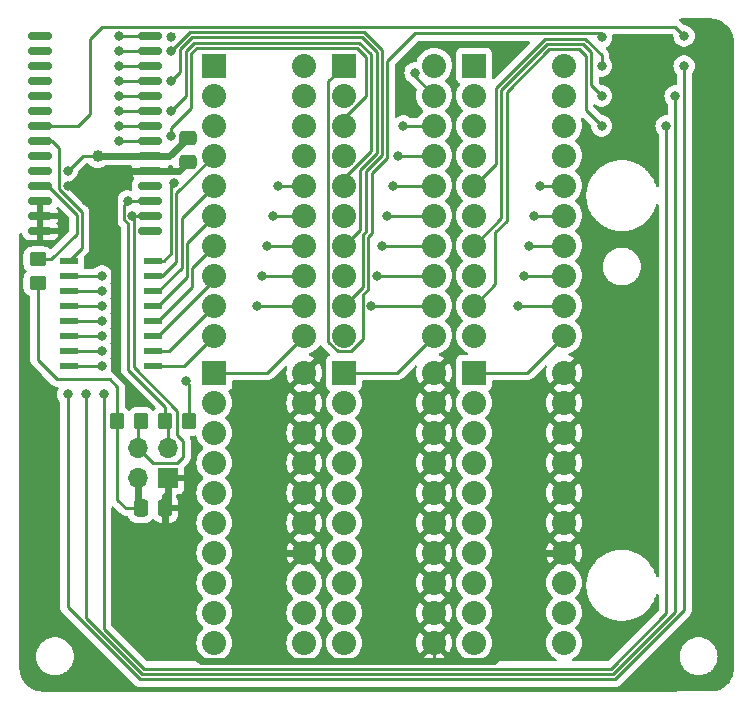
<source format=gbr>
%TF.GenerationSoftware,KiCad,Pcbnew,7.0.9*%
%TF.CreationDate,2023-12-20T20:56:42+01:00*%
%TF.ProjectId,KITT_Voicebox_v1.0,4b495454-5f56-46f6-9963-65626f785f76,rev?*%
%TF.SameCoordinates,Original*%
%TF.FileFunction,Copper,L2,Bot*%
%TF.FilePolarity,Positive*%
%FSLAX46Y46*%
G04 Gerber Fmt 4.6, Leading zero omitted, Abs format (unit mm)*
G04 Created by KiCad (PCBNEW 7.0.9) date 2023-12-20 20:56:42*
%MOMM*%
%LPD*%
G01*
G04 APERTURE LIST*
G04 Aperture macros list*
%AMRoundRect*
0 Rectangle with rounded corners*
0 $1 Rounding radius*
0 $2 $3 $4 $5 $6 $7 $8 $9 X,Y pos of 4 corners*
0 Add a 4 corners polygon primitive as box body*
4,1,4,$2,$3,$4,$5,$6,$7,$8,$9,$2,$3,0*
0 Add four circle primitives for the rounded corners*
1,1,$1+$1,$2,$3*
1,1,$1+$1,$4,$5*
1,1,$1+$1,$6,$7*
1,1,$1+$1,$8,$9*
0 Add four rect primitives between the rounded corners*
20,1,$1+$1,$2,$3,$4,$5,0*
20,1,$1+$1,$4,$5,$6,$7,0*
20,1,$1+$1,$6,$7,$8,$9,0*
20,1,$1+$1,$8,$9,$2,$3,0*%
G04 Aperture macros list end*
%TA.AperFunction,NonConductor*%
%ADD10C,0.400000*%
%TD*%
%TA.AperFunction,ComponentPad*%
%ADD11R,2.032000X2.032000*%
%TD*%
%TA.AperFunction,ComponentPad*%
%ADD12C,2.032000*%
%TD*%
%TA.AperFunction,ComponentPad*%
%ADD13R,1.700000X1.700000*%
%TD*%
%TA.AperFunction,ComponentPad*%
%ADD14O,1.700000X1.700000*%
%TD*%
%TA.AperFunction,SMDPad,CuDef*%
%ADD15RoundRect,0.250000X0.450000X-0.350000X0.450000X0.350000X-0.450000X0.350000X-0.450000X-0.350000X0*%
%TD*%
%TA.AperFunction,SMDPad,CuDef*%
%ADD16R,1.500000X0.600000*%
%TD*%
%TA.AperFunction,SMDPad,CuDef*%
%ADD17RoundRect,0.150000X0.875000X0.150000X-0.875000X0.150000X-0.875000X-0.150000X0.875000X-0.150000X0*%
%TD*%
%TA.AperFunction,SMDPad,CuDef*%
%ADD18RoundRect,0.250000X-0.337500X-0.475000X0.337500X-0.475000X0.337500X0.475000X-0.337500X0.475000X0*%
%TD*%
%TA.AperFunction,SMDPad,CuDef*%
%ADD19RoundRect,0.250000X0.350000X0.450000X-0.350000X0.450000X-0.350000X-0.450000X0.350000X-0.450000X0*%
%TD*%
%TA.AperFunction,SMDPad,CuDef*%
%ADD20RoundRect,0.250000X-0.350000X-0.450000X0.350000X-0.450000X0.350000X0.450000X-0.350000X0.450000X0*%
%TD*%
%TA.AperFunction,SMDPad,CuDef*%
%ADD21RoundRect,0.250000X-0.475000X0.337500X-0.475000X-0.337500X0.475000X-0.337500X0.475000X0.337500X0*%
%TD*%
%TA.AperFunction,ViaPad*%
%ADD22C,0.800000*%
%TD*%
%TA.AperFunction,ViaPad*%
%ADD23C,1.000000*%
%TD*%
%TA.AperFunction,Conductor*%
%ADD24C,0.250000*%
%TD*%
%TA.AperFunction,Conductor*%
%ADD25C,0.600000*%
%TD*%
G04 APERTURE END LIST*
D10*
X109547000Y-62565000D02*
G75*
G03*
X109547000Y-62565000I-200000J0D01*
G01*
D11*
%TO.P,BAR3,1,A*%
%TO.N,unconnected-(BAR3-A-Pad1)*%
X113000000Y-65000000D03*
D12*
%TO.P,BAR3,2,A*%
%TO.N,unconnected-(BAR3-A-Pad2)*%
X113000000Y-67540000D03*
%TO.P,BAR3,3,A*%
%TO.N,unconnected-(BAR3-A-Pad3)*%
X113000000Y-70080000D03*
%TO.P,BAR3,4,A*%
%TO.N,Net-(RN2-R7.2)*%
X113000000Y-72620000D03*
%TO.P,BAR3,5,A*%
%TO.N,Net-(RN2-R6.2)*%
X113000000Y-75160000D03*
%TO.P,BAR3,6,A*%
%TO.N,Net-(RN2-R5.2)*%
X113000000Y-77700000D03*
%TO.P,BAR3,7,A*%
%TO.N,Net-(RN2-R4.2)*%
X113000000Y-80240000D03*
%TO.P,BAR3,8,A*%
%TO.N,Net-(RN2-R3.2)*%
X113000000Y-82780000D03*
%TO.P,BAR3,9,A*%
%TO.N,Net-(RN2-R2.2)*%
X113000000Y-85320000D03*
%TO.P,BAR3,10,A*%
%TO.N,Net-(RN2-R1.2)*%
X113000000Y-87860000D03*
%TO.P,BAR3,11,K*%
%TO.N,Net-(BAR3-K-Pad11)*%
X120620000Y-87860000D03*
%TO.P,BAR3,12,K*%
%TO.N,Net-(BAR3-K-Pad12)*%
X120620000Y-85320000D03*
%TO.P,BAR3,13,K*%
%TO.N,Net-(BAR3-K-Pad13)*%
X120620000Y-82780000D03*
%TO.P,BAR3,14,K*%
%TO.N,Net-(BAR3-K-Pad14)*%
X120620000Y-80240000D03*
%TO.P,BAR3,15,K*%
%TO.N,Net-(BAR3-K-Pad15)*%
X120620000Y-77700000D03*
%TO.P,BAR3,16,K*%
%TO.N,Net-(BAR3-K-Pad16)*%
X120620000Y-75160000D03*
%TO.P,BAR3,17,K*%
%TO.N,Net-(BAR3-K-Pad17)*%
X120620000Y-72620000D03*
%TO.P,BAR3,18,K*%
%TO.N,unconnected-(BAR3-K-Pad18)*%
X120620000Y-70080000D03*
%TO.P,BAR3,19,K*%
%TO.N,unconnected-(BAR3-K-Pad19)*%
X120620000Y-67540000D03*
%TO.P,BAR3,20,K*%
%TO.N,unconnected-(BAR3-K-Pad20)*%
X120620000Y-65000000D03*
%TD*%
D13*
%TO.P,J1,1,Pin_1*%
%TO.N,GND*%
X109093000Y-99949000D03*
D14*
%TO.P,J1,2,Pin_2*%
%TO.N,+5V*%
X106553000Y-99949000D03*
%TO.P,J1,3,Pin_3*%
%TO.N,Net-(J1-Pin_3)*%
X109093000Y-97409000D03*
%TO.P,J1,4,Pin_4*%
%TO.N,Net-(J1-Pin_4)*%
X106553000Y-97409000D03*
%TD*%
D11*
%TO.P,BAR6,1,A*%
%TO.N,Net-(BAR5-K-Pad11)*%
X135000000Y-91000000D03*
D12*
%TO.P,BAR6,2,A*%
%TO.N,Net-(BAR5-K-Pad12)*%
X135000000Y-93540000D03*
%TO.P,BAR6,3,A*%
%TO.N,Net-(BAR5-K-Pad13)*%
X135000000Y-96080000D03*
%TO.P,BAR6,4,A*%
%TO.N,Net-(BAR5-K-Pad14)*%
X135000000Y-98620000D03*
%TO.P,BAR6,5,A*%
%TO.N,Net-(BAR5-K-Pad15)*%
X135000000Y-101160000D03*
%TO.P,BAR6,6,A*%
%TO.N,Net-(BAR5-K-Pad16)*%
X135000000Y-103700000D03*
%TO.P,BAR6,7,A*%
%TO.N,Net-(BAR5-K-Pad17)*%
X135000000Y-106240000D03*
%TO.P,BAR6,8,A*%
%TO.N,unconnected-(BAR6-A-Pad8)*%
X135000000Y-108780000D03*
%TO.P,BAR6,9,A*%
%TO.N,unconnected-(BAR6-A-Pad9)*%
X135000000Y-111320000D03*
%TO.P,BAR6,10,A*%
%TO.N,unconnected-(BAR6-A-Pad10)*%
X135000000Y-113860000D03*
%TO.P,BAR6,11,K*%
%TO.N,unconnected-(BAR6-K-Pad11)*%
X142620000Y-113860000D03*
%TO.P,BAR6,12,K*%
%TO.N,unconnected-(BAR6-K-Pad12)*%
X142620000Y-111320000D03*
%TO.P,BAR6,13,K*%
%TO.N,unconnected-(BAR6-K-Pad13)*%
X142620000Y-108780000D03*
%TO.P,BAR6,14,K*%
%TO.N,GND*%
X142620000Y-106240000D03*
%TO.P,BAR6,15,K*%
X142620000Y-103700000D03*
%TO.P,BAR6,16,K*%
X142620000Y-101160000D03*
%TO.P,BAR6,17,K*%
X142620000Y-98620000D03*
%TO.P,BAR6,18,K*%
X142620000Y-96080000D03*
%TO.P,BAR6,19,K*%
X142620000Y-93540000D03*
%TO.P,BAR6,20,K*%
X142620000Y-91000000D03*
%TD*%
D11*
%TO.P,BAR5,1,A*%
%TO.N,unconnected-(BAR5-A-Pad1)*%
X135000000Y-65000000D03*
D12*
%TO.P,BAR5,2,A*%
%TO.N,unconnected-(BAR5-A-Pad2)*%
X135000000Y-67540000D03*
%TO.P,BAR5,3,A*%
%TO.N,unconnected-(BAR5-A-Pad3)*%
X135000000Y-70080000D03*
%TO.P,BAR5,4,A*%
%TO.N,Net-(RN3-R7.2)*%
X135000000Y-72620000D03*
%TO.P,BAR5,5,A*%
%TO.N,Net-(RN3-R6.2)*%
X135000000Y-75160000D03*
%TO.P,BAR5,6,A*%
%TO.N,Net-(RN3-R5.2)*%
X135000000Y-77700000D03*
%TO.P,BAR5,7,A*%
%TO.N,Net-(RN3-R4.2)*%
X135000000Y-80240000D03*
%TO.P,BAR5,8,A*%
%TO.N,Net-(RN3-R3.2)*%
X135000000Y-82780000D03*
%TO.P,BAR5,9,A*%
%TO.N,Net-(RN3-R2.2)*%
X135000000Y-85320000D03*
%TO.P,BAR5,10,A*%
%TO.N,Net-(RN3-R1.2)*%
X135000000Y-87860000D03*
%TO.P,BAR5,11,K*%
%TO.N,Net-(BAR5-K-Pad11)*%
X142620000Y-87860000D03*
%TO.P,BAR5,12,K*%
%TO.N,Net-(BAR5-K-Pad12)*%
X142620000Y-85320000D03*
%TO.P,BAR5,13,K*%
%TO.N,Net-(BAR5-K-Pad13)*%
X142620000Y-82780000D03*
%TO.P,BAR5,14,K*%
%TO.N,Net-(BAR5-K-Pad14)*%
X142620000Y-80240000D03*
%TO.P,BAR5,15,K*%
%TO.N,Net-(BAR5-K-Pad15)*%
X142620000Y-77700000D03*
%TO.P,BAR5,16,K*%
%TO.N,Net-(BAR5-K-Pad16)*%
X142620000Y-75160000D03*
%TO.P,BAR5,17,K*%
%TO.N,Net-(BAR5-K-Pad17)*%
X142620000Y-72620000D03*
%TO.P,BAR5,18,K*%
%TO.N,unconnected-(BAR5-K-Pad18)*%
X142620000Y-70080000D03*
%TO.P,BAR5,19,K*%
%TO.N,unconnected-(BAR5-K-Pad19)*%
X142620000Y-67540000D03*
%TO.P,BAR5,20,K*%
%TO.N,unconnected-(BAR5-K-Pad20)*%
X142620000Y-65000000D03*
%TD*%
D11*
%TO.P,BAR2,1,A*%
%TO.N,Net-(BAR1-K-Pad11)*%
X124000000Y-91000000D03*
D12*
%TO.P,BAR2,2,A*%
%TO.N,Net-(BAR1-K-Pad12)*%
X124000000Y-93540000D03*
%TO.P,BAR2,3,A*%
%TO.N,Net-(BAR1-K-Pad13)*%
X124000000Y-96080000D03*
%TO.P,BAR2,4,A*%
%TO.N,Net-(BAR1-K-Pad14)*%
X124000000Y-98620000D03*
%TO.P,BAR2,5,A*%
%TO.N,Net-(BAR1-K-Pad15)*%
X124000000Y-101160000D03*
%TO.P,BAR2,6,A*%
%TO.N,Net-(BAR1-K-Pad16)*%
X124000000Y-103700000D03*
%TO.P,BAR2,7,A*%
%TO.N,Net-(BAR1-K-Pad17)*%
X124000000Y-106240000D03*
%TO.P,BAR2,8,A*%
%TO.N,Net-(BAR1-K-Pad18)*%
X124000000Y-108780000D03*
%TO.P,BAR2,9,A*%
%TO.N,Net-(BAR1-K-Pad19)*%
X124000000Y-111320000D03*
%TO.P,BAR2,10,A*%
%TO.N,Net-(BAR1-K-Pad20)*%
X124000000Y-113860000D03*
%TO.P,BAR2,11,K*%
%TO.N,GND*%
X131620000Y-113860000D03*
%TO.P,BAR2,12,K*%
X131620000Y-111320000D03*
%TO.P,BAR2,13,K*%
X131620000Y-108780000D03*
%TO.P,BAR2,14,K*%
X131620000Y-106240000D03*
%TO.P,BAR2,15,K*%
X131620000Y-103700000D03*
%TO.P,BAR2,16,K*%
X131620000Y-101160000D03*
%TO.P,BAR2,17,K*%
X131620000Y-98620000D03*
%TO.P,BAR2,18,K*%
X131620000Y-96080000D03*
%TO.P,BAR2,19,K*%
X131620000Y-93540000D03*
%TO.P,BAR2,20,K*%
X131620000Y-91000000D03*
%TD*%
D11*
%TO.P,BAR4,1,A*%
%TO.N,Net-(BAR3-K-Pad11)*%
X113000000Y-91000000D03*
D12*
%TO.P,BAR4,2,A*%
%TO.N,Net-(BAR3-K-Pad12)*%
X113000000Y-93540000D03*
%TO.P,BAR4,3,A*%
%TO.N,Net-(BAR3-K-Pad13)*%
X113000000Y-96080000D03*
%TO.P,BAR4,4,A*%
%TO.N,Net-(BAR3-K-Pad14)*%
X113000000Y-98620000D03*
%TO.P,BAR4,5,A*%
%TO.N,Net-(BAR3-K-Pad15)*%
X113000000Y-101160000D03*
%TO.P,BAR4,6,A*%
%TO.N,Net-(BAR3-K-Pad16)*%
X113000000Y-103700000D03*
%TO.P,BAR4,7,A*%
%TO.N,Net-(BAR3-K-Pad17)*%
X113000000Y-106240000D03*
%TO.P,BAR4,8,A*%
%TO.N,unconnected-(BAR4-A-Pad8)*%
X113000000Y-108780000D03*
%TO.P,BAR4,9,A*%
%TO.N,unconnected-(BAR4-A-Pad9)*%
X113000000Y-111320000D03*
%TO.P,BAR4,10,A*%
%TO.N,unconnected-(BAR4-A-Pad10)*%
X113000000Y-113860000D03*
%TO.P,BAR4,11,K*%
%TO.N,unconnected-(BAR4-K-Pad11)*%
X120620000Y-113860000D03*
%TO.P,BAR4,12,K*%
%TO.N,unconnected-(BAR4-K-Pad12)*%
X120620000Y-111320000D03*
%TO.P,BAR4,13,K*%
%TO.N,unconnected-(BAR4-K-Pad13)*%
X120620000Y-108780000D03*
%TO.P,BAR4,14,K*%
%TO.N,GND*%
X120620000Y-106240000D03*
%TO.P,BAR4,15,K*%
X120620000Y-103700000D03*
%TO.P,BAR4,16,K*%
X120620000Y-101160000D03*
%TO.P,BAR4,17,K*%
X120620000Y-98620000D03*
%TO.P,BAR4,18,K*%
X120620000Y-96080000D03*
%TO.P,BAR4,19,K*%
X120620000Y-93540000D03*
%TO.P,BAR4,20,K*%
X120620000Y-91000000D03*
%TD*%
D11*
%TO.P,BAR1,1,A*%
%TO.N,R22*%
X124000000Y-65000000D03*
D12*
%TO.P,BAR1,2,A*%
%TO.N,R12*%
X124000000Y-67540000D03*
%TO.P,BAR1,3,A*%
%TO.N,Net-(RN1-R8.2)*%
X124000000Y-70080000D03*
%TO.P,BAR1,4,A*%
%TO.N,Net-(RN1-R7.2)*%
X124000000Y-72620000D03*
%TO.P,BAR1,5,A*%
%TO.N,Net-(RN1-R6.2)*%
X124000000Y-75160000D03*
%TO.P,BAR1,6,A*%
%TO.N,Net-(RN1-R5.2)*%
X124000000Y-77700000D03*
%TO.P,BAR1,7,A*%
%TO.N,Net-(RN1-R4.2)*%
X124000000Y-80240000D03*
%TO.P,BAR1,8,A*%
%TO.N,Net-(RN1-R3.2)*%
X124000000Y-82780000D03*
%TO.P,BAR1,9,A*%
%TO.N,Net-(RN1-R2.2)*%
X124000000Y-85320000D03*
%TO.P,BAR1,10,A*%
%TO.N,Net-(RN1-R1.2)*%
X124000000Y-87860000D03*
%TO.P,BAR1,11,K*%
%TO.N,Net-(BAR1-K-Pad11)*%
X131620000Y-87860000D03*
%TO.P,BAR1,12,K*%
%TO.N,Net-(BAR1-K-Pad12)*%
X131620000Y-85320000D03*
%TO.P,BAR1,13,K*%
%TO.N,Net-(BAR1-K-Pad13)*%
X131620000Y-82780000D03*
%TO.P,BAR1,14,K*%
%TO.N,Net-(BAR1-K-Pad14)*%
X131620000Y-80240000D03*
%TO.P,BAR1,15,K*%
%TO.N,Net-(BAR1-K-Pad15)*%
X131620000Y-77700000D03*
%TO.P,BAR1,16,K*%
%TO.N,Net-(BAR1-K-Pad16)*%
X131620000Y-75160000D03*
%TO.P,BAR1,17,K*%
%TO.N,Net-(BAR1-K-Pad17)*%
X131620000Y-72620000D03*
%TO.P,BAR1,18,K*%
%TO.N,Net-(BAR1-K-Pad18)*%
X131620000Y-70080000D03*
%TO.P,BAR1,19,K*%
%TO.N,Net-(BAR1-K-Pad19)*%
X131620000Y-67540000D03*
%TO.P,BAR1,20,K*%
%TO.N,Net-(BAR1-K-Pad20)*%
X131620000Y-65000000D03*
%TD*%
D15*
%TO.P,R2,1*%
%TO.N,+5V*%
X98044000Y-83407000D03*
%TO.P,R2,2*%
%TO.N,Net-(U1-~{RESET})*%
X98044000Y-81407000D03*
%TD*%
D16*
%TO.P,RN2,1,R1.1*%
%TO.N,Net-(RN2-R1.1)*%
X100723000Y-90424000D03*
%TO.P,RN2,2,R2.1*%
%TO.N,Net-(RN2-R2.1)*%
X100723000Y-89154000D03*
%TO.P,RN2,3,R3.1*%
%TO.N,Net-(RN2-R3.1)*%
X100723000Y-87884000D03*
%TO.P,RN2,4,R4.1*%
%TO.N,Net-(RN2-R4.1)*%
X100723000Y-86614000D03*
%TO.P,RN2,5,R5.1*%
%TO.N,Net-(RN2-R5.1)*%
X100723000Y-85344000D03*
%TO.P,RN2,6,R6.1*%
%TO.N,Net-(RN2-R6.1)*%
X100723000Y-84074000D03*
%TO.P,RN2,7,R7.1*%
%TO.N,Net-(RN2-R7.1)*%
X100723000Y-82804000D03*
%TO.P,RN2,8,R8.1*%
%TO.N,R11*%
X100723000Y-81534000D03*
%TO.P,RN2,9,R8.2*%
%TO.N,R12*%
X107823000Y-81534000D03*
%TO.P,RN2,10,R7.2*%
%TO.N,Net-(RN2-R7.2)*%
X107823000Y-82804000D03*
%TO.P,RN2,11,R6.2*%
%TO.N,Net-(RN2-R6.2)*%
X107823000Y-84074000D03*
%TO.P,RN2,12,R5.2*%
%TO.N,Net-(RN2-R5.2)*%
X107823000Y-85344000D03*
%TO.P,RN2,13,R4.2*%
%TO.N,Net-(RN2-R4.2)*%
X107823000Y-86614000D03*
%TO.P,RN2,14,R3.2*%
%TO.N,Net-(RN2-R3.2)*%
X107823000Y-87884000D03*
%TO.P,RN2,15,R2.2*%
%TO.N,Net-(RN2-R2.2)*%
X107823000Y-89154000D03*
%TO.P,RN2,16,R1.2*%
%TO.N,Net-(RN2-R1.2)*%
X107823000Y-90424000D03*
%TD*%
D17*
%TO.P,U1,1,GPB0*%
%TO.N,Net-(RN1-R1.1)*%
X107569000Y-62484000D03*
%TO.P,U1,2,GPB1*%
%TO.N,Net-(RN1-R2.1)*%
X107569000Y-63754000D03*
%TO.P,U1,3,GPB2*%
%TO.N,Net-(RN1-R3.1)*%
X107569000Y-65024000D03*
%TO.P,U1,4,GPB3*%
%TO.N,Net-(RN1-R4.1)*%
X107569000Y-66294000D03*
%TO.P,U1,5,GPB4*%
%TO.N,Net-(RN1-R5.1)*%
X107569000Y-67564000D03*
%TO.P,U1,6,GPB5*%
%TO.N,Net-(RN1-R6.1)*%
X107569000Y-68834000D03*
%TO.P,U1,7,GPB6*%
%TO.N,Net-(RN1-R7.1)*%
X107569000Y-70104000D03*
%TO.P,U1,8,GPB7*%
%TO.N,Net-(RN1-R8.1)*%
X107569000Y-71374000D03*
%TO.P,U1,9,VDD*%
%TO.N,+5V*%
X107569000Y-72644000D03*
%TO.P,U1,10,VSS*%
%TO.N,GND*%
X107569000Y-73914000D03*
%TO.P,U1,11,NC*%
%TO.N,unconnected-(U1-NC-Pad11)*%
X107569000Y-75184000D03*
%TO.P,U1,12,SCK*%
%TO.N,Net-(J1-Pin_3)*%
X107569000Y-76454000D03*
%TO.P,U1,13,SDA*%
%TO.N,Net-(J1-Pin_4)*%
X107569000Y-77724000D03*
%TO.P,U1,14,NC*%
%TO.N,unconnected-(U1-NC-Pad14)*%
X107569000Y-78994000D03*
%TO.P,U1,15,A0*%
%TO.N,GND*%
X98269000Y-78994000D03*
%TO.P,U1,16,A1*%
X98269000Y-77724000D03*
%TO.P,U1,17,A2*%
X98269000Y-76454000D03*
%TO.P,U1,18,~{RESET}*%
%TO.N,Net-(U1-~{RESET})*%
X98269000Y-75184000D03*
%TO.P,U1,19,INTB*%
%TO.N,unconnected-(U1-INTB-Pad19)*%
X98269000Y-73914000D03*
%TO.P,U1,20,INTA*%
%TO.N,unconnected-(U1-INTA-Pad20)*%
X98269000Y-72644000D03*
%TO.P,U1,21,GPA0*%
%TO.N,R11*%
X98269000Y-71374000D03*
%TO.P,U1,22,GPA1*%
%TO.N,R21*%
X98269000Y-70104000D03*
%TO.P,U1,23,GPA2*%
%TO.N,unconnected-(U1-GPA2-Pad23)*%
X98269000Y-68834000D03*
%TO.P,U1,24,GPA3*%
%TO.N,unconnected-(U1-GPA3-Pad24)*%
X98269000Y-67564000D03*
%TO.P,U1,25,GPA4*%
%TO.N,unconnected-(U1-GPA4-Pad25)*%
X98269000Y-66294000D03*
%TO.P,U1,26,GPA5*%
%TO.N,unconnected-(U1-GPA5-Pad26)*%
X98269000Y-65024000D03*
%TO.P,U1,27,GPA6*%
%TO.N,unconnected-(U1-GPA6-Pad27)*%
X98269000Y-63754000D03*
%TO.P,U1,28,GPA7*%
%TO.N,unconnected-(U1-GPA7-Pad28)*%
X98269000Y-62484000D03*
%TD*%
D18*
%TO.P,C3,1*%
%TO.N,+5V*%
X106785500Y-102489000D03*
%TO.P,C3,2*%
%TO.N,GND*%
X108860500Y-102489000D03*
%TD*%
D19*
%TO.P,R3,1*%
%TO.N,+5V*%
X110855000Y-95123000D03*
%TO.P,R3,2*%
%TO.N,Net-(J1-Pin_3)*%
X108855000Y-95123000D03*
%TD*%
D20*
%TO.P,R4,1*%
%TO.N,+5V*%
X104791000Y-95123000D03*
%TO.P,R4,2*%
%TO.N,Net-(J1-Pin_4)*%
X106791000Y-95123000D03*
%TD*%
D21*
%TO.P,C1,1*%
%TO.N,+5V*%
X110744000Y-71098500D03*
%TO.P,C1,2*%
%TO.N,GND*%
X110744000Y-73173500D03*
%TD*%
D22*
%TO.N,R22*%
X145796000Y-62611000D03*
%TO.N,R12*%
X109601000Y-74930000D03*
%TO.N,Net-(RN1-R8.2)*%
X109347000Y-70993000D03*
%TO.N,Net-(RN1-R6.2)*%
X109347000Y-68834000D03*
%TO.N,Net-(RN1-R4.2)*%
X109347000Y-66294000D03*
%TO.N,Net-(RN1-R2.2)*%
X109347000Y-63754000D03*
%TO.N,Net-(BAR1-K-Pad12)*%
X126300500Y-85344000D03*
%TO.N,Net-(BAR1-K-Pad13)*%
X126750500Y-82804000D03*
%TO.N,Net-(BAR1-K-Pad14)*%
X127200500Y-80264000D03*
%TO.N,Net-(BAR1-K-Pad15)*%
X127650500Y-77724000D03*
%TO.N,Net-(BAR1-K-Pad16)*%
X128100500Y-75184000D03*
%TO.N,Net-(BAR1-K-Pad17)*%
X128550500Y-72644000D03*
%TO.N,Net-(BAR1-K-Pad18)*%
X129000500Y-70104000D03*
%TO.N,Net-(BAR1-K-Pad19)*%
X129992201Y-65603201D03*
D23*
%TO.N,GND*%
X104521000Y-73914000D03*
D22*
X100584000Y-75184000D03*
D23*
X108860500Y-112416500D03*
D22*
X102108000Y-76454000D03*
X100049499Y-78973909D03*
D23*
X106045000Y-92964000D03*
D22*
%TO.N,Net-(BAR3-K-Pad12)*%
X116601500Y-85344000D03*
%TO.N,Net-(BAR3-K-Pad13)*%
X117051500Y-82774961D03*
%TO.N,Net-(BAR3-K-Pad14)*%
X117501500Y-80264000D03*
%TO.N,Net-(BAR3-K-Pad15)*%
X117951500Y-77724000D03*
%TO.N,Net-(BAR3-K-Pad16)*%
X118401500Y-75184000D03*
%TO.N,Net-(RN3-R6.2)*%
X145796000Y-65024000D03*
%TO.N,Net-(RN3-R4.2)*%
X145796000Y-67564000D03*
%TO.N,Net-(RN3-R2.2)*%
X145796000Y-70104000D03*
%TO.N,Net-(BAR5-K-Pad12)*%
X138754500Y-85344000D03*
%TO.N,Net-(BAR5-K-Pad13)*%
X139204500Y-82804000D03*
%TO.N,Net-(BAR5-K-Pad14)*%
X139654500Y-80264000D03*
%TO.N,Net-(BAR5-K-Pad15)*%
X140104500Y-77724000D03*
%TO.N,Net-(BAR5-K-Pad16)*%
X140554500Y-75160000D03*
%TO.N,+5V*%
X100584000Y-73914000D03*
D23*
X103124000Y-72644000D03*
D22*
X110617000Y-91694000D03*
%TO.N,Net-(J1-Pin_3)*%
X105664000Y-76454000D03*
%TO.N,Net-(J1-Pin_4)*%
X106045000Y-77724000D03*
%TO.N,Net-(RN1-R1.1)*%
X104902000Y-62484000D03*
%TO.N,Net-(RN1-R2.1)*%
X104902000Y-63754000D03*
%TO.N,Net-(RN1-R3.1)*%
X104902000Y-65024000D03*
%TO.N,Net-(RN1-R4.1)*%
X104902000Y-66294000D03*
%TO.N,Net-(RN1-R5.1)*%
X104902000Y-67564000D03*
%TO.N,Net-(RN1-R6.1)*%
X104902000Y-68834000D03*
%TO.N,Net-(RN1-R7.1)*%
X104902000Y-70104000D03*
%TO.N,Net-(RN1-R8.1)*%
X104902000Y-71374000D03*
%TO.N,Net-(RN2-R1.1)*%
X103505000Y-90424000D03*
%TO.N,Net-(RN2-R2.1)*%
X103505000Y-89154000D03*
%TO.N,Net-(RN2-R3.1)*%
X103505000Y-87884000D03*
%TO.N,Net-(RN2-R4.1)*%
X103505000Y-86614000D03*
%TO.N,Net-(RN2-R5.1)*%
X103505000Y-85344000D03*
%TO.N,Net-(RN2-R6.1)*%
X103505000Y-84074000D03*
%TO.N,Net-(RN2-R7.1)*%
X103505000Y-82804000D03*
%TO.N,Net-(RN3-R2.1)*%
X103669077Y-92798987D03*
X151257000Y-70104000D03*
%TO.N,Net-(RN3-R4.1)*%
X152019000Y-67564000D03*
X102145077Y-92836487D03*
%TO.N,Net-(RN3-R6.1)*%
X100584000Y-92837000D03*
X152781000Y-65024000D03*
%TO.N,R21*%
X152781000Y-62484000D03*
%TD*%
D24*
%TO.N,R22*%
X145796000Y-62611000D02*
X145796000Y-62404000D01*
X145669000Y-62277000D02*
X130001000Y-62277000D01*
X123444539Y-89201000D02*
X122659000Y-88415461D01*
X126025500Y-79487292D02*
X126025500Y-83930896D01*
X126025500Y-83930896D02*
X125575500Y-84380896D01*
X122659000Y-88415461D02*
X122659000Y-66341000D01*
X124555461Y-89201000D02*
X123444539Y-89201000D01*
X125575500Y-88180961D02*
X124555461Y-89201000D01*
X145796000Y-62404000D02*
X145669000Y-62277000D01*
X122659000Y-66341000D02*
X124000000Y-65000000D01*
X126316126Y-74109523D02*
X126316126Y-79196666D01*
X126316126Y-79196666D02*
X126025500Y-79487292D01*
X125575500Y-84380896D02*
X125575500Y-88180961D01*
X127635000Y-64643000D02*
X127635000Y-72790649D01*
X130001000Y-62277000D02*
X127635000Y-64643000D01*
X127635000Y-72790649D02*
X126316126Y-74109523D01*
%TO.N,R12*%
X109601000Y-74930000D02*
X109349500Y-75181500D01*
X109347000Y-80899000D02*
X109347000Y-79190000D01*
X108712000Y-81534000D02*
X109347000Y-80899000D01*
X109349500Y-75181500D02*
X109349500Y-79187500D01*
X109347000Y-79190000D02*
X109349500Y-79187500D01*
X107823000Y-81534000D02*
X108712000Y-81534000D01*
%TO.N,Net-(RN1-R8.2)*%
X125095000Y-63500000D02*
X125835000Y-64240000D01*
X111067000Y-63943188D02*
X111510188Y-63500000D01*
X125835000Y-67601461D02*
X124000000Y-69436461D01*
X111067000Y-68580000D02*
X111067000Y-63943188D01*
X109347000Y-70300000D02*
X111067000Y-68580000D01*
X124000000Y-69436461D02*
X124000000Y-70080000D01*
X111510188Y-63500000D02*
X125095000Y-63500000D01*
X109347000Y-70993000D02*
X109347000Y-70300000D01*
X125835000Y-64240000D02*
X125835000Y-67601461D01*
%TO.N,Net-(RN1-R6.2)*%
X126285000Y-72231461D02*
X124000000Y-74516461D01*
X110617000Y-63756792D02*
X111323792Y-63050000D01*
X126285000Y-64053604D02*
X126285000Y-72231461D01*
X109347000Y-68834000D02*
X110617000Y-67564000D01*
X124000000Y-74516461D02*
X124000000Y-75160000D01*
X110617000Y-67564000D02*
X110617000Y-63756792D01*
X111323792Y-63050000D02*
X125281396Y-63050000D01*
X125281396Y-63050000D02*
X126285000Y-64053604D01*
%TO.N,Net-(RN1-R4.2)*%
X125357428Y-78882572D02*
X124000000Y-80240000D01*
X110109698Y-63627698D02*
X111137396Y-62600000D01*
X109347000Y-66294000D02*
X110109698Y-65531302D01*
X111137396Y-62600000D02*
X125467792Y-62600000D01*
X110109698Y-65531302D02*
X110109698Y-63627698D01*
X125357428Y-73795429D02*
X125357428Y-78882572D01*
X126735000Y-63867208D02*
X126735000Y-72417857D01*
X126735000Y-72417857D02*
X125357428Y-73795429D01*
X125467792Y-62600000D02*
X126735000Y-63867208D01*
%TO.N,Net-(RN1-R2.2)*%
X127185000Y-72604253D02*
X125866126Y-73923127D01*
X125654188Y-62150000D02*
X127185000Y-63680812D01*
X109347000Y-63754000D02*
X110951000Y-62150000D01*
X110951000Y-62150000D02*
X125654188Y-62150000D01*
X125866126Y-73923127D02*
X125866126Y-79010270D01*
X125866126Y-79010270D02*
X125575500Y-79300896D01*
X127185000Y-63680812D02*
X127185000Y-72604253D01*
X125575500Y-79300896D02*
X125575500Y-83744500D01*
X125575500Y-83744500D02*
X124000000Y-85320000D01*
%TO.N,Net-(BAR1-K-Pad11)*%
X128480000Y-91000000D02*
X131620000Y-87860000D01*
X124000000Y-91000000D02*
X128480000Y-91000000D01*
%TO.N,Net-(BAR1-K-Pad12)*%
X126300500Y-85344000D02*
X126324500Y-85320000D01*
X126324500Y-85320000D02*
X131620000Y-85320000D01*
%TO.N,Net-(BAR1-K-Pad13)*%
X126774500Y-82780000D02*
X131620000Y-82780000D01*
X126750500Y-82804000D02*
X126774500Y-82780000D01*
%TO.N,Net-(BAR1-K-Pad14)*%
X127224500Y-80240000D02*
X131620000Y-80240000D01*
X127200500Y-80264000D02*
X127224500Y-80240000D01*
%TO.N,Net-(BAR1-K-Pad15)*%
X127650500Y-77724000D02*
X127674500Y-77700000D01*
X127674500Y-77700000D02*
X131620000Y-77700000D01*
%TO.N,Net-(BAR1-K-Pad16)*%
X128124500Y-75160000D02*
X131620000Y-75160000D01*
X128100500Y-75184000D02*
X128124500Y-75160000D01*
%TO.N,Net-(BAR1-K-Pad17)*%
X128550500Y-72644000D02*
X128574500Y-72620000D01*
X128574500Y-72620000D02*
X131620000Y-72620000D01*
%TO.N,Net-(BAR1-K-Pad18)*%
X129000500Y-70104000D02*
X129024500Y-70080000D01*
X129024500Y-70080000D02*
X131620000Y-70080000D01*
%TO.N,Net-(BAR1-K-Pad19)*%
X131596000Y-67564000D02*
X131620000Y-67540000D01*
X129992201Y-65912201D02*
X131620000Y-67540000D01*
X129992201Y-65603201D02*
X129992201Y-65912201D01*
D25*
%TO.N,GND*%
X116193000Y-115443000D02*
X115951000Y-115201000D01*
D24*
X102108000Y-76454000D02*
X101854000Y-76454000D01*
D25*
X120620000Y-106240000D02*
X118550000Y-106240000D01*
X108860500Y-112416500D02*
X108860500Y-102489000D01*
X104521000Y-73914000D02*
X107569000Y-73914000D01*
D24*
X131620000Y-113860000D02*
X131620000Y-115122000D01*
X98269000Y-76454000D02*
X98269000Y-77724000D01*
D25*
X109093000Y-99949000D02*
X109093000Y-102383500D01*
D24*
X109093000Y-102383500D02*
X108987500Y-102489000D01*
D25*
X115951000Y-115201000D02*
X115709000Y-115443000D01*
X115709000Y-115443000D02*
X111887000Y-115443000D01*
D24*
X100584000Y-75184000D02*
X101854000Y-73914000D01*
X100029408Y-78994000D02*
X100049499Y-78973909D01*
D25*
X104521000Y-73914000D02*
X104521000Y-79375000D01*
X116193000Y-115443000D02*
X115709000Y-115443000D01*
X142620000Y-106240000D02*
X140648000Y-106240000D01*
X104521000Y-90805000D02*
X106045000Y-92329000D01*
X138938000Y-113157000D02*
X136652000Y-115443000D01*
D24*
X98269000Y-78994000D02*
X98269000Y-77724000D01*
D25*
X106045000Y-92329000D02*
X106045000Y-92964000D01*
X140648000Y-106240000D02*
X138938000Y-107950000D01*
X116840000Y-114312000D02*
X115951000Y-115201000D01*
D24*
X101854000Y-73914000D02*
X104521000Y-73914000D01*
D25*
X107569000Y-73914000D02*
X110003500Y-73914000D01*
X138938000Y-107950000D02*
X138938000Y-113157000D01*
X118550000Y-106240000D02*
X116840000Y-107950000D01*
X104521000Y-79375000D02*
X104521000Y-90805000D01*
X111887000Y-115443000D02*
X108860500Y-112416500D01*
D24*
X98269000Y-78994000D02*
X100029408Y-78994000D01*
D25*
X136652000Y-115443000D02*
X116193000Y-115443000D01*
D24*
X131620000Y-115122000D02*
X131699000Y-115201000D01*
D25*
X116840000Y-107950000D02*
X116840000Y-114312000D01*
X110003500Y-73914000D02*
X110744000Y-73173500D01*
D24*
X101854000Y-76454000D02*
X100584000Y-75184000D01*
%TO.N,Net-(RN2-R7.2)*%
X107823000Y-82804000D02*
X108585000Y-82804000D01*
X109799500Y-75820500D02*
X113000000Y-72620000D01*
X108585000Y-82804000D02*
X109797000Y-81592000D01*
X109797000Y-79376396D02*
X109799500Y-79373896D01*
X109799500Y-79373896D02*
X109799500Y-75820500D01*
X109797000Y-81592000D02*
X109797000Y-79376396D01*
%TO.N,Net-(RN2-R6.2)*%
X107823000Y-84074000D02*
X108273000Y-84074000D01*
X110247000Y-82100000D02*
X110247000Y-79562792D01*
X110249500Y-79560292D02*
X110249500Y-77910500D01*
X110249500Y-77910500D02*
X113000000Y-75160000D01*
X110247000Y-79562792D02*
X110249500Y-79560292D01*
X108273000Y-84074000D02*
X110247000Y-82100000D01*
%TO.N,Net-(RN2-R5.2)*%
X107823000Y-85344000D02*
X108273000Y-85344000D01*
X110697000Y-80003000D02*
X113000000Y-77700000D01*
X108273000Y-85344000D02*
X110697000Y-82920000D01*
X110697000Y-82920000D02*
X110697000Y-80003000D01*
%TO.N,Net-(RN2-R4.2)*%
X111147000Y-82093000D02*
X113000000Y-80240000D01*
X108273000Y-86614000D02*
X111147000Y-83740000D01*
X111147000Y-83740000D02*
X111147000Y-82093000D01*
X107823000Y-86614000D02*
X108273000Y-86614000D01*
%TO.N,Net-(RN2-R3.2)*%
X113000000Y-83157000D02*
X113000000Y-82780000D01*
X108273000Y-87884000D02*
X113000000Y-83157000D01*
X107823000Y-87884000D02*
X108273000Y-87884000D01*
%TO.N,Net-(RN2-R2.2)*%
X107823000Y-89154000D02*
X109166000Y-89154000D01*
X109166000Y-89154000D02*
X113000000Y-85320000D01*
%TO.N,Net-(RN2-R1.2)*%
X110436000Y-90424000D02*
X113000000Y-87860000D01*
X107823000Y-90424000D02*
X110436000Y-90424000D01*
%TO.N,Net-(BAR3-K-Pad11)*%
X117480000Y-91000000D02*
X120620000Y-87860000D01*
X113000000Y-91000000D02*
X117480000Y-91000000D01*
%TO.N,Net-(BAR3-K-Pad12)*%
X116625500Y-85320000D02*
X120620000Y-85320000D01*
X116601500Y-85344000D02*
X116625500Y-85320000D01*
%TO.N,Net-(BAR3-K-Pad13)*%
X117056539Y-82780000D02*
X120620000Y-82780000D01*
X117051500Y-82774961D02*
X117056539Y-82780000D01*
%TO.N,Net-(BAR3-K-Pad14)*%
X117501500Y-80264000D02*
X117525500Y-80240000D01*
X117525500Y-80240000D02*
X120620000Y-80240000D01*
%TO.N,Net-(BAR3-K-Pad15)*%
X117975500Y-77700000D02*
X120620000Y-77700000D01*
X117951500Y-77724000D02*
X117975500Y-77700000D01*
%TO.N,Net-(BAR3-K-Pad16)*%
X118401500Y-75184000D02*
X120596000Y-75184000D01*
X120596000Y-75184000D02*
X120620000Y-75160000D01*
%TO.N,Net-(RN3-R6.2)*%
X140978208Y-62727000D02*
X136848000Y-66857208D01*
X136848000Y-66857208D02*
X136848000Y-73312000D01*
X145796000Y-64135000D02*
X144388000Y-62727000D01*
X145796000Y-65024000D02*
X145796000Y-64135000D01*
X144388000Y-62727000D02*
X140978208Y-62727000D01*
X136848000Y-73312000D02*
X135000000Y-75160000D01*
%TO.N,Net-(RN3-R4.2)*%
X144201604Y-63177000D02*
X144907000Y-63882396D01*
X144907000Y-63882396D02*
X144907000Y-66675000D01*
X141164604Y-63177000D02*
X144201604Y-63177000D01*
X144907000Y-66675000D02*
X145796000Y-67564000D01*
X137298000Y-77942000D02*
X137298000Y-67043604D01*
X135000000Y-80240000D02*
X137298000Y-77942000D01*
X137298000Y-67043604D02*
X141164604Y-63177000D01*
%TO.N,Net-(RN3-R2.2)*%
X137748000Y-67230000D02*
X137748000Y-78128396D01*
X136791000Y-83529000D02*
X135000000Y-85320000D01*
X141351000Y-63627000D02*
X137748000Y-67230000D01*
X143891000Y-63627000D02*
X141351000Y-63627000D01*
X136791000Y-79085396D02*
X136791000Y-83529000D01*
X145796000Y-70104000D02*
X144457000Y-68765000D01*
X144457000Y-68765000D02*
X144457000Y-64193000D01*
X137748000Y-78128396D02*
X136791000Y-79085396D01*
X144457000Y-64193000D02*
X143891000Y-63627000D01*
%TO.N,Net-(BAR5-K-Pad11)*%
X139480000Y-91000000D02*
X142620000Y-87860000D01*
X135000000Y-91000000D02*
X139480000Y-91000000D01*
%TO.N,Net-(BAR5-K-Pad12)*%
X138778500Y-85320000D02*
X142620000Y-85320000D01*
X138754500Y-85344000D02*
X138778500Y-85320000D01*
%TO.N,Net-(BAR5-K-Pad13)*%
X139204500Y-82804000D02*
X139228500Y-82780000D01*
X139228500Y-82780000D02*
X142620000Y-82780000D01*
%TO.N,Net-(BAR5-K-Pad14)*%
X139678500Y-80240000D02*
X142620000Y-80240000D01*
X139654500Y-80264000D02*
X139678500Y-80240000D01*
%TO.N,Net-(BAR5-K-Pad15)*%
X140128500Y-77700000D02*
X142620000Y-77700000D01*
X140104500Y-77724000D02*
X140128500Y-77700000D01*
%TO.N,Net-(BAR5-K-Pad16)*%
X140554500Y-75160000D02*
X142620000Y-75160000D01*
%TO.N,+5V*%
X110855000Y-91932000D02*
X110617000Y-91694000D01*
X104791000Y-101743000D02*
X105537000Y-102489000D01*
X101854000Y-72644000D02*
X100584000Y-73914000D01*
X104791000Y-95123000D02*
X104791000Y-101743000D01*
X98044000Y-89916000D02*
X98044000Y-83407000D01*
X104791000Y-95123000D02*
X104791000Y-92345000D01*
X105537000Y-102489000D02*
X106785500Y-102489000D01*
X99695000Y-91567000D02*
X98044000Y-89916000D01*
X104791000Y-92345000D02*
X104791000Y-92218000D01*
X106553000Y-102129500D02*
X106912500Y-102489000D01*
D25*
X107569000Y-72644000D02*
X109198500Y-72644000D01*
D24*
X110511500Y-71098500D02*
X110744000Y-71098500D01*
X104140000Y-91567000D02*
X99695000Y-91567000D01*
X104791000Y-92218000D02*
X104140000Y-91567000D01*
X110855000Y-95123000D02*
X110855000Y-91932000D01*
D25*
X103124000Y-72644000D02*
X107569000Y-72644000D01*
X109198500Y-72644000D02*
X110744000Y-71098500D01*
D24*
X103124000Y-72644000D02*
X101854000Y-72644000D01*
D25*
X106553000Y-99949000D02*
X106553000Y-102129500D01*
D24*
%TO.N,Net-(J1-Pin_3)*%
X108855000Y-95123000D02*
X108855000Y-93870396D01*
X108855000Y-93870396D02*
X105722000Y-90737396D01*
X105722000Y-78426305D02*
X105320000Y-78024305D01*
X109093000Y-95361000D02*
X108855000Y-95123000D01*
X105722000Y-90737396D02*
X105722000Y-78426305D01*
X109093000Y-97409000D02*
X109093000Y-95361000D01*
X105320000Y-78024305D02*
X105320000Y-76798000D01*
X106553000Y-76454000D02*
X107569000Y-76454000D01*
X107569000Y-76454000D02*
X105664000Y-76454000D01*
X105320000Y-76798000D02*
X105664000Y-76454000D01*
%TO.N,Net-(J1-Pin_4)*%
X107569000Y-77724000D02*
X106544001Y-77724000D01*
X106553000Y-97409000D02*
X106553000Y-95361000D01*
X106172000Y-90551000D02*
X109855000Y-94234000D01*
X109855000Y-94234000D02*
X109855000Y-96266000D01*
X109855000Y-96266000D02*
X110363000Y-96774000D01*
X106172000Y-77851000D02*
X106172000Y-90551000D01*
X107823000Y-98679000D02*
X106553000Y-97409000D01*
X109855000Y-98679000D02*
X107823000Y-98679000D01*
X106553000Y-95361000D02*
X106791000Y-95123000D01*
X107569000Y-77724000D02*
X106045000Y-77724000D01*
X110363000Y-96774000D02*
X110363000Y-98171000D01*
X106045000Y-77724000D02*
X106172000Y-77851000D01*
X110363000Y-98171000D02*
X109855000Y-98679000D01*
%TO.N,Net-(U1-~{RESET})*%
X98269000Y-75184000D02*
X98922299Y-75184000D01*
X101346000Y-79248000D02*
X99187000Y-81407000D01*
X101346000Y-77607701D02*
X101346000Y-79248000D01*
X98922299Y-75184000D02*
X101346000Y-77607701D01*
X99187000Y-81407000D02*
X98044000Y-81407000D01*
%TO.N,Net-(RN1-R1.1)*%
X104902000Y-62484000D02*
X107569000Y-62484000D01*
%TO.N,Net-(RN1-R2.1)*%
X104902000Y-63754000D02*
X107569000Y-63754000D01*
%TO.N,Net-(RN1-R3.1)*%
X104902000Y-65024000D02*
X107569000Y-65024000D01*
%TO.N,Net-(RN1-R4.1)*%
X104902000Y-66294000D02*
X107569000Y-66294000D01*
%TO.N,Net-(RN1-R5.1)*%
X104902000Y-67564000D02*
X107569000Y-67564000D01*
%TO.N,Net-(RN1-R6.1)*%
X104902000Y-68834000D02*
X107569000Y-68834000D01*
%TO.N,Net-(RN1-R7.1)*%
X104902000Y-70104000D02*
X107569000Y-70104000D01*
%TO.N,Net-(RN1-R8.1)*%
X104902000Y-71374000D02*
X107569000Y-71374000D01*
%TO.N,Net-(RN2-R1.1)*%
X100723000Y-90424000D02*
X103505000Y-90424000D01*
%TO.N,Net-(RN2-R2.1)*%
X100723000Y-89154000D02*
X103505000Y-89154000D01*
%TO.N,Net-(RN2-R3.1)*%
X100723000Y-87884000D02*
X103505000Y-87884000D01*
%TO.N,Net-(RN2-R4.1)*%
X100723000Y-86614000D02*
X103505000Y-86614000D01*
%TO.N,Net-(RN2-R5.1)*%
X100723000Y-85344000D02*
X103505000Y-85344000D01*
%TO.N,Net-(RN2-R6.1)*%
X100723000Y-84074000D02*
X103505000Y-84074000D01*
%TO.N,Net-(RN2-R7.1)*%
X100723000Y-82804000D02*
X103505000Y-82804000D01*
%TO.N,R11*%
X101796000Y-80461000D02*
X101796000Y-77421305D01*
X100723000Y-81534000D02*
X101796000Y-80461000D01*
X99859000Y-71939001D02*
X99293999Y-71374000D01*
X99859000Y-75484305D02*
X99859000Y-71939001D01*
X99293999Y-71374000D02*
X98269000Y-71374000D01*
X101796000Y-77421305D02*
X99859000Y-75484305D01*
%TO.N,Net-(RN3-R2.1)*%
X103669500Y-112686500D02*
X103669500Y-92799410D01*
X107051000Y-116068000D02*
X103669500Y-112686500D01*
X103669500Y-92799410D02*
X103669077Y-92798987D01*
X151257000Y-70104000D02*
X151257000Y-111379000D01*
X151257000Y-111379000D02*
X146568000Y-116068000D01*
X146568000Y-116068000D02*
X107051000Y-116068000D01*
%TO.N,Net-(RN3-R4.1)*%
X152019000Y-67564000D02*
X152019000Y-111253396D01*
X106864604Y-116518000D02*
X102145077Y-111798473D01*
X152019000Y-111253396D02*
X146754396Y-116518000D01*
X146754396Y-116518000D02*
X106864604Y-116518000D01*
X102145077Y-111798473D02*
X102145077Y-92836487D01*
%TO.N,Net-(RN3-R6.1)*%
X106678208Y-116968000D02*
X100584000Y-110873792D01*
X100584000Y-110873792D02*
X100584000Y-92837000D01*
X146940792Y-116968000D02*
X106678208Y-116968000D01*
X152781000Y-111127792D02*
X146940792Y-116968000D01*
X152781000Y-65024000D02*
X152781000Y-111127792D01*
%TO.N,R21*%
X152781000Y-62462000D02*
X152019000Y-61700000D01*
X102489000Y-62738000D02*
X102489000Y-69088000D01*
X152781000Y-62484000D02*
X152781000Y-62462000D01*
X152019000Y-61700000D02*
X103527000Y-61700000D01*
X101473000Y-70104000D02*
X98269000Y-70104000D01*
X103527000Y-61700000D02*
X102489000Y-62738000D01*
X102489000Y-69088000D02*
X101473000Y-70104000D01*
%TD*%
%TA.AperFunction,Conductor*%
%TO.N,GND*%
G36*
X155002019Y-61000633D02*
G01*
X155037198Y-61002938D01*
X155083708Y-61005986D01*
X155265459Y-61018985D01*
X155273100Y-61020015D01*
X155366738Y-61038641D01*
X155389420Y-61043153D01*
X155415023Y-61048722D01*
X155533666Y-61074531D01*
X155540383Y-61076395D01*
X155659437Y-61116809D01*
X155756671Y-61153076D01*
X155791741Y-61166157D01*
X155797499Y-61168643D01*
X155912952Y-61225578D01*
X156034906Y-61292170D01*
X156039634Y-61295032D01*
X156096571Y-61333076D01*
X156146649Y-61366537D01*
X156149358Y-61368454D01*
X156258652Y-61450271D01*
X156262345Y-61453265D01*
X156359502Y-61538469D01*
X156362448Y-61541228D01*
X156458769Y-61637549D01*
X156461526Y-61640492D01*
X156546729Y-61737648D01*
X156549732Y-61741353D01*
X156601564Y-61810592D01*
X156631543Y-61850639D01*
X156633461Y-61853349D01*
X156704962Y-61960357D01*
X156707828Y-61965091D01*
X156774421Y-62087047D01*
X156831355Y-62202499D01*
X156833841Y-62208257D01*
X156866472Y-62295740D01*
X156883196Y-62340578D01*
X156898267Y-62384976D01*
X156923597Y-62459596D01*
X156925472Y-62466352D01*
X156956846Y-62610579D01*
X156979980Y-62726880D01*
X156981015Y-62734560D01*
X156994017Y-62916350D01*
X156995490Y-62938819D01*
X156999309Y-62997090D01*
X156999367Y-62997966D01*
X156999500Y-63002023D01*
X156999500Y-115997975D01*
X156999367Y-116002032D01*
X156994017Y-116083648D01*
X156981015Y-116265438D01*
X156979980Y-116273118D01*
X156956846Y-116389420D01*
X156925472Y-116533646D01*
X156923597Y-116540401D01*
X156901517Y-116605449D01*
X156883208Y-116659388D01*
X156883195Y-116659425D01*
X156833841Y-116791741D01*
X156831355Y-116797499D01*
X156774421Y-116912952D01*
X156707828Y-117034907D01*
X156704961Y-117039641D01*
X156633461Y-117146649D01*
X156631543Y-117149359D01*
X156549744Y-117258631D01*
X156546723Y-117262357D01*
X156461529Y-117359502D01*
X156458755Y-117362464D01*
X156362464Y-117458755D01*
X156359502Y-117461529D01*
X156262357Y-117546723D01*
X156258631Y-117549744D01*
X156149359Y-117631543D01*
X156146649Y-117633461D01*
X156039641Y-117704961D01*
X156034907Y-117707828D01*
X155912952Y-117774421D01*
X155797499Y-117831355D01*
X155791741Y-117833841D01*
X155670956Y-117878893D01*
X155659418Y-117883197D01*
X155540401Y-117923597D01*
X155533646Y-117925472D01*
X155389420Y-117956846D01*
X155273118Y-117979980D01*
X155265437Y-117981015D01*
X155183754Y-117986856D01*
X155179460Y-117987014D01*
X149211995Y-117999500D01*
X98502024Y-117999500D01*
X98497974Y-117999367D01*
X98459954Y-117996875D01*
X98416350Y-117994017D01*
X98234560Y-117981015D01*
X98226880Y-117979980D01*
X98110579Y-117956846D01*
X97966352Y-117925472D01*
X97959596Y-117923597D01*
X97927881Y-117912831D01*
X97840578Y-117883196D01*
X97805768Y-117870212D01*
X97708257Y-117833841D01*
X97702499Y-117831355D01*
X97587047Y-117774421D01*
X97465091Y-117707828D01*
X97460357Y-117704962D01*
X97353349Y-117633461D01*
X97350639Y-117631543D01*
X97299818Y-117593499D01*
X97241353Y-117549732D01*
X97237648Y-117546729D01*
X97140492Y-117461526D01*
X97137549Y-117458769D01*
X97041228Y-117362448D01*
X97038469Y-117359502D01*
X96953265Y-117262345D01*
X96950271Y-117258652D01*
X96868454Y-117149358D01*
X96866537Y-117146649D01*
X96795036Y-117039641D01*
X96792170Y-117034906D01*
X96725578Y-116912952D01*
X96668643Y-116797499D01*
X96666157Y-116791741D01*
X96653076Y-116756671D01*
X96616805Y-116659425D01*
X96576395Y-116540383D01*
X96574531Y-116533666D01*
X96543153Y-116389420D01*
X96535366Y-116350272D01*
X96520015Y-116273100D01*
X96518985Y-116265459D01*
X96505986Y-116083708D01*
X96501714Y-116018516D01*
X96500633Y-116002019D01*
X96500500Y-115997964D01*
X96500500Y-114999999D01*
X97894551Y-114999999D01*
X97902275Y-115098142D01*
X97902466Y-115103008D01*
X97902466Y-115125734D01*
X97906019Y-115148167D01*
X97906592Y-115153002D01*
X97910603Y-115203959D01*
X97914317Y-115251148D01*
X97914317Y-115251151D01*
X97914318Y-115251153D01*
X97937296Y-115346867D01*
X97938246Y-115351642D01*
X97941801Y-115374090D01*
X97948824Y-115395705D01*
X97950146Y-115400390D01*
X97973127Y-115496114D01*
X98010797Y-115587057D01*
X98012482Y-115591623D01*
X98018170Y-115609126D01*
X98019507Y-115613240D01*
X98019508Y-115613243D01*
X98019509Y-115613244D01*
X98029821Y-115633484D01*
X98031858Y-115637904D01*
X98069532Y-115728857D01*
X98120973Y-115812803D01*
X98123351Y-115817048D01*
X98130514Y-115831104D01*
X98133666Y-115837290D01*
X98133667Y-115837292D01*
X98147017Y-115855667D01*
X98149722Y-115859714D01*
X98199021Y-115940163D01*
X98201164Y-115943659D01*
X98251019Y-116002032D01*
X98265094Y-116018511D01*
X98268107Y-116022332D01*
X98281469Y-116040724D01*
X98297547Y-116056802D01*
X98300832Y-116060355D01*
X98364776Y-116135224D01*
X98439639Y-116199163D01*
X98443202Y-116202457D01*
X98459276Y-116218531D01*
X98477654Y-116231883D01*
X98477665Y-116231891D01*
X98481471Y-116234891D01*
X98556341Y-116298836D01*
X98556343Y-116298837D01*
X98556344Y-116298838D01*
X98556345Y-116298839D01*
X98640277Y-116350272D01*
X98644325Y-116352977D01*
X98644335Y-116352984D01*
X98662710Y-116366334D01*
X98682961Y-116376652D01*
X98687179Y-116379014D01*
X98771141Y-116430466D01*
X98771143Y-116430466D01*
X98771145Y-116430468D01*
X98812908Y-116447766D01*
X98862101Y-116468142D01*
X98866515Y-116470178D01*
X98874608Y-116474301D01*
X98886760Y-116480493D01*
X98908380Y-116487517D01*
X98912923Y-116489194D01*
X99003889Y-116526873D01*
X99099627Y-116549857D01*
X99104289Y-116551172D01*
X99125910Y-116558198D01*
X99125911Y-116558198D01*
X99125914Y-116558199D01*
X99134646Y-116559581D01*
X99148367Y-116561754D01*
X99153107Y-116562696D01*
X99248852Y-116585683D01*
X99347024Y-116593409D01*
X99351795Y-116593974D01*
X99374271Y-116597534D01*
X99374275Y-116597534D01*
X99396992Y-116597534D01*
X99401858Y-116597725D01*
X99500000Y-116605449D01*
X99598142Y-116597725D01*
X99603008Y-116597534D01*
X99625725Y-116597534D01*
X99625729Y-116597534D01*
X99648204Y-116593974D01*
X99652975Y-116593409D01*
X99751148Y-116585683D01*
X99846897Y-116562695D01*
X99851627Y-116561755D01*
X99874090Y-116558198D01*
X99895737Y-116551164D01*
X99900351Y-116549862D01*
X99996111Y-116526873D01*
X100087090Y-116489188D01*
X100091599Y-116487524D01*
X100113240Y-116480493D01*
X100133508Y-116470165D01*
X100137863Y-116468157D01*
X100228859Y-116430466D01*
X100312833Y-116379006D01*
X100317018Y-116376662D01*
X100337290Y-116366334D01*
X100355684Y-116352969D01*
X100359707Y-116350281D01*
X100443659Y-116298836D01*
X100518547Y-116234875D01*
X100522314Y-116231906D01*
X100540724Y-116218531D01*
X100556819Y-116202435D01*
X100560347Y-116199174D01*
X100635224Y-116135224D01*
X100699174Y-116060347D01*
X100702435Y-116056819D01*
X100718531Y-116040724D01*
X100731906Y-116022314D01*
X100734875Y-116018547D01*
X100798836Y-115943659D01*
X100850281Y-115859707D01*
X100852969Y-115855684D01*
X100866334Y-115837290D01*
X100876662Y-115817018D01*
X100879006Y-115812833D01*
X100930466Y-115728859D01*
X100968157Y-115637863D01*
X100970165Y-115633508D01*
X100980493Y-115613240D01*
X100987524Y-115591599D01*
X100989188Y-115587090D01*
X101026873Y-115496111D01*
X101049862Y-115400351D01*
X101051164Y-115395737D01*
X101058198Y-115374090D01*
X101061755Y-115351627D01*
X101062695Y-115346897D01*
X101085683Y-115251148D01*
X101093409Y-115152978D01*
X101093974Y-115148201D01*
X101097534Y-115125729D01*
X101098155Y-115094043D01*
X101098334Y-115090401D01*
X101105449Y-115000000D01*
X101098333Y-114909593D01*
X101098155Y-114905946D01*
X101097979Y-114896990D01*
X101097534Y-114874271D01*
X101093974Y-114851798D01*
X101093409Y-114847021D01*
X101085683Y-114748852D01*
X101062696Y-114653107D01*
X101061753Y-114648357D01*
X101058198Y-114625913D01*
X101058198Y-114625911D01*
X101058195Y-114625903D01*
X101051172Y-114604289D01*
X101049857Y-114599627D01*
X101026873Y-114503889D01*
X100989194Y-114412923D01*
X100987517Y-114408380D01*
X100980493Y-114386760D01*
X100970178Y-114366515D01*
X100968139Y-114362093D01*
X100930468Y-114271145D01*
X100912622Y-114242023D01*
X100879014Y-114187179D01*
X100876649Y-114182955D01*
X100866337Y-114162716D01*
X100866334Y-114162710D01*
X100858039Y-114151293D01*
X100852977Y-114144325D01*
X100850272Y-114140277D01*
X100798839Y-114056345D01*
X100798838Y-114056344D01*
X100798837Y-114056343D01*
X100798836Y-114056341D01*
X100734891Y-113981471D01*
X100731891Y-113977665D01*
X100718531Y-113959276D01*
X100702453Y-113943198D01*
X100699163Y-113939639D01*
X100635224Y-113864776D01*
X100560355Y-113800832D01*
X100556799Y-113797544D01*
X100540724Y-113781469D01*
X100522332Y-113768107D01*
X100518511Y-113765094D01*
X100443667Y-113701171D01*
X100443659Y-113701164D01*
X100443654Y-113701161D01*
X100443653Y-113701160D01*
X100359714Y-113649722D01*
X100355667Y-113647017D01*
X100337292Y-113633667D01*
X100337290Y-113633666D01*
X100331104Y-113630514D01*
X100317048Y-113623351D01*
X100312803Y-113620973D01*
X100228857Y-113569532D01*
X100137904Y-113531858D01*
X100133484Y-113529821D01*
X100113244Y-113519509D01*
X100113243Y-113519508D01*
X100113240Y-113519507D01*
X100109126Y-113518170D01*
X100091623Y-113512482D01*
X100087057Y-113510797D01*
X99996114Y-113473127D01*
X99900390Y-113450146D01*
X99895705Y-113448824D01*
X99874090Y-113441801D01*
X99851642Y-113438246D01*
X99846867Y-113437296D01*
X99751152Y-113414318D01*
X99751153Y-113414318D01*
X99751151Y-113414317D01*
X99751148Y-113414317D01*
X99703959Y-113410603D01*
X99653002Y-113406592D01*
X99648167Y-113406019D01*
X99625734Y-113402466D01*
X99625729Y-113402466D01*
X99603008Y-113402466D01*
X99598142Y-113402275D01*
X99500000Y-113394551D01*
X99401858Y-113402275D01*
X99396992Y-113402466D01*
X99374271Y-113402466D01*
X99351833Y-113406019D01*
X99346998Y-113406592D01*
X99248851Y-113414317D01*
X99248844Y-113414318D01*
X99153132Y-113437296D01*
X99148357Y-113438246D01*
X99125913Y-113441801D01*
X99125903Y-113441803D01*
X99104299Y-113448823D01*
X99099612Y-113450145D01*
X99003891Y-113473125D01*
X98912938Y-113510799D01*
X98908373Y-113512483D01*
X98886757Y-113519507D01*
X98866515Y-113529820D01*
X98862098Y-113531856D01*
X98771141Y-113569534D01*
X98687201Y-113620970D01*
X98682958Y-113623347D01*
X98662716Y-113633662D01*
X98662708Y-113633667D01*
X98644330Y-113647018D01*
X98640286Y-113649720D01*
X98556339Y-113701165D01*
X98481482Y-113765098D01*
X98477660Y-113768111D01*
X98459276Y-113781469D01*
X98443198Y-113797544D01*
X98439626Y-113800846D01*
X98364775Y-113864775D01*
X98300846Y-113939626D01*
X98297544Y-113943198D01*
X98281469Y-113959276D01*
X98268111Y-113977660D01*
X98265098Y-113981482D01*
X98201165Y-114056339D01*
X98149720Y-114140286D01*
X98147018Y-114144330D01*
X98133667Y-114162708D01*
X98133662Y-114162716D01*
X98123347Y-114182958D01*
X98120970Y-114187201D01*
X98069534Y-114271141D01*
X98031856Y-114362098D01*
X98029820Y-114366515D01*
X98019507Y-114386757D01*
X98012483Y-114408373D01*
X98010799Y-114412938D01*
X97973125Y-114503891D01*
X97950145Y-114599612D01*
X97948823Y-114604299D01*
X97941803Y-114625903D01*
X97941801Y-114625913D01*
X97938246Y-114648357D01*
X97937296Y-114653132D01*
X97914318Y-114748844D01*
X97914317Y-114748851D01*
X97906592Y-114846998D01*
X97906019Y-114851833D01*
X97902466Y-114874270D01*
X97902466Y-114896990D01*
X97902275Y-114901856D01*
X97894551Y-114999999D01*
X96500500Y-114999999D01*
X96500500Y-79266483D01*
X96520185Y-79199444D01*
X96572989Y-79153689D01*
X96642147Y-79143745D01*
X96705703Y-79172770D01*
X96743477Y-79231548D01*
X96746482Y-79244203D01*
X96746900Y-79246494D01*
X96792716Y-79404193D01*
X96792717Y-79404196D01*
X96876314Y-79545552D01*
X96876321Y-79545561D01*
X96992438Y-79661678D01*
X96992447Y-79661685D01*
X97133803Y-79745282D01*
X97133806Y-79745283D01*
X97291504Y-79791099D01*
X97291510Y-79791100D01*
X97328356Y-79794000D01*
X98019000Y-79794000D01*
X98019000Y-79244000D01*
X98519000Y-79244000D01*
X98519000Y-79794000D01*
X99209644Y-79794000D01*
X99246489Y-79791100D01*
X99246495Y-79791099D01*
X99404193Y-79745283D01*
X99404196Y-79745282D01*
X99545552Y-79661685D01*
X99545561Y-79661678D01*
X99661678Y-79545561D01*
X99661685Y-79545552D01*
X99745281Y-79404198D01*
X99791100Y-79246486D01*
X99791295Y-79244001D01*
X99791295Y-79244000D01*
X98519000Y-79244000D01*
X98019000Y-79244000D01*
X98019000Y-77974000D01*
X98519000Y-77974000D01*
X98519000Y-78744000D01*
X99791295Y-78744000D01*
X99791295Y-78743998D01*
X99791100Y-78741513D01*
X99745281Y-78583801D01*
X99661685Y-78442447D01*
X99656900Y-78436278D01*
X99659252Y-78434453D01*
X99632445Y-78385405D01*
X99637402Y-78315712D01*
X99658465Y-78282936D01*
X99656900Y-78281722D01*
X99661685Y-78275552D01*
X99745281Y-78134198D01*
X99791100Y-77976486D01*
X99791295Y-77974001D01*
X99791295Y-77974000D01*
X98519000Y-77974000D01*
X98019000Y-77974000D01*
X98019000Y-76328000D01*
X98038685Y-76260961D01*
X98091489Y-76215206D01*
X98143000Y-76204000D01*
X98395000Y-76204000D01*
X98462039Y-76223685D01*
X98507794Y-76276489D01*
X98519000Y-76328000D01*
X98519000Y-77474000D01*
X99791295Y-77474000D01*
X99791295Y-77473998D01*
X99791100Y-77471513D01*
X99745281Y-77313801D01*
X99661685Y-77172447D01*
X99656900Y-77166278D01*
X99659252Y-77164453D01*
X99632445Y-77115405D01*
X99637402Y-77045712D01*
X99658456Y-77012950D01*
X99656890Y-77011736D01*
X99661776Y-77005435D01*
X99664596Y-77003397D01*
X99665954Y-77001285D01*
X99667234Y-77000006D01*
X99668096Y-77000869D01*
X99718413Y-76964519D01*
X99788179Y-76960719D01*
X99847448Y-76993739D01*
X100684181Y-77830472D01*
X100717666Y-77891795D01*
X100720500Y-77918153D01*
X100720500Y-78937546D01*
X100700815Y-79004585D01*
X100684181Y-79025227D01*
X99191569Y-80517839D01*
X99130246Y-80551324D01*
X99060554Y-80546340D01*
X99016207Y-80517839D01*
X98962657Y-80464289D01*
X98962656Y-80464288D01*
X98813334Y-80372186D01*
X98646797Y-80317001D01*
X98646795Y-80317000D01*
X98544010Y-80306500D01*
X97543998Y-80306500D01*
X97543980Y-80306501D01*
X97441203Y-80317000D01*
X97441200Y-80317001D01*
X97274668Y-80372185D01*
X97274663Y-80372187D01*
X97125342Y-80464289D01*
X97001289Y-80588342D01*
X96909187Y-80737663D01*
X96909185Y-80737668D01*
X96891740Y-80790313D01*
X96854001Y-80904203D01*
X96854001Y-80904204D01*
X96854000Y-80904204D01*
X96843500Y-81006983D01*
X96843500Y-81807001D01*
X96843501Y-81807019D01*
X96854000Y-81909796D01*
X96854001Y-81909799D01*
X96909185Y-82076331D01*
X96909187Y-82076336D01*
X96927491Y-82106011D01*
X97001287Y-82225655D01*
X97001289Y-82225657D01*
X97094951Y-82319319D01*
X97128436Y-82380642D01*
X97123452Y-82450334D01*
X97094951Y-82494681D01*
X97001289Y-82588342D01*
X96909187Y-82737663D01*
X96909185Y-82737668D01*
X96895158Y-82780000D01*
X96854001Y-82904203D01*
X96854001Y-82904204D01*
X96854000Y-82904204D01*
X96843500Y-83006983D01*
X96843500Y-83807001D01*
X96843501Y-83807019D01*
X96854000Y-83909796D01*
X96854001Y-83909799D01*
X96909185Y-84076331D01*
X96909187Y-84076336D01*
X96927973Y-84106793D01*
X97001288Y-84225656D01*
X97125344Y-84349712D01*
X97249932Y-84426558D01*
X97274668Y-84441815D01*
X97280991Y-84443910D01*
X97333502Y-84461310D01*
X97390947Y-84501081D01*
X97417772Y-84565596D01*
X97418500Y-84579016D01*
X97418500Y-89833255D01*
X97416775Y-89848872D01*
X97417061Y-89848899D01*
X97416326Y-89856665D01*
X97418500Y-89925814D01*
X97418500Y-89955343D01*
X97418501Y-89955360D01*
X97419368Y-89962231D01*
X97419826Y-89968050D01*
X97421290Y-90014624D01*
X97421291Y-90014627D01*
X97426880Y-90033867D01*
X97430824Y-90052911D01*
X97433336Y-90072792D01*
X97434660Y-90076135D01*
X97450490Y-90116119D01*
X97452382Y-90121647D01*
X97465381Y-90166388D01*
X97475580Y-90183634D01*
X97484138Y-90201103D01*
X97491514Y-90219732D01*
X97518898Y-90257423D01*
X97522106Y-90262307D01*
X97545827Y-90302416D01*
X97545833Y-90302424D01*
X97559990Y-90316580D01*
X97572627Y-90331375D01*
X97584406Y-90347587D01*
X97597347Y-90358293D01*
X97620309Y-90377288D01*
X97624620Y-90381210D01*
X98411203Y-91167793D01*
X99194194Y-91950784D01*
X99204019Y-91963048D01*
X99204240Y-91962866D01*
X99209210Y-91968873D01*
X99209213Y-91968876D01*
X99209214Y-91968877D01*
X99259651Y-92016241D01*
X99280530Y-92037120D01*
X99286004Y-92041366D01*
X99290442Y-92045156D01*
X99324418Y-92077062D01*
X99324422Y-92077064D01*
X99341973Y-92086713D01*
X99358231Y-92097392D01*
X99374064Y-92109674D01*
X99396015Y-92119172D01*
X99416837Y-92128183D01*
X99422081Y-92130752D01*
X99462908Y-92153197D01*
X99482312Y-92158179D01*
X99500710Y-92164478D01*
X99519105Y-92172438D01*
X99565129Y-92179726D01*
X99570832Y-92180907D01*
X99615981Y-92192500D01*
X99636016Y-92192500D01*
X99655413Y-92194026D01*
X99675194Y-92197159D01*
X99675195Y-92197160D01*
X99675195Y-92197159D01*
X99675196Y-92197160D01*
X99688182Y-92195932D01*
X99756776Y-92209217D01*
X99807300Y-92257479D01*
X99823710Y-92325394D01*
X99807244Y-92381380D01*
X99796948Y-92399213D01*
X99757959Y-92466746D01*
X99756820Y-92468718D01*
X99756818Y-92468722D01*
X99699260Y-92645868D01*
X99698326Y-92648744D01*
X99678540Y-92837000D01*
X99698326Y-93025256D01*
X99698327Y-93025259D01*
X99756818Y-93205277D01*
X99756821Y-93205284D01*
X99851467Y-93369216D01*
X99868963Y-93388647D01*
X99926650Y-93452715D01*
X99956880Y-93515706D01*
X99958500Y-93535687D01*
X99958500Y-110791047D01*
X99956775Y-110806664D01*
X99957061Y-110806691D01*
X99956326Y-110814457D01*
X99958500Y-110883606D01*
X99958500Y-110913135D01*
X99958501Y-110913152D01*
X99959368Y-110920023D01*
X99959826Y-110925842D01*
X99961290Y-110972416D01*
X99961291Y-110972419D01*
X99966880Y-110991659D01*
X99970824Y-111010703D01*
X99973336Y-111030584D01*
X99975065Y-111034950D01*
X99990490Y-111073911D01*
X99992382Y-111079439D01*
X100005381Y-111124180D01*
X100015580Y-111141426D01*
X100024138Y-111158895D01*
X100031514Y-111177524D01*
X100058898Y-111215215D01*
X100062106Y-111220099D01*
X100085827Y-111260208D01*
X100085833Y-111260216D01*
X100099990Y-111274372D01*
X100112627Y-111289167D01*
X100124406Y-111305379D01*
X100155409Y-111331027D01*
X100160309Y-111335080D01*
X100164620Y-111339002D01*
X103187711Y-114362093D01*
X106177402Y-117351784D01*
X106187227Y-117364048D01*
X106187448Y-117363866D01*
X106192418Y-117369873D01*
X106192421Y-117369876D01*
X106192422Y-117369877D01*
X106242859Y-117417241D01*
X106263738Y-117438120D01*
X106269212Y-117442366D01*
X106273650Y-117446156D01*
X106307626Y-117478062D01*
X106307630Y-117478064D01*
X106325181Y-117487713D01*
X106341439Y-117498392D01*
X106357272Y-117510674D01*
X106379223Y-117520172D01*
X106400045Y-117529183D01*
X106405289Y-117531752D01*
X106446116Y-117554197D01*
X106465520Y-117559179D01*
X106483918Y-117565478D01*
X106502313Y-117573438D01*
X106548337Y-117580726D01*
X106554040Y-117581907D01*
X106599189Y-117593500D01*
X106619224Y-117593500D01*
X106638621Y-117595026D01*
X106658404Y-117598160D01*
X106704792Y-117593775D01*
X106710630Y-117593500D01*
X146858049Y-117593500D01*
X146873669Y-117595224D01*
X146873696Y-117594939D01*
X146881452Y-117595671D01*
X146881459Y-117595673D01*
X146950606Y-117593500D01*
X146980142Y-117593500D01*
X146987020Y-117592630D01*
X146992833Y-117592172D01*
X147039419Y-117590709D01*
X147058661Y-117585117D01*
X147077704Y-117581174D01*
X147097584Y-117578664D01*
X147140914Y-117561507D01*
X147146438Y-117559617D01*
X147150188Y-117558527D01*
X147191182Y-117546618D01*
X147208421Y-117536422D01*
X147225895Y-117527862D01*
X147244519Y-117520488D01*
X147244519Y-117520487D01*
X147244524Y-117520486D01*
X147282241Y-117493082D01*
X147287097Y-117489892D01*
X147327212Y-117466170D01*
X147341381Y-117451999D01*
X147356171Y-117439368D01*
X147372379Y-117427594D01*
X147402091Y-117391676D01*
X147406004Y-117387376D01*
X149793381Y-114999999D01*
X152394551Y-114999999D01*
X152402275Y-115098142D01*
X152402466Y-115103008D01*
X152402466Y-115125734D01*
X152406019Y-115148167D01*
X152406592Y-115153002D01*
X152410603Y-115203959D01*
X152414317Y-115251148D01*
X152414317Y-115251151D01*
X152414318Y-115251153D01*
X152437296Y-115346867D01*
X152438246Y-115351642D01*
X152441801Y-115374090D01*
X152448824Y-115395705D01*
X152450146Y-115400390D01*
X152473127Y-115496114D01*
X152510797Y-115587057D01*
X152512482Y-115591623D01*
X152518170Y-115609126D01*
X152519507Y-115613240D01*
X152519508Y-115613243D01*
X152519509Y-115613244D01*
X152529821Y-115633484D01*
X152531858Y-115637904D01*
X152569532Y-115728857D01*
X152620973Y-115812803D01*
X152623351Y-115817048D01*
X152630514Y-115831104D01*
X152633666Y-115837290D01*
X152633667Y-115837292D01*
X152647017Y-115855667D01*
X152649722Y-115859714D01*
X152699021Y-115940163D01*
X152701164Y-115943659D01*
X152751019Y-116002032D01*
X152765094Y-116018511D01*
X152768107Y-116022332D01*
X152781469Y-116040724D01*
X152797547Y-116056802D01*
X152800832Y-116060355D01*
X152864776Y-116135224D01*
X152939639Y-116199163D01*
X152943202Y-116202457D01*
X152959276Y-116218531D01*
X152977654Y-116231883D01*
X152977665Y-116231891D01*
X152981471Y-116234891D01*
X153056341Y-116298836D01*
X153056343Y-116298837D01*
X153056344Y-116298838D01*
X153056345Y-116298839D01*
X153140277Y-116350272D01*
X153144325Y-116352977D01*
X153144335Y-116352984D01*
X153162710Y-116366334D01*
X153182961Y-116376652D01*
X153187179Y-116379014D01*
X153271141Y-116430466D01*
X153271143Y-116430466D01*
X153271145Y-116430468D01*
X153312908Y-116447766D01*
X153362101Y-116468142D01*
X153366515Y-116470178D01*
X153374608Y-116474301D01*
X153386760Y-116480493D01*
X153408380Y-116487517D01*
X153412923Y-116489194D01*
X153503889Y-116526873D01*
X153599627Y-116549857D01*
X153604289Y-116551172D01*
X153625910Y-116558198D01*
X153625911Y-116558198D01*
X153625914Y-116558199D01*
X153634646Y-116559581D01*
X153648367Y-116561754D01*
X153653107Y-116562696D01*
X153748852Y-116585683D01*
X153847024Y-116593409D01*
X153851795Y-116593974D01*
X153874271Y-116597534D01*
X153874275Y-116597534D01*
X153896992Y-116597534D01*
X153901858Y-116597725D01*
X154000000Y-116605449D01*
X154098142Y-116597725D01*
X154103008Y-116597534D01*
X154125725Y-116597534D01*
X154125729Y-116597534D01*
X154148204Y-116593974D01*
X154152975Y-116593409D01*
X154251148Y-116585683D01*
X154346897Y-116562695D01*
X154351627Y-116561755D01*
X154374090Y-116558198D01*
X154395737Y-116551164D01*
X154400351Y-116549862D01*
X154496111Y-116526873D01*
X154587090Y-116489188D01*
X154591599Y-116487524D01*
X154613240Y-116480493D01*
X154633508Y-116470165D01*
X154637863Y-116468157D01*
X154728859Y-116430466D01*
X154812833Y-116379006D01*
X154817018Y-116376662D01*
X154837290Y-116366334D01*
X154855684Y-116352969D01*
X154859707Y-116350281D01*
X154943659Y-116298836D01*
X155018547Y-116234875D01*
X155022314Y-116231906D01*
X155040724Y-116218531D01*
X155056819Y-116202435D01*
X155060347Y-116199174D01*
X155135224Y-116135224D01*
X155199174Y-116060347D01*
X155202435Y-116056819D01*
X155218531Y-116040724D01*
X155231906Y-116022314D01*
X155234875Y-116018547D01*
X155298836Y-115943659D01*
X155350281Y-115859707D01*
X155352969Y-115855684D01*
X155366334Y-115837290D01*
X155376662Y-115817018D01*
X155379006Y-115812833D01*
X155430466Y-115728859D01*
X155468157Y-115637863D01*
X155470165Y-115633508D01*
X155480493Y-115613240D01*
X155487524Y-115591599D01*
X155489188Y-115587090D01*
X155526873Y-115496111D01*
X155549862Y-115400351D01*
X155551164Y-115395737D01*
X155558198Y-115374090D01*
X155561755Y-115351627D01*
X155562695Y-115346897D01*
X155585683Y-115251148D01*
X155593409Y-115152978D01*
X155593974Y-115148201D01*
X155597534Y-115125729D01*
X155598155Y-115094043D01*
X155598334Y-115090401D01*
X155605449Y-115000000D01*
X155598333Y-114909593D01*
X155598155Y-114905946D01*
X155597979Y-114896990D01*
X155597534Y-114874271D01*
X155593974Y-114851798D01*
X155593409Y-114847021D01*
X155585683Y-114748852D01*
X155562696Y-114653107D01*
X155561753Y-114648357D01*
X155558198Y-114625913D01*
X155558198Y-114625911D01*
X155558195Y-114625903D01*
X155551172Y-114604289D01*
X155549857Y-114599627D01*
X155526873Y-114503889D01*
X155489194Y-114412923D01*
X155487517Y-114408380D01*
X155480493Y-114386760D01*
X155470178Y-114366515D01*
X155468139Y-114362093D01*
X155430468Y-114271145D01*
X155412622Y-114242023D01*
X155379014Y-114187179D01*
X155376649Y-114182955D01*
X155366337Y-114162716D01*
X155366334Y-114162710D01*
X155358039Y-114151293D01*
X155352977Y-114144325D01*
X155350272Y-114140277D01*
X155298839Y-114056345D01*
X155298838Y-114056344D01*
X155298837Y-114056343D01*
X155298836Y-114056341D01*
X155234891Y-113981471D01*
X155231891Y-113977665D01*
X155218531Y-113959276D01*
X155202453Y-113943198D01*
X155199163Y-113939639D01*
X155135224Y-113864776D01*
X155060355Y-113800832D01*
X155056799Y-113797544D01*
X155040724Y-113781469D01*
X155022332Y-113768107D01*
X155018511Y-113765094D01*
X154943667Y-113701171D01*
X154943659Y-113701164D01*
X154943654Y-113701161D01*
X154943653Y-113701160D01*
X154859714Y-113649722D01*
X154855667Y-113647017D01*
X154837292Y-113633667D01*
X154837290Y-113633666D01*
X154831104Y-113630514D01*
X154817048Y-113623351D01*
X154812803Y-113620973D01*
X154728857Y-113569532D01*
X154637904Y-113531858D01*
X154633484Y-113529821D01*
X154613244Y-113519509D01*
X154613243Y-113519508D01*
X154613240Y-113519507D01*
X154609126Y-113518170D01*
X154591623Y-113512482D01*
X154587057Y-113510797D01*
X154496114Y-113473127D01*
X154400390Y-113450146D01*
X154395705Y-113448824D01*
X154374090Y-113441801D01*
X154351642Y-113438246D01*
X154346867Y-113437296D01*
X154251152Y-113414318D01*
X154251153Y-113414318D01*
X154251151Y-113414317D01*
X154251148Y-113414317D01*
X154203959Y-113410603D01*
X154153002Y-113406592D01*
X154148167Y-113406019D01*
X154125734Y-113402466D01*
X154125729Y-113402466D01*
X154103008Y-113402466D01*
X154098142Y-113402275D01*
X154000000Y-113394551D01*
X153901858Y-113402275D01*
X153896992Y-113402466D01*
X153874271Y-113402466D01*
X153851833Y-113406019D01*
X153846998Y-113406592D01*
X153748851Y-113414317D01*
X153748844Y-113414318D01*
X153653132Y-113437296D01*
X153648357Y-113438246D01*
X153625913Y-113441801D01*
X153625903Y-113441803D01*
X153604299Y-113448823D01*
X153599612Y-113450145D01*
X153503891Y-113473125D01*
X153412938Y-113510799D01*
X153408373Y-113512483D01*
X153386757Y-113519507D01*
X153366515Y-113529820D01*
X153362098Y-113531856D01*
X153271141Y-113569534D01*
X153187201Y-113620970D01*
X153182958Y-113623347D01*
X153162716Y-113633662D01*
X153162708Y-113633667D01*
X153144330Y-113647018D01*
X153140286Y-113649720D01*
X153056339Y-113701165D01*
X152981482Y-113765098D01*
X152977660Y-113768111D01*
X152959276Y-113781469D01*
X152943198Y-113797544D01*
X152939626Y-113800846D01*
X152864775Y-113864775D01*
X152800846Y-113939626D01*
X152797544Y-113943198D01*
X152781469Y-113959276D01*
X152768111Y-113977660D01*
X152765098Y-113981482D01*
X152701165Y-114056339D01*
X152649720Y-114140286D01*
X152647018Y-114144330D01*
X152633667Y-114162708D01*
X152633662Y-114162716D01*
X152623347Y-114182958D01*
X152620970Y-114187201D01*
X152569534Y-114271141D01*
X152531856Y-114362098D01*
X152529820Y-114366515D01*
X152519507Y-114386757D01*
X152512483Y-114408373D01*
X152510799Y-114412938D01*
X152473125Y-114503891D01*
X152450145Y-114599612D01*
X152448823Y-114604299D01*
X152441803Y-114625903D01*
X152441801Y-114625913D01*
X152438246Y-114648357D01*
X152437296Y-114653132D01*
X152414318Y-114748844D01*
X152414317Y-114748851D01*
X152406592Y-114846998D01*
X152406019Y-114851833D01*
X152402466Y-114874270D01*
X152402466Y-114896990D01*
X152402275Y-114901856D01*
X152394551Y-114999999D01*
X149793381Y-114999999D01*
X153164788Y-111628593D01*
X153177042Y-111618778D01*
X153176859Y-111618556D01*
X153182866Y-111613584D01*
X153182877Y-111613578D01*
X153218446Y-111575701D01*
X153230227Y-111563156D01*
X153240671Y-111552710D01*
X153251120Y-111542263D01*
X153255379Y-111536770D01*
X153259152Y-111532353D01*
X153291062Y-111498374D01*
X153300713Y-111480816D01*
X153311396Y-111464553D01*
X153323673Y-111448728D01*
X153342185Y-111405945D01*
X153344738Y-111400733D01*
X153367197Y-111359884D01*
X153372180Y-111340472D01*
X153378481Y-111322072D01*
X153386437Y-111303688D01*
X153393729Y-111257644D01*
X153394906Y-111251963D01*
X153406500Y-111206811D01*
X153406500Y-111186775D01*
X153408027Y-111167374D01*
X153409370Y-111158895D01*
X153411160Y-111147596D01*
X153406775Y-111101207D01*
X153406500Y-111095369D01*
X153406500Y-65722687D01*
X153426185Y-65655648D01*
X153438350Y-65639715D01*
X153471227Y-65603201D01*
X153513533Y-65556216D01*
X153608179Y-65392284D01*
X153666674Y-65212256D01*
X153686460Y-65024000D01*
X153666674Y-64835744D01*
X153608179Y-64655716D01*
X153513533Y-64491784D01*
X153386871Y-64351112D01*
X153379458Y-64345726D01*
X153233734Y-64239851D01*
X153233729Y-64239848D01*
X153060807Y-64162857D01*
X153060802Y-64162855D01*
X152885055Y-64125500D01*
X152875646Y-64123500D01*
X152686354Y-64123500D01*
X152676945Y-64125500D01*
X152501197Y-64162855D01*
X152501192Y-64162857D01*
X152328270Y-64239848D01*
X152328265Y-64239851D01*
X152175129Y-64351111D01*
X152048466Y-64491785D01*
X151953821Y-64655715D01*
X151953818Y-64655722D01*
X151898392Y-64826308D01*
X151895326Y-64835744D01*
X151875540Y-65024000D01*
X151895326Y-65212256D01*
X151895327Y-65212259D01*
X151953818Y-65392277D01*
X151953821Y-65392284D01*
X152048467Y-65556216D01*
X152090773Y-65603201D01*
X152123650Y-65639715D01*
X152153880Y-65702706D01*
X152155500Y-65722687D01*
X152155500Y-66539500D01*
X152135815Y-66606539D01*
X152083011Y-66652294D01*
X152031500Y-66663500D01*
X151924354Y-66663500D01*
X151891897Y-66670398D01*
X151739197Y-66702855D01*
X151739192Y-66702857D01*
X151566270Y-66779848D01*
X151566265Y-66779851D01*
X151413129Y-66891111D01*
X151286466Y-67031785D01*
X151191821Y-67195715D01*
X151191818Y-67195722D01*
X151142241Y-67348306D01*
X151133326Y-67375744D01*
X151113540Y-67564000D01*
X151133326Y-67752256D01*
X151133327Y-67752259D01*
X151191818Y-67932277D01*
X151191821Y-67932284D01*
X151286467Y-68096216D01*
X151329772Y-68144310D01*
X151361650Y-68179715D01*
X151391880Y-68242706D01*
X151393500Y-68262687D01*
X151393500Y-69079500D01*
X151373815Y-69146539D01*
X151321011Y-69192294D01*
X151269500Y-69203500D01*
X151162354Y-69203500D01*
X151131717Y-69210012D01*
X150977197Y-69242855D01*
X150977192Y-69242857D01*
X150804270Y-69319848D01*
X150804265Y-69319851D01*
X150651129Y-69431111D01*
X150524466Y-69571785D01*
X150429821Y-69735715D01*
X150429818Y-69735722D01*
X150380241Y-69888306D01*
X150371326Y-69915744D01*
X150351540Y-70104000D01*
X150371326Y-70292256D01*
X150371327Y-70292259D01*
X150429818Y-70472277D01*
X150429821Y-70472284D01*
X150524467Y-70636216D01*
X150552593Y-70667453D01*
X150599650Y-70719715D01*
X150629880Y-70782706D01*
X150631500Y-70802687D01*
X150631500Y-75151524D01*
X150611815Y-75218563D01*
X150559011Y-75264318D01*
X150489853Y-75274262D01*
X150426297Y-75245237D01*
X150388712Y-75187095D01*
X150385008Y-75174723D01*
X150384099Y-75171329D01*
X150376404Y-75138861D01*
X150376401Y-75138854D01*
X150365012Y-75107563D01*
X150365004Y-75107540D01*
X150363878Y-75104142D01*
X150324326Y-74972029D01*
X150269701Y-74845394D01*
X150268369Y-74842040D01*
X150256984Y-74810759D01*
X150256983Y-74810757D01*
X150256982Y-74810754D01*
X150242031Y-74780983D01*
X150240519Y-74777744D01*
X150185889Y-74651096D01*
X150116939Y-74531671D01*
X150115233Y-74528508D01*
X150112287Y-74522642D01*
X150100278Y-74498729D01*
X150081959Y-74470876D01*
X150080072Y-74467816D01*
X150079345Y-74466557D01*
X150011130Y-74348404D01*
X150011126Y-74348399D01*
X149928789Y-74237801D01*
X149926720Y-74234846D01*
X149921809Y-74227380D01*
X149908409Y-74207006D01*
X149886989Y-74181479D01*
X149884757Y-74178655D01*
X149802413Y-74068048D01*
X149802410Y-74068044D01*
X149707779Y-73967742D01*
X149705381Y-73965047D01*
X149683969Y-73939529D01*
X149683968Y-73939528D01*
X149659732Y-73916663D01*
X149657191Y-73914122D01*
X149562558Y-73813817D01*
X149493989Y-73756281D01*
X149456937Y-73725190D01*
X149454243Y-73722793D01*
X149440990Y-73710290D01*
X149429997Y-73699919D01*
X149403267Y-73680019D01*
X149400445Y-73677788D01*
X149294804Y-73589145D01*
X149185043Y-73516955D01*
X149179598Y-73513374D01*
X149176650Y-73511309D01*
X149149924Y-73491413D01*
X149121067Y-73474752D01*
X149117998Y-73472859D01*
X149076723Y-73445712D01*
X149002793Y-73397087D01*
X148918758Y-73354883D01*
X148879568Y-73335201D01*
X148876393Y-73333489D01*
X148847544Y-73316833D01*
X148847540Y-73316831D01*
X148847538Y-73316830D01*
X148816951Y-73303636D01*
X148813683Y-73302112D01*
X148715179Y-73252642D01*
X148690451Y-73240223D01*
X148657613Y-73228271D01*
X148560877Y-73193061D01*
X148557525Y-73191730D01*
X148526932Y-73178534D01*
X148526921Y-73178529D01*
X148495005Y-73168975D01*
X148491597Y-73167846D01*
X148362011Y-73120681D01*
X148362010Y-73120680D01*
X148362008Y-73120680D01*
X148227836Y-73088881D01*
X148224353Y-73087947D01*
X148192446Y-73078395D01*
X148192437Y-73078393D01*
X148192434Y-73078392D01*
X148192428Y-73078391D01*
X148192424Y-73078390D01*
X148159618Y-73072604D01*
X148156089Y-73071875D01*
X148021911Y-73040076D01*
X148021905Y-73040075D01*
X147884959Y-73024068D01*
X147881392Y-73023546D01*
X147848575Y-73017760D01*
X147815315Y-73015822D01*
X147811724Y-73015508D01*
X147716396Y-73004366D01*
X147674759Y-72999500D01*
X147536861Y-72999500D01*
X147533259Y-72999395D01*
X147515806Y-72998378D01*
X147500002Y-72997458D01*
X147499998Y-72997458D01*
X147484193Y-72998378D01*
X147466740Y-72999395D01*
X147463139Y-72999500D01*
X147325241Y-72999500D01*
X147296218Y-73002892D01*
X147188274Y-73015508D01*
X147184683Y-73015822D01*
X147151420Y-73017760D01*
X147118591Y-73023548D01*
X147115025Y-73024070D01*
X146978094Y-73040075D01*
X146978088Y-73040076D01*
X146843915Y-73071874D01*
X146840386Y-73072603D01*
X146807574Y-73078390D01*
X146807566Y-73078392D01*
X146775647Y-73087946D01*
X146772166Y-73088879D01*
X146638002Y-73120676D01*
X146637987Y-73120681D01*
X146508421Y-73167839D01*
X146504999Y-73168972D01*
X146473083Y-73178528D01*
X146473059Y-73178536D01*
X146442484Y-73191725D01*
X146439134Y-73193056D01*
X146309556Y-73240219D01*
X146309551Y-73240221D01*
X146186328Y-73302106D01*
X146183061Y-73303629D01*
X146152469Y-73316826D01*
X146152461Y-73316830D01*
X146123597Y-73333493D01*
X146120425Y-73335203D01*
X145997207Y-73397086D01*
X145997204Y-73397088D01*
X145881989Y-73472866D01*
X145878921Y-73474758D01*
X145850085Y-73491407D01*
X145850080Y-73491410D01*
X145850076Y-73491413D01*
X145843063Y-73496633D01*
X145823351Y-73511307D01*
X145820400Y-73513374D01*
X145705195Y-73589147D01*
X145705173Y-73589163D01*
X145599558Y-73677783D01*
X145596732Y-73680019D01*
X145570004Y-73699918D01*
X145545762Y-73722788D01*
X145543070Y-73725184D01*
X145437444Y-73813814D01*
X145342798Y-73914131D01*
X145340249Y-73916681D01*
X145316031Y-73939528D01*
X145294626Y-73965037D01*
X145292230Y-73967729D01*
X145197586Y-74068048D01*
X145115236Y-74178662D01*
X145113001Y-74181488D01*
X145091595Y-74207001D01*
X145091588Y-74207010D01*
X145073284Y-74234838D01*
X145071217Y-74237790D01*
X144988873Y-74348399D01*
X144988863Y-74348414D01*
X144919914Y-74467835D01*
X144918022Y-74470903D01*
X144899723Y-74498726D01*
X144899718Y-74498735D01*
X144884769Y-74528498D01*
X144883059Y-74531670D01*
X144814115Y-74651088D01*
X144814107Y-74651104D01*
X144759492Y-74777716D01*
X144757968Y-74780983D01*
X144743019Y-74810750D01*
X144743017Y-74810754D01*
X144731628Y-74842044D01*
X144730297Y-74845395D01*
X144675673Y-74972029D01*
X144636120Y-75104142D01*
X144634987Y-75107563D01*
X144623598Y-75138854D01*
X144615913Y-75171275D01*
X144614980Y-75174757D01*
X144575431Y-75306862D01*
X144575427Y-75306879D01*
X144551485Y-75442661D01*
X144550756Y-75446191D01*
X144543073Y-75478613D01*
X144543070Y-75478628D01*
X144539202Y-75511724D01*
X144538679Y-75515292D01*
X144514739Y-75651061D01*
X144514738Y-75651071D01*
X144506720Y-75788724D01*
X144506406Y-75792315D01*
X144502538Y-75825414D01*
X144502538Y-75858734D01*
X144502433Y-75862340D01*
X144494415Y-75999996D01*
X144494415Y-76000003D01*
X144496935Y-76043270D01*
X144499407Y-76085716D01*
X144502433Y-76137658D01*
X144502538Y-76141264D01*
X144502538Y-76174583D01*
X144506406Y-76207683D01*
X144506720Y-76211274D01*
X144514738Y-76348928D01*
X144514739Y-76348938D01*
X144538679Y-76484708D01*
X144539202Y-76488276D01*
X144543070Y-76521371D01*
X144543074Y-76521394D01*
X144550756Y-76553812D01*
X144551485Y-76557341D01*
X144575427Y-76693120D01*
X144575430Y-76693132D01*
X144575431Y-76693136D01*
X144583169Y-76718982D01*
X144614978Y-76825234D01*
X144615912Y-76828718D01*
X144623595Y-76861137D01*
X144623596Y-76861140D01*
X144634988Y-76892439D01*
X144636122Y-76895862D01*
X144675672Y-77027968D01*
X144730293Y-77154594D01*
X144731624Y-77157945D01*
X144743016Y-77189243D01*
X144743020Y-77189251D01*
X144757960Y-77219000D01*
X144759484Y-77222268D01*
X144814106Y-77348894D01*
X144814108Y-77348897D01*
X144814111Y-77348904D01*
X144852987Y-77416241D01*
X144883056Y-77468322D01*
X144884767Y-77471496D01*
X144899724Y-77501275D01*
X144918027Y-77529104D01*
X144919921Y-77532174D01*
X144988870Y-77651597D01*
X145020683Y-77694329D01*
X145071236Y-77762233D01*
X145073270Y-77765139D01*
X145081169Y-77777149D01*
X145091585Y-77792987D01*
X145091588Y-77792990D01*
X145113004Y-77818514D01*
X145115241Y-77821343D01*
X145197584Y-77931949D01*
X145197589Y-77931955D01*
X145292219Y-78032256D01*
X145294617Y-78034950D01*
X145316025Y-78060464D01*
X145316028Y-78060467D01*
X145316030Y-78060469D01*
X145340275Y-78083343D01*
X145342808Y-78085877D01*
X145437442Y-78186183D01*
X145437448Y-78186188D01*
X145437450Y-78186190D01*
X145543070Y-78274816D01*
X145545765Y-78277214D01*
X145551830Y-78282936D01*
X145570003Y-78300081D01*
X145589660Y-78314715D01*
X145596725Y-78319975D01*
X145599555Y-78322212D01*
X145705195Y-78410854D01*
X145820404Y-78486628D01*
X145823359Y-78488697D01*
X145850076Y-78508587D01*
X145878922Y-78525241D01*
X145878927Y-78525244D01*
X145881984Y-78527129D01*
X145997207Y-78602913D01*
X146120460Y-78664813D01*
X146123600Y-78666506D01*
X146152462Y-78683170D01*
X146183078Y-78696376D01*
X146186300Y-78697879D01*
X146309549Y-78759777D01*
X146439132Y-78806941D01*
X146442463Y-78808264D01*
X146460945Y-78816237D01*
X146473067Y-78821466D01*
X146473079Y-78821470D01*
X146485658Y-78825235D01*
X146505005Y-78831027D01*
X146508382Y-78832146D01*
X146637989Y-78879319D01*
X146772218Y-78911131D01*
X146775606Y-78912039D01*
X146807566Y-78921608D01*
X146807573Y-78921609D01*
X146807576Y-78921610D01*
X146811933Y-78922378D01*
X146840417Y-78927400D01*
X146843876Y-78928114D01*
X146951702Y-78953670D01*
X146978081Y-78959922D01*
X146978085Y-78959922D01*
X146978086Y-78959923D01*
X147115067Y-78975933D01*
X147118578Y-78976448D01*
X147151420Y-78982239D01*
X147151421Y-78982239D01*
X147151426Y-78982240D01*
X147184692Y-78984177D01*
X147188262Y-78984489D01*
X147325241Y-79000500D01*
X147325248Y-79000500D01*
X147463139Y-79000500D01*
X147466740Y-79000604D01*
X147484193Y-79001621D01*
X147499998Y-79002542D01*
X147500000Y-79002542D01*
X147500002Y-79002542D01*
X147515806Y-79001621D01*
X147533259Y-79000604D01*
X147536861Y-79000500D01*
X147674752Y-79000500D01*
X147674759Y-79000500D01*
X147811760Y-78984486D01*
X147815284Y-78984178D01*
X147848574Y-78982240D01*
X147848578Y-78982239D01*
X147848582Y-78982239D01*
X147859110Y-78980382D01*
X147881412Y-78976449D01*
X147884937Y-78975933D01*
X148021914Y-78959923D01*
X148021924Y-78959920D01*
X148021928Y-78959920D01*
X148076274Y-78947039D01*
X148156111Y-78928117D01*
X148159631Y-78927392D01*
X148159643Y-78927390D01*
X148192434Y-78921608D01*
X148224406Y-78912036D01*
X148227777Y-78911132D01*
X148362011Y-78879319D01*
X148491628Y-78832142D01*
X148494962Y-78831037D01*
X148526930Y-78821467D01*
X148557565Y-78808252D01*
X148560831Y-78806954D01*
X148690451Y-78759777D01*
X148813731Y-78697863D01*
X148816900Y-78696385D01*
X148847538Y-78683170D01*
X148876404Y-78666503D01*
X148879533Y-78664816D01*
X149002793Y-78602913D01*
X149118064Y-78527097D01*
X149121023Y-78525272D01*
X149149924Y-78508587D01*
X149176685Y-78488663D01*
X149179555Y-78486653D01*
X149294811Y-78410849D01*
X149400487Y-78322176D01*
X149403216Y-78320018D01*
X149429997Y-78300081D01*
X149454286Y-78277164D01*
X149456874Y-78274862D01*
X149562558Y-78186183D01*
X149657208Y-78085859D01*
X149659706Y-78083360D01*
X149683970Y-78060469D01*
X149705400Y-78034929D01*
X149707754Y-78032284D01*
X149802412Y-77931953D01*
X149884774Y-77821320D01*
X149886970Y-77818543D01*
X149908409Y-77792994D01*
X149926743Y-77765118D01*
X149928764Y-77762231D01*
X150011130Y-77651596D01*
X150080088Y-77532155D01*
X150081967Y-77529111D01*
X150100278Y-77501271D01*
X150115253Y-77471452D01*
X150116929Y-77468345D01*
X150185889Y-77348904D01*
X150240511Y-77222276D01*
X150242028Y-77219020D01*
X150256982Y-77189246D01*
X150256983Y-77189242D01*
X150256984Y-77189242D01*
X150263655Y-77170911D01*
X150268388Y-77157906D01*
X150269689Y-77154633D01*
X150324326Y-77027971D01*
X150363878Y-76895856D01*
X150365000Y-76892469D01*
X150371884Y-76873556D01*
X150376402Y-76861146D01*
X150376403Y-76861141D01*
X150376404Y-76861139D01*
X150384098Y-76828672D01*
X150385004Y-76825291D01*
X150388713Y-76812900D01*
X150426799Y-76754329D01*
X150490509Y-76725645D01*
X150559614Y-76735958D01*
X150612172Y-76781994D01*
X150631500Y-76848475D01*
X150631500Y-108151524D01*
X150611815Y-108218563D01*
X150559011Y-108264318D01*
X150489853Y-108274262D01*
X150426297Y-108245237D01*
X150388712Y-108187095D01*
X150385008Y-108174723D01*
X150384099Y-108171329D01*
X150376404Y-108138861D01*
X150376401Y-108138854D01*
X150365012Y-108107563D01*
X150365004Y-108107540D01*
X150363878Y-108104142D01*
X150324326Y-107972029D01*
X150269701Y-107845394D01*
X150268369Y-107842040D01*
X150256984Y-107810759D01*
X150256983Y-107810757D01*
X150256982Y-107810754D01*
X150242031Y-107780983D01*
X150240519Y-107777744D01*
X150185889Y-107651096D01*
X150116939Y-107531671D01*
X150115233Y-107528508D01*
X150115228Y-107528498D01*
X150100278Y-107498729D01*
X150081959Y-107470876D01*
X150080072Y-107467816D01*
X150011129Y-107348402D01*
X149928789Y-107237801D01*
X149926720Y-107234846D01*
X149921809Y-107227380D01*
X149908409Y-107207006D01*
X149886989Y-107181479D01*
X149884757Y-107178655D01*
X149802413Y-107068048D01*
X149802410Y-107068044D01*
X149707779Y-106967742D01*
X149705381Y-106965047D01*
X149683969Y-106939529D01*
X149683968Y-106939528D01*
X149659732Y-106916663D01*
X149657191Y-106914122D01*
X149562558Y-106813817D01*
X149497326Y-106759081D01*
X149456937Y-106725190D01*
X149454243Y-106722793D01*
X149440603Y-106709925D01*
X149429997Y-106699919D01*
X149403267Y-106680019D01*
X149400445Y-106677788D01*
X149294804Y-106589145D01*
X149179604Y-106513378D01*
X149176650Y-106511309D01*
X149149924Y-106491413D01*
X149121067Y-106474752D01*
X149117998Y-106472859D01*
X149002793Y-106397087D01*
X148879568Y-106335201D01*
X148876393Y-106333489D01*
X148847544Y-106316833D01*
X148847540Y-106316831D01*
X148847538Y-106316830D01*
X148816951Y-106303636D01*
X148813683Y-106302112D01*
X148757740Y-106274017D01*
X148690451Y-106240223D01*
X148657613Y-106228271D01*
X148560877Y-106193061D01*
X148557525Y-106191730D01*
X148526932Y-106178534D01*
X148526921Y-106178529D01*
X148495005Y-106168975D01*
X148491597Y-106167846D01*
X148362011Y-106120681D01*
X148362010Y-106120680D01*
X148362008Y-106120680D01*
X148227836Y-106088881D01*
X148224353Y-106087947D01*
X148192446Y-106078395D01*
X148192437Y-106078393D01*
X148192434Y-106078392D01*
X148192428Y-106078391D01*
X148192424Y-106078390D01*
X148159618Y-106072604D01*
X148156089Y-106071875D01*
X148021911Y-106040076D01*
X148021905Y-106040075D01*
X147884959Y-106024068D01*
X147881392Y-106023546D01*
X147848575Y-106017760D01*
X147815315Y-106015822D01*
X147811724Y-106015508D01*
X147716396Y-106004366D01*
X147674759Y-105999500D01*
X147536861Y-105999500D01*
X147533259Y-105999395D01*
X147515806Y-105998378D01*
X147500002Y-105997458D01*
X147499998Y-105997458D01*
X147484193Y-105998378D01*
X147466740Y-105999395D01*
X147463139Y-105999500D01*
X147325241Y-105999500D01*
X147296218Y-106002892D01*
X147188274Y-106015508D01*
X147184683Y-106015822D01*
X147151420Y-106017760D01*
X147118591Y-106023548D01*
X147115025Y-106024070D01*
X146978094Y-106040075D01*
X146978088Y-106040076D01*
X146843915Y-106071874D01*
X146840386Y-106072603D01*
X146807574Y-106078390D01*
X146807566Y-106078392D01*
X146775647Y-106087946D01*
X146772166Y-106088879D01*
X146638002Y-106120676D01*
X146637987Y-106120681D01*
X146508421Y-106167839D01*
X146504999Y-106168972D01*
X146473083Y-106178528D01*
X146473059Y-106178536D01*
X146442484Y-106191725D01*
X146439134Y-106193056D01*
X146309556Y-106240219D01*
X146309551Y-106240221D01*
X146186328Y-106302106D01*
X146183061Y-106303629D01*
X146152469Y-106316826D01*
X146152461Y-106316830D01*
X146123597Y-106333493D01*
X146120425Y-106335203D01*
X145997207Y-106397086D01*
X145997204Y-106397088D01*
X145881989Y-106472866D01*
X145878921Y-106474758D01*
X145850085Y-106491407D01*
X145850080Y-106491410D01*
X145850076Y-106491413D01*
X145843063Y-106496633D01*
X145823351Y-106511307D01*
X145820400Y-106513374D01*
X145705195Y-106589147D01*
X145705173Y-106589163D01*
X145599558Y-106677783D01*
X145596732Y-106680019D01*
X145570004Y-106699918D01*
X145545762Y-106722788D01*
X145543070Y-106725184D01*
X145437444Y-106813814D01*
X145342798Y-106914131D01*
X145340249Y-106916681D01*
X145316031Y-106939528D01*
X145294626Y-106965037D01*
X145292230Y-106967729D01*
X145197586Y-107068048D01*
X145115236Y-107178662D01*
X145113001Y-107181488D01*
X145091595Y-107207001D01*
X145091588Y-107207010D01*
X145073284Y-107234838D01*
X145071217Y-107237790D01*
X144988873Y-107348399D01*
X144988871Y-107348401D01*
X144919915Y-107467834D01*
X144918023Y-107470902D01*
X144903568Y-107492880D01*
X144899722Y-107498729D01*
X144899721Y-107498730D01*
X144899719Y-107498734D01*
X144899718Y-107498735D01*
X144884769Y-107528498D01*
X144883059Y-107531670D01*
X144814115Y-107651088D01*
X144814107Y-107651104D01*
X144759492Y-107777716D01*
X144757968Y-107780983D01*
X144743019Y-107810750D01*
X144743017Y-107810754D01*
X144731628Y-107842044D01*
X144730297Y-107845395D01*
X144675673Y-107972029D01*
X144636120Y-108104142D01*
X144634987Y-108107563D01*
X144623598Y-108138854D01*
X144615913Y-108171275D01*
X144614980Y-108174757D01*
X144575431Y-108306862D01*
X144575427Y-108306879D01*
X144551485Y-108442661D01*
X144550756Y-108446191D01*
X144543073Y-108478613D01*
X144543070Y-108478628D01*
X144539202Y-108511724D01*
X144538679Y-108515292D01*
X144514739Y-108651061D01*
X144514738Y-108651071D01*
X144506720Y-108788724D01*
X144506406Y-108792315D01*
X144502538Y-108825414D01*
X144502538Y-108858734D01*
X144502433Y-108862340D01*
X144494415Y-108999996D01*
X144494415Y-109000003D01*
X144495461Y-109017963D01*
X144501342Y-109118937D01*
X144502433Y-109137658D01*
X144502538Y-109141264D01*
X144502538Y-109174583D01*
X144506406Y-109207683D01*
X144506720Y-109211274D01*
X144514738Y-109348928D01*
X144514739Y-109348938D01*
X144538679Y-109484708D01*
X144539202Y-109488276D01*
X144543070Y-109521371D01*
X144543074Y-109521394D01*
X144550756Y-109553812D01*
X144551485Y-109557341D01*
X144575427Y-109693120D01*
X144575430Y-109693132D01*
X144614978Y-109825234D01*
X144615912Y-109828718D01*
X144623595Y-109861137D01*
X144623596Y-109861140D01*
X144634988Y-109892439D01*
X144636122Y-109895862D01*
X144675672Y-110027968D01*
X144730293Y-110154594D01*
X144731624Y-110157945D01*
X144743016Y-110189243D01*
X144743020Y-110189251D01*
X144757960Y-110219000D01*
X144759484Y-110222268D01*
X144814106Y-110348894D01*
X144814108Y-110348897D01*
X144814111Y-110348904D01*
X144852987Y-110416241D01*
X144883056Y-110468322D01*
X144884767Y-110471496D01*
X144899724Y-110501275D01*
X144918027Y-110529104D01*
X144919921Y-110532174D01*
X144988870Y-110651597D01*
X145019288Y-110692455D01*
X145071236Y-110762233D01*
X145073270Y-110765139D01*
X145081169Y-110777149D01*
X145091585Y-110792987D01*
X145091588Y-110792990D01*
X145113004Y-110818514D01*
X145115241Y-110821343D01*
X145197584Y-110931949D01*
X145197589Y-110931955D01*
X145292219Y-111032256D01*
X145294617Y-111034950D01*
X145316025Y-111060464D01*
X145316028Y-111060467D01*
X145316030Y-111060469D01*
X145340275Y-111083343D01*
X145342808Y-111085877D01*
X145437442Y-111186183D01*
X145437448Y-111186188D01*
X145437450Y-111186190D01*
X145543070Y-111274816D01*
X145545765Y-111277214D01*
X145553628Y-111284632D01*
X145570003Y-111300081D01*
X145589660Y-111314715D01*
X145596725Y-111319975D01*
X145599555Y-111322212D01*
X145705195Y-111410854D01*
X145820404Y-111486628D01*
X145823359Y-111488697D01*
X145850076Y-111508587D01*
X145878922Y-111525241D01*
X145878927Y-111525244D01*
X145881984Y-111527129D01*
X145997207Y-111602913D01*
X146120460Y-111664813D01*
X146123600Y-111666506D01*
X146152462Y-111683170D01*
X146183078Y-111696376D01*
X146186300Y-111697879D01*
X146309549Y-111759777D01*
X146439132Y-111806941D01*
X146442463Y-111808264D01*
X146460945Y-111816237D01*
X146473067Y-111821466D01*
X146473079Y-111821470D01*
X146485658Y-111825235D01*
X146505005Y-111831027D01*
X146508382Y-111832146D01*
X146637989Y-111879319D01*
X146772218Y-111911131D01*
X146775606Y-111912039D01*
X146807566Y-111921608D01*
X146807573Y-111921609D01*
X146807576Y-111921610D01*
X146811933Y-111922378D01*
X146840417Y-111927400D01*
X146843876Y-111928114D01*
X146951702Y-111953670D01*
X146978081Y-111959922D01*
X146978085Y-111959922D01*
X146978086Y-111959923D01*
X147115067Y-111975933D01*
X147118578Y-111976448D01*
X147151420Y-111982239D01*
X147151421Y-111982239D01*
X147151426Y-111982240D01*
X147184692Y-111984177D01*
X147188262Y-111984489D01*
X147325241Y-112000500D01*
X147325248Y-112000500D01*
X147463139Y-112000500D01*
X147466740Y-112000604D01*
X147484193Y-112001621D01*
X147499998Y-112002542D01*
X147500000Y-112002542D01*
X147500002Y-112002542D01*
X147515806Y-112001621D01*
X147533259Y-112000604D01*
X147536861Y-112000500D01*
X147674752Y-112000500D01*
X147674759Y-112000500D01*
X147811760Y-111984486D01*
X147815284Y-111984178D01*
X147848574Y-111982240D01*
X147848578Y-111982239D01*
X147848582Y-111982239D01*
X147859110Y-111980382D01*
X147881412Y-111976449D01*
X147884937Y-111975933D01*
X148021914Y-111959923D01*
X148021924Y-111959920D01*
X148021928Y-111959920D01*
X148076274Y-111947039D01*
X148156111Y-111928117D01*
X148159631Y-111927392D01*
X148159643Y-111927390D01*
X148192434Y-111921608D01*
X148224406Y-111912036D01*
X148227777Y-111911132D01*
X148362011Y-111879319D01*
X148491628Y-111832142D01*
X148494962Y-111831037D01*
X148526930Y-111821467D01*
X148557565Y-111808252D01*
X148560831Y-111806954D01*
X148690451Y-111759777D01*
X148813731Y-111697863D01*
X148816900Y-111696385D01*
X148847538Y-111683170D01*
X148876404Y-111666503D01*
X148879533Y-111664816D01*
X149002793Y-111602913D01*
X149118064Y-111527097D01*
X149121023Y-111525272D01*
X149149924Y-111508587D01*
X149176685Y-111488663D01*
X149179555Y-111486653D01*
X149294811Y-111410849D01*
X149400487Y-111322176D01*
X149403216Y-111320018D01*
X149429997Y-111300081D01*
X149454286Y-111277164D01*
X149456874Y-111274862D01*
X149562558Y-111186183D01*
X149657208Y-111085859D01*
X149659706Y-111083360D01*
X149683970Y-111060469D01*
X149705400Y-111034929D01*
X149707754Y-111032284D01*
X149802412Y-110931953D01*
X149884774Y-110821320D01*
X149886970Y-110818543D01*
X149908409Y-110792994D01*
X149926743Y-110765118D01*
X149928764Y-110762231D01*
X150011130Y-110651596D01*
X150080088Y-110532155D01*
X150081960Y-110529122D01*
X150100278Y-110501271D01*
X150115253Y-110471452D01*
X150116929Y-110468345D01*
X150185889Y-110348904D01*
X150240511Y-110222276D01*
X150242028Y-110219020D01*
X150256982Y-110189246D01*
X150256983Y-110189242D01*
X150256984Y-110189242D01*
X150260607Y-110179284D01*
X150268388Y-110157906D01*
X150269689Y-110154633D01*
X150324326Y-110027971D01*
X150363878Y-109895856D01*
X150365000Y-109892469D01*
X150371884Y-109873556D01*
X150376402Y-109861146D01*
X150376403Y-109861141D01*
X150376404Y-109861139D01*
X150384098Y-109828672D01*
X150385004Y-109825291D01*
X150388713Y-109812900D01*
X150426799Y-109754329D01*
X150490509Y-109725645D01*
X150559614Y-109735958D01*
X150612172Y-109781994D01*
X150631500Y-109848475D01*
X150631500Y-111068547D01*
X150611815Y-111135586D01*
X150595181Y-111156228D01*
X146345228Y-115406181D01*
X146283905Y-115439666D01*
X146257547Y-115442500D01*
X143379665Y-115442500D01*
X143312626Y-115422815D01*
X143266871Y-115370011D01*
X143256927Y-115300853D01*
X143285952Y-115237297D01*
X143314875Y-115212773D01*
X143514127Y-115090671D01*
X143514129Y-115090670D01*
X143514129Y-115090669D01*
X143514132Y-115090668D01*
X143695643Y-114935643D01*
X143850668Y-114754132D01*
X143975389Y-114550605D01*
X144066737Y-114330073D01*
X144122461Y-114097966D01*
X144141189Y-113860000D01*
X144122461Y-113622034D01*
X144069747Y-113402466D01*
X144066738Y-113389931D01*
X144066737Y-113389930D01*
X144066737Y-113389927D01*
X143975389Y-113169395D01*
X143850668Y-112965868D01*
X143695643Y-112784357D01*
X143578478Y-112684288D01*
X143540286Y-112625783D01*
X143539787Y-112555916D01*
X143577141Y-112496869D01*
X143578439Y-112495744D01*
X143695643Y-112395643D01*
X143850668Y-112214132D01*
X143975389Y-112010605D01*
X144066737Y-111790073D01*
X144122461Y-111557966D01*
X144141189Y-111320000D01*
X144122461Y-111082034D01*
X144066737Y-110849927D01*
X144006735Y-110705071D01*
X143975391Y-110629399D01*
X143972950Y-110625416D01*
X143850668Y-110425868D01*
X143695643Y-110244357D01*
X143578478Y-110144288D01*
X143540286Y-110085783D01*
X143539787Y-110015916D01*
X143577141Y-109956869D01*
X143578439Y-109955744D01*
X143695643Y-109855643D01*
X143850668Y-109674132D01*
X143975389Y-109470605D01*
X144066737Y-109250073D01*
X144122461Y-109017966D01*
X144141189Y-108780000D01*
X144122461Y-108542034D01*
X144066737Y-108309927D01*
X143995876Y-108138854D01*
X143975391Y-108089399D01*
X143850667Y-107885867D01*
X143695643Y-107704357D01*
X143577123Y-107603131D01*
X143546817Y-107577247D01*
X143508624Y-107518740D01*
X143505109Y-107478663D01*
X142714558Y-106688111D01*
X142756284Y-106681822D01*
X142880459Y-106622023D01*
X142981491Y-106528279D01*
X143050403Y-106408921D01*
X143067512Y-106333959D01*
X143856769Y-107123216D01*
X143974944Y-106930374D01*
X144066257Y-106709925D01*
X144121966Y-106477883D01*
X144140687Y-106240000D01*
X144121966Y-106002116D01*
X144066257Y-105770074D01*
X143974943Y-105549621D01*
X143856769Y-105356782D01*
X143071166Y-106142384D01*
X143070772Y-106137114D01*
X143020419Y-106008818D01*
X142934487Y-105901063D01*
X142820612Y-105823424D01*
X142715458Y-105790988D01*
X143503216Y-105003229D01*
X143501008Y-104984576D01*
X143501007Y-104955426D01*
X143503215Y-104936769D01*
X142714558Y-104148111D01*
X142756284Y-104141822D01*
X142880459Y-104082023D01*
X142981491Y-103988279D01*
X143050403Y-103868921D01*
X143067512Y-103793959D01*
X143856769Y-104583216D01*
X143974944Y-104390374D01*
X144066257Y-104169925D01*
X144121966Y-103937883D01*
X144140687Y-103700000D01*
X144121966Y-103462116D01*
X144066257Y-103230074D01*
X143974943Y-103009621D01*
X143856769Y-102816782D01*
X143071166Y-103602384D01*
X143070772Y-103597114D01*
X143020419Y-103468818D01*
X142934487Y-103361063D01*
X142820612Y-103283424D01*
X142715458Y-103250988D01*
X143503216Y-102463229D01*
X143501008Y-102444576D01*
X143501007Y-102415426D01*
X143503215Y-102396769D01*
X142714558Y-101608111D01*
X142756284Y-101601822D01*
X142880459Y-101542023D01*
X142981491Y-101448279D01*
X143050403Y-101328921D01*
X143067512Y-101253959D01*
X143856769Y-102043216D01*
X143974944Y-101850374D01*
X144066257Y-101629925D01*
X144121966Y-101397883D01*
X144140687Y-101160000D01*
X144121966Y-100922116D01*
X144066257Y-100690074D01*
X143974943Y-100469621D01*
X143856769Y-100276782D01*
X143071166Y-101062384D01*
X143070772Y-101057114D01*
X143020419Y-100928818D01*
X142934487Y-100821063D01*
X142820612Y-100743424D01*
X142715458Y-100710988D01*
X143503216Y-99923229D01*
X143501008Y-99904576D01*
X143501007Y-99875426D01*
X143503215Y-99856769D01*
X142714558Y-99068111D01*
X142756284Y-99061822D01*
X142880459Y-99002023D01*
X142981491Y-98908279D01*
X143050403Y-98788921D01*
X143067512Y-98713959D01*
X143856769Y-99503216D01*
X143974944Y-99310374D01*
X144066257Y-99089925D01*
X144121966Y-98857883D01*
X144140687Y-98620000D01*
X144121966Y-98382116D01*
X144066257Y-98150074D01*
X143974943Y-97929621D01*
X143856769Y-97736782D01*
X143071166Y-98522384D01*
X143070772Y-98517114D01*
X143020419Y-98388818D01*
X142934487Y-98281063D01*
X142820612Y-98203424D01*
X142715458Y-98170988D01*
X143503216Y-97383229D01*
X143501008Y-97364576D01*
X143501007Y-97335426D01*
X143503215Y-97316769D01*
X142714558Y-96528111D01*
X142756284Y-96521822D01*
X142880459Y-96462023D01*
X142981491Y-96368279D01*
X143050403Y-96248921D01*
X143067512Y-96173959D01*
X143856769Y-96963216D01*
X143974944Y-96770374D01*
X144066257Y-96549925D01*
X144121966Y-96317883D01*
X144140687Y-96080000D01*
X144121966Y-95842116D01*
X144066257Y-95610074D01*
X143974943Y-95389621D01*
X143856769Y-95196782D01*
X143071166Y-95982384D01*
X143070772Y-95977114D01*
X143020419Y-95848818D01*
X142934487Y-95741063D01*
X142820612Y-95663424D01*
X142715458Y-95630988D01*
X143503216Y-94843229D01*
X143501008Y-94824576D01*
X143501007Y-94795426D01*
X143503215Y-94776769D01*
X142714558Y-93988111D01*
X142756284Y-93981822D01*
X142880459Y-93922023D01*
X142981491Y-93828279D01*
X143050403Y-93708921D01*
X143067512Y-93633959D01*
X143856769Y-94423216D01*
X143974944Y-94230374D01*
X144066257Y-94009925D01*
X144121966Y-93777883D01*
X144140687Y-93540000D01*
X144121966Y-93302116D01*
X144066257Y-93070074D01*
X143974943Y-92849621D01*
X143856769Y-92656782D01*
X143071166Y-93442384D01*
X143070772Y-93437114D01*
X143020419Y-93308818D01*
X142934487Y-93201063D01*
X142820612Y-93123424D01*
X142715458Y-93090988D01*
X143503216Y-92303229D01*
X143501008Y-92284576D01*
X143501007Y-92255426D01*
X143503215Y-92236769D01*
X142714558Y-91448111D01*
X142756284Y-91441822D01*
X142880459Y-91382023D01*
X142981491Y-91288279D01*
X143050403Y-91168921D01*
X143067512Y-91093959D01*
X143856769Y-91883216D01*
X143974944Y-91690374D01*
X144066257Y-91469925D01*
X144121966Y-91237883D01*
X144140687Y-91000000D01*
X144121966Y-90762116D01*
X144066257Y-90530074D01*
X143974943Y-90309621D01*
X143856769Y-90116782D01*
X143071166Y-90902384D01*
X143070772Y-90897114D01*
X143020419Y-90768818D01*
X142934487Y-90661063D01*
X142820612Y-90583424D01*
X142715458Y-90550988D01*
X143503216Y-89763229D01*
X143310378Y-89645056D01*
X143089924Y-89553742D01*
X143089919Y-89553740D01*
X143077798Y-89550830D01*
X143017207Y-89516038D01*
X142985044Y-89454011D01*
X142991522Y-89384442D01*
X143034583Y-89329419D01*
X143077806Y-89309682D01*
X143090073Y-89306737D01*
X143310605Y-89215389D01*
X143514132Y-89090668D01*
X143695643Y-88935643D01*
X143850668Y-88754132D01*
X143975389Y-88550605D01*
X144066737Y-88330073D01*
X144122461Y-88097966D01*
X144141189Y-87860000D01*
X144122461Y-87622034D01*
X144066737Y-87389927D01*
X144004428Y-87239500D01*
X143975391Y-87169399D01*
X143973325Y-87166028D01*
X143850668Y-86965868D01*
X143695643Y-86784357D01*
X143578478Y-86684288D01*
X143540286Y-86625783D01*
X143539787Y-86555916D01*
X143577141Y-86496869D01*
X143578439Y-86495744D01*
X143695643Y-86395643D01*
X143850668Y-86214132D01*
X143975389Y-86010605D01*
X144066737Y-85790073D01*
X144122461Y-85557966D01*
X144141189Y-85320000D01*
X144122461Y-85082034D01*
X144066737Y-84849927D01*
X143992669Y-84671112D01*
X143975391Y-84629399D01*
X143973325Y-84626028D01*
X143850668Y-84425868D01*
X143695643Y-84244357D01*
X143578478Y-84144288D01*
X143540286Y-84085783D01*
X143539787Y-84015916D01*
X143577141Y-83956869D01*
X143578439Y-83955744D01*
X143695643Y-83855643D01*
X143850668Y-83674132D01*
X143975389Y-83470605D01*
X144066737Y-83250073D01*
X144122461Y-83017966D01*
X144141189Y-82780000D01*
X144122461Y-82542034D01*
X144066737Y-82309927D01*
X143992669Y-82131112D01*
X143975391Y-82089399D01*
X143975121Y-82088959D01*
X143920607Y-82000000D01*
X145894551Y-82000000D01*
X145897203Y-82033693D01*
X145902275Y-82098142D01*
X145902466Y-82103008D01*
X145902466Y-82125734D01*
X145906019Y-82148167D01*
X145906592Y-82153002D01*
X145908599Y-82178500D01*
X145914317Y-82251148D01*
X145914317Y-82251151D01*
X145914318Y-82251153D01*
X145937296Y-82346867D01*
X145938246Y-82351642D01*
X145941801Y-82374090D01*
X145948824Y-82395705D01*
X145950146Y-82400390D01*
X145973127Y-82496114D01*
X146010797Y-82587057D01*
X146012482Y-82591623D01*
X146018170Y-82609126D01*
X146019507Y-82613240D01*
X146019508Y-82613243D01*
X146019509Y-82613244D01*
X146029821Y-82633484D01*
X146031858Y-82637904D01*
X146069532Y-82728857D01*
X146120973Y-82812803D01*
X146123351Y-82817048D01*
X146130514Y-82831104D01*
X146133666Y-82837290D01*
X146133667Y-82837292D01*
X146147017Y-82855667D01*
X146149722Y-82859714D01*
X146199021Y-82940163D01*
X146201164Y-82943659D01*
X146264628Y-83017966D01*
X146265094Y-83018511D01*
X146268107Y-83022332D01*
X146281469Y-83040724D01*
X146297547Y-83056802D01*
X146300832Y-83060355D01*
X146364776Y-83135224D01*
X146439639Y-83199163D01*
X146443202Y-83202457D01*
X146459276Y-83218531D01*
X146470878Y-83226960D01*
X146477665Y-83231891D01*
X146481471Y-83234891D01*
X146556341Y-83298836D01*
X146556343Y-83298837D01*
X146556344Y-83298838D01*
X146556345Y-83298839D01*
X146617336Y-83336214D01*
X146633850Y-83346334D01*
X146640277Y-83350272D01*
X146644325Y-83352977D01*
X146644335Y-83352984D01*
X146662710Y-83366334D01*
X146682961Y-83376652D01*
X146687179Y-83379014D01*
X146771141Y-83430466D01*
X146771143Y-83430466D01*
X146771145Y-83430468D01*
X146791744Y-83439000D01*
X146862101Y-83468142D01*
X146866515Y-83470178D01*
X146874608Y-83474301D01*
X146886760Y-83480493D01*
X146908380Y-83487517D01*
X146912923Y-83489194D01*
X147003889Y-83526873D01*
X147099627Y-83549857D01*
X147104289Y-83551172D01*
X147125910Y-83558198D01*
X147125911Y-83558198D01*
X147125914Y-83558199D01*
X147134646Y-83559581D01*
X147148367Y-83561754D01*
X147153107Y-83562696D01*
X147248852Y-83585683D01*
X147347024Y-83593409D01*
X147351795Y-83593974D01*
X147374271Y-83597534D01*
X147374275Y-83597534D01*
X147396992Y-83597534D01*
X147401858Y-83597725D01*
X147500000Y-83605449D01*
X147598142Y-83597725D01*
X147603008Y-83597534D01*
X147625725Y-83597534D01*
X147625729Y-83597534D01*
X147648204Y-83593974D01*
X147652975Y-83593409D01*
X147751148Y-83585683D01*
X147846897Y-83562695D01*
X147851627Y-83561755D01*
X147874090Y-83558198D01*
X147895737Y-83551164D01*
X147900351Y-83549862D01*
X147996111Y-83526873D01*
X148087090Y-83489188D01*
X148091599Y-83487524D01*
X148113240Y-83480493D01*
X148133508Y-83470165D01*
X148137863Y-83468157D01*
X148228859Y-83430466D01*
X148312833Y-83379006D01*
X148317018Y-83376662D01*
X148337290Y-83366334D01*
X148355684Y-83352969D01*
X148359707Y-83350281D01*
X148443659Y-83298836D01*
X148518547Y-83234875D01*
X148522314Y-83231906D01*
X148540724Y-83218531D01*
X148556819Y-83202435D01*
X148560347Y-83199174D01*
X148635224Y-83135224D01*
X148699174Y-83060347D01*
X148702435Y-83056819D01*
X148718531Y-83040724D01*
X148731906Y-83022314D01*
X148734875Y-83018547D01*
X148798836Y-82943659D01*
X148850281Y-82859707D01*
X148852969Y-82855684D01*
X148866334Y-82837290D01*
X148876662Y-82817018D01*
X148879006Y-82812833D01*
X148930466Y-82728859D01*
X148968157Y-82637863D01*
X148970165Y-82633508D01*
X148980493Y-82613240D01*
X148987524Y-82591599D01*
X148989188Y-82587090D01*
X149026873Y-82496111D01*
X149049862Y-82400351D01*
X149051164Y-82395737D01*
X149058198Y-82374090D01*
X149061755Y-82351627D01*
X149062695Y-82346897D01*
X149085683Y-82251148D01*
X149093409Y-82152978D01*
X149093974Y-82148201D01*
X149097534Y-82125729D01*
X149098155Y-82094043D01*
X149098334Y-82090401D01*
X149098413Y-82089395D01*
X149105449Y-82000000D01*
X149098333Y-81909593D01*
X149098155Y-81905946D01*
X149097979Y-81896990D01*
X149097534Y-81874271D01*
X149093974Y-81851798D01*
X149093409Y-81847021D01*
X149085683Y-81748852D01*
X149062696Y-81653107D01*
X149061753Y-81648357D01*
X149058198Y-81625913D01*
X149058198Y-81625911D01*
X149058195Y-81625903D01*
X149051172Y-81604289D01*
X149049857Y-81599627D01*
X149026873Y-81503889D01*
X148989194Y-81412923D01*
X148987517Y-81408380D01*
X148980493Y-81386760D01*
X148970178Y-81366515D01*
X148968139Y-81362093D01*
X148930468Y-81271145D01*
X148921297Y-81256179D01*
X148879014Y-81187179D01*
X148876649Y-81182955D01*
X148866337Y-81162716D01*
X148866334Y-81162710D01*
X148858039Y-81151293D01*
X148852977Y-81144325D01*
X148850272Y-81140277D01*
X148846506Y-81134132D01*
X148815008Y-81082731D01*
X148798839Y-81056345D01*
X148798838Y-81056344D01*
X148798837Y-81056343D01*
X148798836Y-81056341D01*
X148734891Y-80981471D01*
X148731891Y-80977665D01*
X148718531Y-80959276D01*
X148702453Y-80943198D01*
X148699163Y-80939639D01*
X148635224Y-80864776D01*
X148560355Y-80800832D01*
X148556799Y-80797544D01*
X148540724Y-80781469D01*
X148522332Y-80768107D01*
X148518511Y-80765094D01*
X148489325Y-80740167D01*
X148443659Y-80701164D01*
X148443654Y-80701161D01*
X148443653Y-80701160D01*
X148359714Y-80649722D01*
X148355667Y-80647017D01*
X148337292Y-80633667D01*
X148337290Y-80633666D01*
X148331104Y-80630514D01*
X148317048Y-80623351D01*
X148312803Y-80620973D01*
X148228857Y-80569532D01*
X148137904Y-80531858D01*
X148133484Y-80529821D01*
X148113244Y-80519509D01*
X148113243Y-80519508D01*
X148113240Y-80519507D01*
X148109126Y-80518170D01*
X148091623Y-80512482D01*
X148087057Y-80510797D01*
X147996114Y-80473127D01*
X147900390Y-80450146D01*
X147895705Y-80448824D01*
X147874090Y-80441801D01*
X147851642Y-80438246D01*
X147846867Y-80437296D01*
X147751152Y-80414318D01*
X147751153Y-80414318D01*
X147751151Y-80414317D01*
X147751148Y-80414317D01*
X147703959Y-80410603D01*
X147653002Y-80406592D01*
X147648167Y-80406019D01*
X147625734Y-80402466D01*
X147625729Y-80402466D01*
X147603008Y-80402466D01*
X147598142Y-80402275D01*
X147500000Y-80394551D01*
X147401858Y-80402275D01*
X147396992Y-80402466D01*
X147374271Y-80402466D01*
X147351833Y-80406019D01*
X147346998Y-80406592D01*
X147248851Y-80414317D01*
X147248844Y-80414318D01*
X147153132Y-80437296D01*
X147148357Y-80438246D01*
X147125913Y-80441801D01*
X147125903Y-80441803D01*
X147104299Y-80448823D01*
X147099612Y-80450145D01*
X147003891Y-80473125D01*
X146912938Y-80510799D01*
X146908373Y-80512483D01*
X146886757Y-80519507D01*
X146866515Y-80529820D01*
X146862098Y-80531856D01*
X146771141Y-80569534D01*
X146687201Y-80620970D01*
X146682958Y-80623347D01*
X146662716Y-80633662D01*
X146662708Y-80633667D01*
X146644330Y-80647018D01*
X146640286Y-80649720D01*
X146556339Y-80701165D01*
X146481482Y-80765098D01*
X146477660Y-80768111D01*
X146459276Y-80781469D01*
X146443198Y-80797544D01*
X146439626Y-80800846D01*
X146364775Y-80864775D01*
X146300846Y-80939626D01*
X146297544Y-80943198D01*
X146281469Y-80959276D01*
X146268111Y-80977660D01*
X146265098Y-80981482D01*
X146201165Y-81056339D01*
X146149720Y-81140286D01*
X146147018Y-81144330D01*
X146133667Y-81162708D01*
X146133662Y-81162716D01*
X146123347Y-81182958D01*
X146120970Y-81187201D01*
X146069534Y-81271141D01*
X146031856Y-81362098D01*
X146029820Y-81366515D01*
X146019507Y-81386757D01*
X146012483Y-81408373D01*
X146010799Y-81412938D01*
X145973125Y-81503891D01*
X145950145Y-81599612D01*
X145948823Y-81604299D01*
X145941803Y-81625903D01*
X145941801Y-81625913D01*
X145938246Y-81648357D01*
X145937296Y-81653132D01*
X145914318Y-81748844D01*
X145914317Y-81748851D01*
X145906592Y-81846998D01*
X145906019Y-81851833D01*
X145902466Y-81874270D01*
X145902466Y-81896990D01*
X145902275Y-81901856D01*
X145901953Y-81905946D01*
X145894551Y-82000000D01*
X143920607Y-82000000D01*
X143850668Y-81885868D01*
X143695643Y-81704357D01*
X143578478Y-81604288D01*
X143540286Y-81545783D01*
X143539787Y-81475916D01*
X143577141Y-81416869D01*
X143578439Y-81415744D01*
X143695643Y-81315643D01*
X143850668Y-81134132D01*
X143975389Y-80930605D01*
X144066737Y-80710073D01*
X144122461Y-80477966D01*
X144141189Y-80240000D01*
X144122461Y-80002034D01*
X144066737Y-79769927D01*
X143992669Y-79591112D01*
X143975391Y-79549399D01*
X143973039Y-79545561D01*
X143850668Y-79345868D01*
X143695643Y-79164357D01*
X143578478Y-79064288D01*
X143540286Y-79005783D01*
X143539787Y-78935916D01*
X143577141Y-78876869D01*
X143578439Y-78875744D01*
X143695643Y-78775643D01*
X143850668Y-78594132D01*
X143975389Y-78390605D01*
X144066737Y-78170073D01*
X144122461Y-77937966D01*
X144141189Y-77700000D01*
X144122461Y-77462034D01*
X144066737Y-77229927D01*
X143992669Y-77051112D01*
X143975391Y-77009399D01*
X143973542Y-77006382D01*
X143850668Y-76805868D01*
X143695643Y-76624357D01*
X143578478Y-76524288D01*
X143540286Y-76465783D01*
X143539787Y-76395916D01*
X143577141Y-76336869D01*
X143578439Y-76335744D01*
X143695643Y-76235643D01*
X143850668Y-76054132D01*
X143975389Y-75850605D01*
X144066737Y-75630073D01*
X144122461Y-75397966D01*
X144141189Y-75160000D01*
X144122461Y-74922034D01*
X144066737Y-74689927D01*
X143999875Y-74528508D01*
X143975391Y-74469399D01*
X143973649Y-74466557D01*
X143850668Y-74265868D01*
X143695643Y-74084357D01*
X143578478Y-73984288D01*
X143540286Y-73925783D01*
X143539787Y-73855916D01*
X143577141Y-73796869D01*
X143578439Y-73795744D01*
X143695643Y-73695643D01*
X143850668Y-73514132D01*
X143975389Y-73310605D01*
X144066737Y-73090073D01*
X144122461Y-72857966D01*
X144141189Y-72620000D01*
X144122461Y-72382034D01*
X144066737Y-72149927D01*
X143992547Y-71970818D01*
X143975391Y-71929399D01*
X143973225Y-71925865D01*
X143850668Y-71725868D01*
X143695643Y-71544357D01*
X143578478Y-71444288D01*
X143540286Y-71385783D01*
X143539787Y-71315916D01*
X143577141Y-71256869D01*
X143578439Y-71255744D01*
X143695643Y-71155643D01*
X143850668Y-70974132D01*
X143975389Y-70770605D01*
X144066737Y-70550073D01*
X144122461Y-70317966D01*
X144141189Y-70080000D01*
X144122461Y-69842034D01*
X144066737Y-69609927D01*
X144057385Y-69587351D01*
X144049916Y-69517885D01*
X144081189Y-69455405D01*
X144141277Y-69419752D01*
X144211102Y-69422244D01*
X144259627Y-69452218D01*
X144857038Y-70049629D01*
X144890523Y-70110952D01*
X144892678Y-70124348D01*
X144900968Y-70203227D01*
X144910326Y-70292256D01*
X144910327Y-70292259D01*
X144968818Y-70472277D01*
X144968821Y-70472284D01*
X145063467Y-70636216D01*
X145181527Y-70767334D01*
X145190129Y-70776888D01*
X145343265Y-70888148D01*
X145343270Y-70888151D01*
X145516192Y-70965142D01*
X145516197Y-70965144D01*
X145701354Y-71004500D01*
X145701355Y-71004500D01*
X145890644Y-71004500D01*
X145890646Y-71004500D01*
X146075803Y-70965144D01*
X146248730Y-70888151D01*
X146401871Y-70776888D01*
X146528533Y-70636216D01*
X146623179Y-70472284D01*
X146681674Y-70292256D01*
X146701460Y-70104000D01*
X146681674Y-69915744D01*
X146623179Y-69735716D01*
X146528533Y-69571784D01*
X146401871Y-69431112D01*
X146401870Y-69431111D01*
X146248734Y-69319851D01*
X146248729Y-69319848D01*
X146075807Y-69242857D01*
X146075802Y-69242855D01*
X145921283Y-69210012D01*
X145890646Y-69203500D01*
X145890645Y-69203500D01*
X145831452Y-69203500D01*
X145764413Y-69183815D01*
X145743771Y-69167181D01*
X145118819Y-68542228D01*
X145085334Y-68480905D01*
X145082500Y-68454547D01*
X145082500Y-68402054D01*
X145102185Y-68335015D01*
X145154989Y-68289260D01*
X145224147Y-68279316D01*
X145279383Y-68301735D01*
X145325190Y-68335015D01*
X145343270Y-68348151D01*
X145516192Y-68425142D01*
X145516197Y-68425144D01*
X145701354Y-68464500D01*
X145701355Y-68464500D01*
X145890644Y-68464500D01*
X145890646Y-68464500D01*
X146075803Y-68425144D01*
X146248730Y-68348151D01*
X146401871Y-68236888D01*
X146528533Y-68096216D01*
X146623179Y-67932284D01*
X146681674Y-67752256D01*
X146701460Y-67564000D01*
X146681674Y-67375744D01*
X146623179Y-67195716D01*
X146528533Y-67031784D01*
X146401871Y-66891112D01*
X146394458Y-66885726D01*
X146248734Y-66779851D01*
X146248729Y-66779848D01*
X146075807Y-66702857D01*
X146075802Y-66702855D01*
X145930001Y-66671865D01*
X145890646Y-66663500D01*
X145890645Y-66663500D01*
X145831453Y-66663500D01*
X145764414Y-66643815D01*
X145743772Y-66627181D01*
X145568819Y-66452228D01*
X145535334Y-66390905D01*
X145532500Y-66364547D01*
X145532500Y-66041735D01*
X145552185Y-65974696D01*
X145604989Y-65928941D01*
X145674147Y-65918997D01*
X145682239Y-65920437D01*
X145701354Y-65924500D01*
X145701359Y-65924500D01*
X145890644Y-65924500D01*
X145890646Y-65924500D01*
X146075803Y-65885144D01*
X146248730Y-65808151D01*
X146401871Y-65696888D01*
X146528533Y-65556216D01*
X146623179Y-65392284D01*
X146681674Y-65212256D01*
X146701460Y-65024000D01*
X146681674Y-64835744D01*
X146623179Y-64655716D01*
X146528533Y-64491784D01*
X146510841Y-64472135D01*
X146453350Y-64408284D01*
X146423120Y-64345292D01*
X146421500Y-64325312D01*
X146421500Y-64217742D01*
X146423224Y-64202122D01*
X146422939Y-64202095D01*
X146423673Y-64194333D01*
X146421500Y-64125172D01*
X146421500Y-64095656D01*
X146421500Y-64095650D01*
X146420631Y-64088779D01*
X146420173Y-64082952D01*
X146418710Y-64036373D01*
X146413119Y-64017130D01*
X146409173Y-63998078D01*
X146406664Y-63978208D01*
X146389504Y-63934867D01*
X146387624Y-63929379D01*
X146374618Y-63884610D01*
X146364422Y-63867370D01*
X146355861Y-63849894D01*
X146348487Y-63831270D01*
X146348486Y-63831268D01*
X146321079Y-63793545D01*
X146317888Y-63788686D01*
X146306442Y-63769332D01*
X146294170Y-63748580D01*
X146294168Y-63748578D01*
X146294165Y-63748574D01*
X146280006Y-63734415D01*
X146267368Y-63719619D01*
X146255594Y-63703413D01*
X146219688Y-63673709D01*
X146215376Y-63669786D01*
X146163199Y-63617609D01*
X146129714Y-63556286D01*
X146134698Y-63486594D01*
X146176570Y-63430661D01*
X146200437Y-63416652D01*
X146248730Y-63395151D01*
X146401871Y-63283888D01*
X146528533Y-63143216D01*
X146623179Y-62979284D01*
X146681674Y-62799256D01*
X146701460Y-62611000D01*
X146685848Y-62462459D01*
X146698418Y-62393731D01*
X146746150Y-62342708D01*
X146809169Y-62325500D01*
X151708548Y-62325500D01*
X151775587Y-62345185D01*
X151796229Y-62361819D01*
X151839455Y-62405045D01*
X151872940Y-62466368D01*
X151875095Y-62479764D01*
X151875540Y-62483998D01*
X151875540Y-62484000D01*
X151895326Y-62672256D01*
X151895327Y-62672259D01*
X151953818Y-62852277D01*
X151953821Y-62852284D01*
X152048467Y-63016216D01*
X152149568Y-63128500D01*
X152175129Y-63156888D01*
X152328265Y-63268148D01*
X152328270Y-63268151D01*
X152501192Y-63345142D01*
X152501197Y-63345144D01*
X152686354Y-63384500D01*
X152686355Y-63384500D01*
X152875644Y-63384500D01*
X152875646Y-63384500D01*
X153060803Y-63345144D01*
X153233730Y-63268151D01*
X153386871Y-63156888D01*
X153513533Y-63016216D01*
X153608179Y-62852284D01*
X153666674Y-62672256D01*
X153686460Y-62484000D01*
X153666674Y-62295744D01*
X153608179Y-62115716D01*
X153513533Y-61951784D01*
X153386871Y-61811112D01*
X153386870Y-61811111D01*
X153233734Y-61699851D01*
X153233729Y-61699848D01*
X153060807Y-61622857D01*
X153060802Y-61622855D01*
X152888066Y-61586140D01*
X152875646Y-61583500D01*
X152875645Y-61583500D01*
X152838453Y-61583500D01*
X152771414Y-61563815D01*
X152750772Y-61547181D01*
X152519803Y-61316212D01*
X152509980Y-61303950D01*
X152509759Y-61304134D01*
X152504786Y-61298123D01*
X152486159Y-61280631D01*
X152454364Y-61250773D01*
X152443919Y-61240328D01*
X152433475Y-61229883D01*
X152427985Y-61225624D01*
X152423558Y-61221843D01*
X152416150Y-61214887D01*
X152380759Y-61154645D01*
X152383555Y-61084832D01*
X152423652Y-61027612D01*
X152488318Y-61001154D01*
X152501039Y-61000500D01*
X154997964Y-61000500D01*
X155002019Y-61000633D01*
G37*
%TD.AperFunction*%
%TA.AperFunction,Conductor*%
G36*
X111487926Y-96346241D02*
G01*
X111517635Y-96401672D01*
X111553261Y-96550068D01*
X111644608Y-96770600D01*
X111644610Y-96770604D01*
X111644611Y-96770605D01*
X111769332Y-96974132D01*
X111924357Y-97155643D01*
X112009876Y-97228683D01*
X112041520Y-97255710D01*
X112079713Y-97314217D01*
X112080211Y-97384085D01*
X112042857Y-97443131D01*
X112041520Y-97444290D01*
X111924357Y-97544357D01*
X111769332Y-97725867D01*
X111644608Y-97929399D01*
X111553261Y-98149931D01*
X111497538Y-98382036D01*
X111478811Y-98620000D01*
X111497538Y-98857963D01*
X111553261Y-99090068D01*
X111644608Y-99310600D01*
X111644610Y-99310604D01*
X111644611Y-99310605D01*
X111769332Y-99514132D01*
X111924357Y-99695643D01*
X112009876Y-99768683D01*
X112041520Y-99795710D01*
X112079713Y-99854217D01*
X112080211Y-99924085D01*
X112042857Y-99983131D01*
X112041520Y-99984290D01*
X111924357Y-100084357D01*
X111769332Y-100265867D01*
X111644608Y-100469399D01*
X111553261Y-100689931D01*
X111497538Y-100922036D01*
X111478811Y-101160000D01*
X111497538Y-101397963D01*
X111553261Y-101630068D01*
X111644608Y-101850600D01*
X111644610Y-101850604D01*
X111644611Y-101850605D01*
X111769332Y-102054132D01*
X111924357Y-102235643D01*
X112009327Y-102308214D01*
X112041520Y-102335710D01*
X112079713Y-102394217D01*
X112080211Y-102464085D01*
X112042857Y-102523131D01*
X112041520Y-102524290D01*
X111924357Y-102624357D01*
X111769332Y-102805867D01*
X111644608Y-103009399D01*
X111553261Y-103229931D01*
X111497538Y-103462036D01*
X111478811Y-103700000D01*
X111497538Y-103937963D01*
X111553261Y-104170068D01*
X111644608Y-104390600D01*
X111644610Y-104390604D01*
X111644611Y-104390605D01*
X111769332Y-104594132D01*
X111924357Y-104775643D01*
X112009876Y-104848683D01*
X112041520Y-104875710D01*
X112079713Y-104934217D01*
X112080211Y-105004085D01*
X112042857Y-105063131D01*
X112041520Y-105064290D01*
X111924357Y-105164357D01*
X111769332Y-105345867D01*
X111644608Y-105549399D01*
X111553261Y-105769931D01*
X111497538Y-106002036D01*
X111478811Y-106240000D01*
X111497538Y-106477963D01*
X111553261Y-106710068D01*
X111644608Y-106930600D01*
X111644610Y-106930604D01*
X111644611Y-106930605D01*
X111769332Y-107134132D01*
X111924357Y-107315643D01*
X111966631Y-107351748D01*
X112041520Y-107415710D01*
X112079713Y-107474217D01*
X112080211Y-107544085D01*
X112042857Y-107603131D01*
X112041520Y-107604290D01*
X111924357Y-107704357D01*
X111769332Y-107885867D01*
X111644608Y-108089399D01*
X111553261Y-108309931D01*
X111497538Y-108542036D01*
X111478811Y-108780000D01*
X111497538Y-109017963D01*
X111553261Y-109250068D01*
X111644608Y-109470600D01*
X111644610Y-109470604D01*
X111644611Y-109470605D01*
X111769332Y-109674132D01*
X111924357Y-109855643D01*
X111971457Y-109895870D01*
X112041520Y-109955710D01*
X112079713Y-110014217D01*
X112080211Y-110084085D01*
X112042857Y-110143131D01*
X112041520Y-110144290D01*
X111924357Y-110244357D01*
X111769332Y-110425867D01*
X111644608Y-110629399D01*
X111553261Y-110849931D01*
X111497538Y-111082036D01*
X111478811Y-111320000D01*
X111497538Y-111557963D01*
X111553261Y-111790068D01*
X111644608Y-112010600D01*
X111644610Y-112010604D01*
X111644611Y-112010605D01*
X111769332Y-112214132D01*
X111924357Y-112395643D01*
X112004074Y-112463728D01*
X112041520Y-112495710D01*
X112079713Y-112554217D01*
X112080211Y-112624085D01*
X112042857Y-112683131D01*
X112041520Y-112684290D01*
X111924357Y-112784357D01*
X111769332Y-112965867D01*
X111644608Y-113169399D01*
X111553261Y-113389931D01*
X111497538Y-113622036D01*
X111478811Y-113860000D01*
X111497538Y-114097963D01*
X111553261Y-114330068D01*
X111644608Y-114550600D01*
X111644610Y-114550604D01*
X111644611Y-114550605D01*
X111769332Y-114754132D01*
X111924357Y-114935643D01*
X112064864Y-115055647D01*
X112105870Y-115090670D01*
X112105872Y-115090671D01*
X112305125Y-115212773D01*
X112352000Y-115264584D01*
X112363423Y-115333514D01*
X112335766Y-115397677D01*
X112277810Y-115436702D01*
X112240335Y-115442500D01*
X107361453Y-115442500D01*
X107294414Y-115422815D01*
X107273772Y-115406181D01*
X104331319Y-112463728D01*
X104297834Y-112402405D01*
X104295000Y-112376047D01*
X104295000Y-102430952D01*
X104314685Y-102363913D01*
X104367489Y-102318158D01*
X104436647Y-102308214D01*
X104500203Y-102337239D01*
X104506681Y-102343271D01*
X105036197Y-102872788D01*
X105046022Y-102885051D01*
X105046243Y-102884869D01*
X105051214Y-102890878D01*
X105077217Y-102915295D01*
X105101635Y-102938226D01*
X105122529Y-102959120D01*
X105128011Y-102963373D01*
X105132443Y-102967157D01*
X105166418Y-102999062D01*
X105183976Y-103008714D01*
X105200235Y-103019395D01*
X105216064Y-103031673D01*
X105258838Y-103050182D01*
X105264056Y-103052738D01*
X105304908Y-103075197D01*
X105324316Y-103080180D01*
X105342717Y-103086480D01*
X105361104Y-103094437D01*
X105404488Y-103101308D01*
X105407119Y-103101725D01*
X105412839Y-103102909D01*
X105457981Y-103114500D01*
X105478016Y-103114500D01*
X105497414Y-103116026D01*
X105517194Y-103119159D01*
X105517195Y-103119160D01*
X105517195Y-103119159D01*
X105517196Y-103119160D01*
X105563584Y-103114775D01*
X105569422Y-103114500D01*
X105617699Y-103114500D01*
X105684738Y-103134185D01*
X105730493Y-103186989D01*
X105735405Y-103199496D01*
X105763185Y-103283331D01*
X105763187Y-103283336D01*
X105784554Y-103317977D01*
X105855288Y-103432656D01*
X105979344Y-103556712D01*
X106128666Y-103648814D01*
X106295203Y-103703999D01*
X106397991Y-103714500D01*
X107173008Y-103714499D01*
X107173016Y-103714498D01*
X107173019Y-103714498D01*
X107229302Y-103708748D01*
X107275797Y-103703999D01*
X107442334Y-103648814D01*
X107591656Y-103556712D01*
X107715712Y-103432656D01*
X107717752Y-103429347D01*
X107719745Y-103427555D01*
X107720193Y-103426989D01*
X107720289Y-103427065D01*
X107769694Y-103382623D01*
X107838656Y-103371395D01*
X107902740Y-103399234D01*
X107928829Y-103429339D01*
X107930681Y-103432341D01*
X107930683Y-103432344D01*
X108054654Y-103556315D01*
X108203875Y-103648356D01*
X108203880Y-103648358D01*
X108370302Y-103703505D01*
X108370309Y-103703506D01*
X108473019Y-103713999D01*
X108610499Y-103713999D01*
X108610500Y-103713998D01*
X108610500Y-102739000D01*
X109110500Y-102739000D01*
X109110500Y-103713999D01*
X109247972Y-103713999D01*
X109247986Y-103713998D01*
X109350697Y-103703505D01*
X109517119Y-103648358D01*
X109517124Y-103648356D01*
X109666345Y-103556315D01*
X109790315Y-103432345D01*
X109882356Y-103283124D01*
X109882358Y-103283119D01*
X109937505Y-103116697D01*
X109937506Y-103116690D01*
X109947999Y-103013986D01*
X109948000Y-103013966D01*
X109948000Y-102739000D01*
X109110500Y-102739000D01*
X108610500Y-102739000D01*
X108610500Y-101348000D01*
X108630185Y-101280961D01*
X108682989Y-101235206D01*
X108734500Y-101224000D01*
X108843000Y-101224000D01*
X108843000Y-100384501D01*
X108950685Y-100433680D01*
X109057237Y-100449000D01*
X109128763Y-100449000D01*
X109235315Y-100433680D01*
X109343000Y-100384501D01*
X109343000Y-101215000D01*
X109323315Y-101282039D01*
X109270511Y-101327794D01*
X109219000Y-101339000D01*
X109110500Y-101339000D01*
X109110500Y-102239000D01*
X109947999Y-102239000D01*
X109947999Y-101964028D01*
X109947998Y-101964013D01*
X109937505Y-101861302D01*
X109882358Y-101694880D01*
X109882356Y-101694875D01*
X109790315Y-101545654D01*
X109755342Y-101510681D01*
X109721857Y-101449358D01*
X109726841Y-101379666D01*
X109768713Y-101323733D01*
X109834177Y-101299316D01*
X109843023Y-101299000D01*
X109990828Y-101299000D01*
X109990844Y-101298999D01*
X110050372Y-101292598D01*
X110050379Y-101292596D01*
X110185086Y-101242354D01*
X110185093Y-101242350D01*
X110300187Y-101156190D01*
X110300190Y-101156187D01*
X110386350Y-101041093D01*
X110386354Y-101041086D01*
X110436596Y-100906379D01*
X110436598Y-100906372D01*
X110442999Y-100846844D01*
X110443000Y-100846827D01*
X110443000Y-100199000D01*
X109526686Y-100199000D01*
X109552493Y-100158844D01*
X109593000Y-100020889D01*
X109593000Y-99877111D01*
X109552493Y-99739156D01*
X109526686Y-99699000D01*
X110443000Y-99699000D01*
X110443000Y-99051172D01*
X110442999Y-99051158D01*
X110442005Y-99041912D01*
X110454409Y-98973152D01*
X110477607Y-98940981D01*
X110746785Y-98671803D01*
X110759041Y-98661987D01*
X110758858Y-98661765D01*
X110764875Y-98656787D01*
X110764874Y-98656787D01*
X110764877Y-98656786D01*
X110799422Y-98619999D01*
X110812227Y-98606364D01*
X110822671Y-98595918D01*
X110833120Y-98585471D01*
X110837379Y-98579978D01*
X110841152Y-98575561D01*
X110873062Y-98541582D01*
X110882713Y-98524024D01*
X110893396Y-98507761D01*
X110905673Y-98491936D01*
X110924185Y-98449153D01*
X110926738Y-98443941D01*
X110949197Y-98403092D01*
X110954180Y-98383680D01*
X110960481Y-98365280D01*
X110968437Y-98346896D01*
X110975729Y-98300852D01*
X110976906Y-98295171D01*
X110988500Y-98250019D01*
X110988500Y-98229983D01*
X110990027Y-98210582D01*
X110991161Y-98203424D01*
X110993160Y-98190804D01*
X110988775Y-98144418D01*
X110988500Y-98138580D01*
X110988500Y-96856737D01*
X110990224Y-96841123D01*
X110989938Y-96841096D01*
X110990672Y-96833333D01*
X110988500Y-96764202D01*
X110988500Y-96734651D01*
X110988500Y-96734650D01*
X110987629Y-96727759D01*
X110987172Y-96721945D01*
X110985709Y-96675374D01*
X110985709Y-96675372D01*
X110980120Y-96656137D01*
X110976174Y-96637084D01*
X110973664Y-96617208D01*
X110956501Y-96573859D01*
X110954614Y-96568346D01*
X110945681Y-96537600D01*
X110941617Y-96523610D01*
X110933935Y-96510620D01*
X110916752Y-96442897D01*
X110938912Y-96376634D01*
X110993378Y-96332870D01*
X111040667Y-96323499D01*
X111255002Y-96323499D01*
X111255008Y-96323499D01*
X111357797Y-96312999D01*
X111357945Y-96312949D01*
X111358055Y-96312914D01*
X111358224Y-96312908D01*
X111364420Y-96311582D01*
X111364656Y-96312686D01*
X111427883Y-96310511D01*
X111487926Y-96346241D01*
G37*
%TD.AperFunction*%
%TA.AperFunction,Conductor*%
G36*
X119103825Y-90363277D02*
G01*
X119159758Y-90405149D01*
X119184175Y-90470613D01*
X119175054Y-90526906D01*
X119173744Y-90530067D01*
X119173742Y-90530072D01*
X119118033Y-90762116D01*
X119099312Y-91000000D01*
X119118033Y-91237883D01*
X119173742Y-91469925D01*
X119265056Y-91690378D01*
X119383229Y-91883216D01*
X120168832Y-91097613D01*
X120169228Y-91102886D01*
X120219581Y-91231182D01*
X120305513Y-91338937D01*
X120419388Y-91416576D01*
X120524541Y-91449011D01*
X119736783Y-92236769D01*
X119738991Y-92255427D01*
X119738991Y-92284574D01*
X119736782Y-92303229D01*
X120525442Y-93091888D01*
X120483716Y-93098178D01*
X120359541Y-93157977D01*
X120258509Y-93251721D01*
X120189597Y-93371079D01*
X120172487Y-93446040D01*
X119383229Y-92656782D01*
X119265056Y-92849621D01*
X119173742Y-93070074D01*
X119118033Y-93302116D01*
X119099312Y-93540000D01*
X119118033Y-93777883D01*
X119173742Y-94009925D01*
X119265056Y-94230378D01*
X119383229Y-94423216D01*
X120168832Y-93637613D01*
X120169228Y-93642886D01*
X120219581Y-93771182D01*
X120305513Y-93878937D01*
X120419388Y-93956576D01*
X120524541Y-93989011D01*
X119736783Y-94776769D01*
X119738991Y-94795427D01*
X119738991Y-94824574D01*
X119736782Y-94843229D01*
X120525442Y-95631888D01*
X120483716Y-95638178D01*
X120359541Y-95697977D01*
X120258509Y-95791721D01*
X120189597Y-95911079D01*
X120172487Y-95986040D01*
X119383229Y-95196782D01*
X119265056Y-95389621D01*
X119173742Y-95610074D01*
X119118033Y-95842116D01*
X119099312Y-96080000D01*
X119118033Y-96317883D01*
X119173742Y-96549925D01*
X119265056Y-96770378D01*
X119383229Y-96963216D01*
X120168832Y-96177613D01*
X120169228Y-96182886D01*
X120219581Y-96311182D01*
X120305513Y-96418937D01*
X120419388Y-96496576D01*
X120524541Y-96529011D01*
X119736783Y-97316769D01*
X119738991Y-97335427D01*
X119738991Y-97364574D01*
X119736782Y-97383229D01*
X120525442Y-98171888D01*
X120483716Y-98178178D01*
X120359541Y-98237977D01*
X120258509Y-98331721D01*
X120189597Y-98451079D01*
X120172487Y-98526040D01*
X119383229Y-97736782D01*
X119265056Y-97929621D01*
X119173742Y-98150074D01*
X119118033Y-98382116D01*
X119099312Y-98620000D01*
X119118033Y-98857883D01*
X119173742Y-99089925D01*
X119265056Y-99310378D01*
X119383229Y-99503216D01*
X120168832Y-98717613D01*
X120169228Y-98722886D01*
X120219581Y-98851182D01*
X120305513Y-98958937D01*
X120419388Y-99036576D01*
X120524541Y-99069011D01*
X119736783Y-99856769D01*
X119738991Y-99875427D01*
X119738991Y-99904574D01*
X119736782Y-99923229D01*
X120525442Y-100711888D01*
X120483716Y-100718178D01*
X120359541Y-100777977D01*
X120258509Y-100871721D01*
X120189597Y-100991079D01*
X120172487Y-101066040D01*
X119383229Y-100276782D01*
X119265056Y-100469621D01*
X119173742Y-100690074D01*
X119118033Y-100922116D01*
X119099312Y-101160000D01*
X119118033Y-101397883D01*
X119173742Y-101629925D01*
X119265056Y-101850378D01*
X119383229Y-102043216D01*
X120168832Y-101257613D01*
X120169228Y-101262886D01*
X120219581Y-101391182D01*
X120305513Y-101498937D01*
X120419388Y-101576576D01*
X120524541Y-101609011D01*
X119736783Y-102396769D01*
X119738991Y-102415427D01*
X119738991Y-102444574D01*
X119736782Y-102463229D01*
X120525442Y-103251888D01*
X120483716Y-103258178D01*
X120359541Y-103317977D01*
X120258509Y-103411721D01*
X120189597Y-103531079D01*
X120172487Y-103606040D01*
X119383229Y-102816782D01*
X119265056Y-103009621D01*
X119173742Y-103230074D01*
X119118033Y-103462116D01*
X119099312Y-103700000D01*
X119118033Y-103937883D01*
X119173742Y-104169925D01*
X119265056Y-104390378D01*
X119383229Y-104583216D01*
X120168832Y-103797613D01*
X120169228Y-103802886D01*
X120219581Y-103931182D01*
X120305513Y-104038937D01*
X120419388Y-104116576D01*
X120524541Y-104149011D01*
X119736783Y-104936769D01*
X119738991Y-104955427D01*
X119738991Y-104984574D01*
X119736782Y-105003229D01*
X120525442Y-105791888D01*
X120483716Y-105798178D01*
X120359541Y-105857977D01*
X120258509Y-105951721D01*
X120189597Y-106071079D01*
X120172487Y-106146040D01*
X119383229Y-105356782D01*
X119265056Y-105549621D01*
X119173742Y-105770074D01*
X119118033Y-106002116D01*
X119099312Y-106240000D01*
X119118033Y-106477883D01*
X119173742Y-106709925D01*
X119265056Y-106930378D01*
X119383229Y-107123216D01*
X120168832Y-106337613D01*
X120169228Y-106342886D01*
X120219581Y-106471182D01*
X120305513Y-106578937D01*
X120419388Y-106656576D01*
X120524541Y-106689011D01*
X119733878Y-107479674D01*
X119724121Y-107537273D01*
X119693182Y-107577248D01*
X119544357Y-107704357D01*
X119389332Y-107885867D01*
X119264608Y-108089399D01*
X119173261Y-108309931D01*
X119117538Y-108542036D01*
X119098811Y-108780000D01*
X119117538Y-109017963D01*
X119173261Y-109250068D01*
X119264608Y-109470600D01*
X119264610Y-109470604D01*
X119264611Y-109470605D01*
X119389332Y-109674132D01*
X119544357Y-109855643D01*
X119591457Y-109895870D01*
X119661520Y-109955710D01*
X119699713Y-110014217D01*
X119700211Y-110084085D01*
X119662857Y-110143131D01*
X119661520Y-110144290D01*
X119544357Y-110244357D01*
X119389332Y-110425867D01*
X119264608Y-110629399D01*
X119173261Y-110849931D01*
X119117538Y-111082036D01*
X119098811Y-111320000D01*
X119117538Y-111557963D01*
X119173261Y-111790068D01*
X119264608Y-112010600D01*
X119264610Y-112010604D01*
X119264611Y-112010605D01*
X119389332Y-112214132D01*
X119544357Y-112395643D01*
X119624074Y-112463728D01*
X119661520Y-112495710D01*
X119699713Y-112554217D01*
X119700211Y-112624085D01*
X119662857Y-112683131D01*
X119661520Y-112684290D01*
X119544357Y-112784357D01*
X119389332Y-112965867D01*
X119264608Y-113169399D01*
X119173261Y-113389931D01*
X119117538Y-113622036D01*
X119098811Y-113860000D01*
X119117538Y-114097963D01*
X119173261Y-114330068D01*
X119264608Y-114550600D01*
X119264610Y-114550604D01*
X119264611Y-114550605D01*
X119389332Y-114754132D01*
X119544357Y-114935643D01*
X119684864Y-115055647D01*
X119725870Y-115090670D01*
X119725872Y-115090671D01*
X119925125Y-115212773D01*
X119972000Y-115264584D01*
X119983423Y-115333514D01*
X119955766Y-115397677D01*
X119897810Y-115436702D01*
X119860335Y-115442500D01*
X113759665Y-115442500D01*
X113692626Y-115422815D01*
X113646871Y-115370011D01*
X113636927Y-115300853D01*
X113665952Y-115237297D01*
X113694875Y-115212773D01*
X113894127Y-115090671D01*
X113894129Y-115090670D01*
X113894129Y-115090669D01*
X113894132Y-115090668D01*
X114075643Y-114935643D01*
X114230668Y-114754132D01*
X114355389Y-114550605D01*
X114446737Y-114330073D01*
X114502461Y-114097966D01*
X114521189Y-113860000D01*
X114502461Y-113622034D01*
X114449747Y-113402466D01*
X114446738Y-113389931D01*
X114446737Y-113389930D01*
X114446737Y-113389927D01*
X114355389Y-113169395D01*
X114230668Y-112965868D01*
X114075643Y-112784357D01*
X113958478Y-112684288D01*
X113920286Y-112625783D01*
X113919787Y-112555916D01*
X113957141Y-112496869D01*
X113958439Y-112495744D01*
X114075643Y-112395643D01*
X114230668Y-112214132D01*
X114355389Y-112010605D01*
X114446737Y-111790073D01*
X114502461Y-111557966D01*
X114521189Y-111320000D01*
X114502461Y-111082034D01*
X114446737Y-110849927D01*
X114386735Y-110705071D01*
X114355391Y-110629399D01*
X114352950Y-110625416D01*
X114230668Y-110425868D01*
X114075643Y-110244357D01*
X113958478Y-110144288D01*
X113920286Y-110085783D01*
X113919787Y-110015916D01*
X113957141Y-109956869D01*
X113958439Y-109955744D01*
X114075643Y-109855643D01*
X114230668Y-109674132D01*
X114355389Y-109470605D01*
X114446737Y-109250073D01*
X114502461Y-109017966D01*
X114521189Y-108780000D01*
X114502461Y-108542034D01*
X114446737Y-108309927D01*
X114375876Y-108138854D01*
X114355391Y-108089399D01*
X114230667Y-107885867D01*
X114075643Y-107704357D01*
X113958478Y-107604288D01*
X113920286Y-107545783D01*
X113919787Y-107475916D01*
X113957141Y-107416869D01*
X113958439Y-107415744D01*
X114075643Y-107315643D01*
X114230668Y-107134132D01*
X114355389Y-106930605D01*
X114446737Y-106710073D01*
X114502461Y-106477966D01*
X114521189Y-106240000D01*
X114502461Y-106002034D01*
X114446737Y-105769927D01*
X114355389Y-105549395D01*
X114230668Y-105345868D01*
X114075643Y-105164357D01*
X113958478Y-105064288D01*
X113920286Y-105005783D01*
X113919787Y-104935916D01*
X113957141Y-104876869D01*
X113958439Y-104875744D01*
X114075643Y-104775643D01*
X114230668Y-104594132D01*
X114355389Y-104390605D01*
X114446737Y-104170073D01*
X114502461Y-103937966D01*
X114521189Y-103700000D01*
X114502461Y-103462034D01*
X114446737Y-103229927D01*
X114359532Y-103019396D01*
X114355391Y-103009399D01*
X114354969Y-103008711D01*
X114230668Y-102805868D01*
X114075643Y-102624357D01*
X113958478Y-102524288D01*
X113920286Y-102465783D01*
X113919787Y-102395916D01*
X113957141Y-102336869D01*
X113958439Y-102335744D01*
X114075643Y-102235643D01*
X114230668Y-102054132D01*
X114355389Y-101850605D01*
X114446737Y-101630073D01*
X114502461Y-101397966D01*
X114521189Y-101160000D01*
X114502461Y-100922034D01*
X114446737Y-100689927D01*
X114355389Y-100469395D01*
X114230668Y-100265868D01*
X114075643Y-100084357D01*
X113958478Y-99984288D01*
X113920286Y-99925783D01*
X113919787Y-99855916D01*
X113957141Y-99796869D01*
X113958439Y-99795744D01*
X114075643Y-99695643D01*
X114230668Y-99514132D01*
X114355389Y-99310605D01*
X114446737Y-99090073D01*
X114502461Y-98857966D01*
X114521189Y-98620000D01*
X114502461Y-98382034D01*
X114446737Y-98149927D01*
X114355389Y-97929395D01*
X114230668Y-97725868D01*
X114075643Y-97544357D01*
X113958478Y-97444288D01*
X113920286Y-97385783D01*
X113919787Y-97315916D01*
X113957141Y-97256869D01*
X113958439Y-97255744D01*
X114075643Y-97155643D01*
X114230668Y-96974132D01*
X114355389Y-96770605D01*
X114446737Y-96550073D01*
X114502461Y-96317966D01*
X114521189Y-96080000D01*
X114502461Y-95842034D01*
X114446737Y-95609927D01*
X114355389Y-95389395D01*
X114230668Y-95185868D01*
X114075643Y-95004357D01*
X113958478Y-94904288D01*
X113920286Y-94845783D01*
X113919787Y-94775916D01*
X113957141Y-94716869D01*
X113958439Y-94715744D01*
X114075643Y-94615643D01*
X114230668Y-94434132D01*
X114355389Y-94230605D01*
X114446737Y-94010073D01*
X114502461Y-93777966D01*
X114521189Y-93540000D01*
X114502461Y-93302034D01*
X114446737Y-93069927D01*
X114355389Y-92849395D01*
X114230668Y-92645868D01*
X114230295Y-92645432D01*
X114230206Y-92645232D01*
X114227808Y-92641932D01*
X114228501Y-92641428D01*
X114201725Y-92581675D01*
X114212159Y-92512588D01*
X114252454Y-92466746D01*
X114251231Y-92465112D01*
X114339259Y-92399213D01*
X114373546Y-92373546D01*
X114459796Y-92258331D01*
X114510091Y-92123483D01*
X114516500Y-92063873D01*
X114516500Y-91749500D01*
X114536185Y-91682461D01*
X114588989Y-91636706D01*
X114640500Y-91625500D01*
X117397257Y-91625500D01*
X117412877Y-91627224D01*
X117412904Y-91626939D01*
X117420660Y-91627671D01*
X117420667Y-91627673D01*
X117489814Y-91625500D01*
X117519350Y-91625500D01*
X117526228Y-91624630D01*
X117532041Y-91624172D01*
X117578627Y-91622709D01*
X117597869Y-91617117D01*
X117616912Y-91613174D01*
X117636792Y-91610664D01*
X117680122Y-91593507D01*
X117685646Y-91591617D01*
X117689396Y-91590527D01*
X117730390Y-91578618D01*
X117747629Y-91568422D01*
X117765103Y-91559862D01*
X117783727Y-91552488D01*
X117783727Y-91552487D01*
X117783732Y-91552486D01*
X117821449Y-91525082D01*
X117826305Y-91521892D01*
X117866420Y-91498170D01*
X117880589Y-91483999D01*
X117895379Y-91471368D01*
X117911587Y-91459594D01*
X117941299Y-91423676D01*
X117945212Y-91419376D01*
X118972812Y-90391776D01*
X119034133Y-90358293D01*
X119103825Y-90363277D01*
G37*
%TD.AperFunction*%
%TA.AperFunction,Conductor*%
G36*
X122069736Y-88667737D02*
G01*
X122102292Y-88712611D01*
X122102756Y-88712357D01*
X122104783Y-88716045D01*
X122105849Y-88717513D01*
X122106514Y-88719193D01*
X122131898Y-88754132D01*
X122133898Y-88756884D01*
X122137106Y-88761768D01*
X122160827Y-88801877D01*
X122160833Y-88801885D01*
X122174990Y-88816041D01*
X122187628Y-88830837D01*
X122199405Y-88847047D01*
X122199406Y-88847048D01*
X122235309Y-88876749D01*
X122239620Y-88880671D01*
X122512949Y-89154000D01*
X122730542Y-89371593D01*
X122764027Y-89432916D01*
X122759043Y-89502608D01*
X122717173Y-89558540D01*
X122626452Y-89626455D01*
X122540206Y-89741664D01*
X122540202Y-89741671D01*
X122489908Y-89876517D01*
X122483501Y-89936116D01*
X122483501Y-89936123D01*
X122483500Y-89936135D01*
X122483500Y-92063870D01*
X122483501Y-92063876D01*
X122489908Y-92123483D01*
X122540202Y-92258328D01*
X122540206Y-92258335D01*
X122626452Y-92373544D01*
X122626455Y-92373547D01*
X122748769Y-92465112D01*
X122746674Y-92467910D01*
X122784223Y-92505431D01*
X122799100Y-92573698D01*
X122774708Y-92639172D01*
X122769721Y-92645409D01*
X122769346Y-92645848D01*
X122769336Y-92645861D01*
X122644608Y-92849399D01*
X122553261Y-93069931D01*
X122497538Y-93302036D01*
X122478811Y-93540000D01*
X122497538Y-93777963D01*
X122553261Y-94010068D01*
X122644608Y-94230600D01*
X122644610Y-94230604D01*
X122644611Y-94230605D01*
X122769332Y-94434132D01*
X122924357Y-94615643D01*
X123009876Y-94688683D01*
X123041520Y-94715710D01*
X123079713Y-94774217D01*
X123080211Y-94844085D01*
X123042857Y-94903131D01*
X123041520Y-94904290D01*
X122924357Y-95004357D01*
X122769332Y-95185867D01*
X122644608Y-95389399D01*
X122553261Y-95609931D01*
X122497538Y-95842036D01*
X122478811Y-96080000D01*
X122497538Y-96317963D01*
X122553261Y-96550068D01*
X122644608Y-96770600D01*
X122644610Y-96770604D01*
X122644611Y-96770605D01*
X122769332Y-96974132D01*
X122924357Y-97155643D01*
X123009876Y-97228683D01*
X123041520Y-97255710D01*
X123079713Y-97314217D01*
X123080211Y-97384085D01*
X123042857Y-97443131D01*
X123041520Y-97444290D01*
X122924357Y-97544357D01*
X122769332Y-97725867D01*
X122644608Y-97929399D01*
X122553261Y-98149931D01*
X122497538Y-98382036D01*
X122478811Y-98620000D01*
X122497538Y-98857963D01*
X122553261Y-99090068D01*
X122644608Y-99310600D01*
X122644610Y-99310604D01*
X122644611Y-99310605D01*
X122769332Y-99514132D01*
X122924357Y-99695643D01*
X123009876Y-99768683D01*
X123041520Y-99795710D01*
X123079713Y-99854217D01*
X123080211Y-99924085D01*
X123042857Y-99983131D01*
X123041520Y-99984290D01*
X122924357Y-100084357D01*
X122769332Y-100265867D01*
X122644608Y-100469399D01*
X122553261Y-100689931D01*
X122497538Y-100922036D01*
X122478811Y-101160000D01*
X122497538Y-101397963D01*
X122553261Y-101630068D01*
X122644608Y-101850600D01*
X122644610Y-101850604D01*
X122644611Y-101850605D01*
X122769332Y-102054132D01*
X122924357Y-102235643D01*
X123009327Y-102308214D01*
X123041520Y-102335710D01*
X123079713Y-102394217D01*
X123080211Y-102464085D01*
X123042857Y-102523131D01*
X123041520Y-102524290D01*
X122924357Y-102624357D01*
X122769332Y-102805867D01*
X122644608Y-103009399D01*
X122553261Y-103229931D01*
X122497538Y-103462036D01*
X122478811Y-103700000D01*
X122497538Y-103937963D01*
X122553261Y-104170068D01*
X122644608Y-104390600D01*
X122644610Y-104390604D01*
X122644611Y-104390605D01*
X122769332Y-104594132D01*
X122924357Y-104775643D01*
X123009876Y-104848683D01*
X123041520Y-104875710D01*
X123079713Y-104934217D01*
X123080211Y-105004085D01*
X123042857Y-105063131D01*
X123041520Y-105064290D01*
X122924357Y-105164357D01*
X122769332Y-105345867D01*
X122644608Y-105549399D01*
X122553261Y-105769931D01*
X122497538Y-106002036D01*
X122478811Y-106240000D01*
X122497538Y-106477963D01*
X122553261Y-106710068D01*
X122644608Y-106930600D01*
X122644610Y-106930604D01*
X122644611Y-106930605D01*
X122769332Y-107134132D01*
X122924357Y-107315643D01*
X122966631Y-107351748D01*
X123041520Y-107415710D01*
X123079713Y-107474217D01*
X123080211Y-107544085D01*
X123042857Y-107603131D01*
X123041520Y-107604290D01*
X122924357Y-107704357D01*
X122769332Y-107885867D01*
X122644608Y-108089399D01*
X122553261Y-108309931D01*
X122497538Y-108542036D01*
X122478811Y-108780000D01*
X122497538Y-109017963D01*
X122553261Y-109250068D01*
X122644608Y-109470600D01*
X122644610Y-109470604D01*
X122644611Y-109470605D01*
X122769332Y-109674132D01*
X122924357Y-109855643D01*
X122971457Y-109895870D01*
X123041520Y-109955710D01*
X123079713Y-110014217D01*
X123080211Y-110084085D01*
X123042857Y-110143131D01*
X123041520Y-110144290D01*
X122924357Y-110244357D01*
X122769332Y-110425867D01*
X122644608Y-110629399D01*
X122553261Y-110849931D01*
X122497538Y-111082036D01*
X122478811Y-111320000D01*
X122497538Y-111557963D01*
X122553261Y-111790068D01*
X122644608Y-112010600D01*
X122644610Y-112010604D01*
X122644611Y-112010605D01*
X122769332Y-112214132D01*
X122924357Y-112395643D01*
X123004074Y-112463728D01*
X123041520Y-112495710D01*
X123079713Y-112554217D01*
X123080211Y-112624085D01*
X123042857Y-112683131D01*
X123041520Y-112684290D01*
X122924357Y-112784357D01*
X122769332Y-112965867D01*
X122644608Y-113169399D01*
X122553261Y-113389931D01*
X122497538Y-113622036D01*
X122478811Y-113860000D01*
X122497538Y-114097963D01*
X122553261Y-114330068D01*
X122644608Y-114550600D01*
X122644610Y-114550604D01*
X122644611Y-114550605D01*
X122769332Y-114754132D01*
X122924357Y-114935643D01*
X123064864Y-115055647D01*
X123105870Y-115090670D01*
X123105872Y-115090671D01*
X123305125Y-115212773D01*
X123352000Y-115264584D01*
X123363423Y-115333514D01*
X123335766Y-115397677D01*
X123277810Y-115436702D01*
X123240335Y-115442500D01*
X121379665Y-115442500D01*
X121312626Y-115422815D01*
X121266871Y-115370011D01*
X121256927Y-115300853D01*
X121285952Y-115237297D01*
X121314875Y-115212773D01*
X121514127Y-115090671D01*
X121514129Y-115090670D01*
X121514129Y-115090669D01*
X121514132Y-115090668D01*
X121695643Y-114935643D01*
X121850668Y-114754132D01*
X121975389Y-114550605D01*
X122066737Y-114330073D01*
X122122461Y-114097966D01*
X122141189Y-113860000D01*
X122122461Y-113622034D01*
X122069747Y-113402466D01*
X122066738Y-113389931D01*
X122066737Y-113389930D01*
X122066737Y-113389927D01*
X121975389Y-113169395D01*
X121850668Y-112965868D01*
X121695643Y-112784357D01*
X121578478Y-112684288D01*
X121540286Y-112625783D01*
X121539787Y-112555916D01*
X121577141Y-112496869D01*
X121578439Y-112495744D01*
X121695643Y-112395643D01*
X121850668Y-112214132D01*
X121975389Y-112010605D01*
X122066737Y-111790073D01*
X122122461Y-111557966D01*
X122141189Y-111320000D01*
X122122461Y-111082034D01*
X122066737Y-110849927D01*
X122006735Y-110705071D01*
X121975391Y-110629399D01*
X121972950Y-110625416D01*
X121850668Y-110425868D01*
X121695643Y-110244357D01*
X121578478Y-110144288D01*
X121540286Y-110085783D01*
X121539787Y-110015916D01*
X121577141Y-109956869D01*
X121578439Y-109955744D01*
X121695643Y-109855643D01*
X121850668Y-109674132D01*
X121975389Y-109470605D01*
X122066737Y-109250073D01*
X122122461Y-109017966D01*
X122141189Y-108780000D01*
X122122461Y-108542034D01*
X122066737Y-108309927D01*
X121995876Y-108138854D01*
X121975391Y-108089399D01*
X121850667Y-107885867D01*
X121695643Y-107704357D01*
X121577123Y-107603131D01*
X121546817Y-107577247D01*
X121508624Y-107518740D01*
X121505109Y-107478663D01*
X120714558Y-106688111D01*
X120756284Y-106681822D01*
X120880459Y-106622023D01*
X120981491Y-106528279D01*
X121050403Y-106408921D01*
X121067512Y-106333959D01*
X121856769Y-107123216D01*
X121974944Y-106930374D01*
X122066257Y-106709925D01*
X122121966Y-106477883D01*
X122140687Y-106240000D01*
X122121966Y-106002116D01*
X122066257Y-105770074D01*
X121974943Y-105549621D01*
X121856769Y-105356782D01*
X121071166Y-106142384D01*
X121070772Y-106137114D01*
X121020419Y-106008818D01*
X120934487Y-105901063D01*
X120820612Y-105823424D01*
X120715458Y-105790988D01*
X121503216Y-105003229D01*
X121501008Y-104984576D01*
X121501007Y-104955426D01*
X121503215Y-104936769D01*
X120714558Y-104148111D01*
X120756284Y-104141822D01*
X120880459Y-104082023D01*
X120981491Y-103988279D01*
X121050403Y-103868921D01*
X121067512Y-103793959D01*
X121856769Y-104583216D01*
X121974944Y-104390374D01*
X122066257Y-104169925D01*
X122121966Y-103937883D01*
X122140687Y-103700000D01*
X122121966Y-103462116D01*
X122066257Y-103230074D01*
X121974943Y-103009621D01*
X121856769Y-102816782D01*
X121071166Y-103602384D01*
X121070772Y-103597114D01*
X121020419Y-103468818D01*
X120934487Y-103361063D01*
X120820612Y-103283424D01*
X120715458Y-103250988D01*
X121503216Y-102463229D01*
X121501008Y-102444576D01*
X121501007Y-102415426D01*
X121503215Y-102396769D01*
X120714558Y-101608111D01*
X120756284Y-101601822D01*
X120880459Y-101542023D01*
X120981491Y-101448279D01*
X121050403Y-101328921D01*
X121067512Y-101253959D01*
X121856769Y-102043216D01*
X121974944Y-101850374D01*
X122066257Y-101629925D01*
X122121966Y-101397883D01*
X122140687Y-101160000D01*
X122121966Y-100922116D01*
X122066257Y-100690074D01*
X121974943Y-100469621D01*
X121856769Y-100276782D01*
X121071166Y-101062384D01*
X121070772Y-101057114D01*
X121020419Y-100928818D01*
X120934487Y-100821063D01*
X120820612Y-100743424D01*
X120715458Y-100710988D01*
X121503216Y-99923229D01*
X121501008Y-99904576D01*
X121501007Y-99875426D01*
X121503215Y-99856769D01*
X120714558Y-99068111D01*
X120756284Y-99061822D01*
X120880459Y-99002023D01*
X120981491Y-98908279D01*
X121050403Y-98788921D01*
X121067512Y-98713959D01*
X121856769Y-99503216D01*
X121974944Y-99310374D01*
X122066257Y-99089925D01*
X122121966Y-98857883D01*
X122140687Y-98620000D01*
X122121966Y-98382116D01*
X122066257Y-98150074D01*
X121974943Y-97929621D01*
X121856769Y-97736782D01*
X121071166Y-98522384D01*
X121070772Y-98517114D01*
X121020419Y-98388818D01*
X120934487Y-98281063D01*
X120820612Y-98203424D01*
X120715458Y-98170988D01*
X121503216Y-97383229D01*
X121501008Y-97364576D01*
X121501007Y-97335426D01*
X121503215Y-97316769D01*
X120714558Y-96528111D01*
X120756284Y-96521822D01*
X120880459Y-96462023D01*
X120981491Y-96368279D01*
X121050403Y-96248921D01*
X121067512Y-96173959D01*
X121856769Y-96963216D01*
X121974944Y-96770374D01*
X122066257Y-96549925D01*
X122121966Y-96317883D01*
X122140687Y-96080000D01*
X122121966Y-95842116D01*
X122066257Y-95610074D01*
X121974943Y-95389621D01*
X121856769Y-95196782D01*
X121071166Y-95982384D01*
X121070772Y-95977114D01*
X121020419Y-95848818D01*
X120934487Y-95741063D01*
X120820612Y-95663424D01*
X120715458Y-95630988D01*
X121503216Y-94843229D01*
X121501008Y-94824576D01*
X121501007Y-94795426D01*
X121503215Y-94776769D01*
X120714558Y-93988111D01*
X120756284Y-93981822D01*
X120880459Y-93922023D01*
X120981491Y-93828279D01*
X121050403Y-93708921D01*
X121067512Y-93633959D01*
X121856769Y-94423216D01*
X121974944Y-94230374D01*
X122066257Y-94009925D01*
X122121966Y-93777883D01*
X122140687Y-93540000D01*
X122121966Y-93302116D01*
X122066257Y-93070074D01*
X121974943Y-92849621D01*
X121856769Y-92656782D01*
X121071166Y-93442384D01*
X121070772Y-93437114D01*
X121020419Y-93308818D01*
X120934487Y-93201063D01*
X120820612Y-93123424D01*
X120715458Y-93090988D01*
X121503216Y-92303229D01*
X121501008Y-92284576D01*
X121501007Y-92255426D01*
X121503215Y-92236769D01*
X120714558Y-91448111D01*
X120756284Y-91441822D01*
X120880459Y-91382023D01*
X120981491Y-91288279D01*
X121050403Y-91168921D01*
X121067512Y-91093959D01*
X121856769Y-91883216D01*
X121974944Y-91690374D01*
X122066257Y-91469925D01*
X122121966Y-91237883D01*
X122140687Y-91000000D01*
X122121966Y-90762116D01*
X122066257Y-90530074D01*
X121974943Y-90309621D01*
X121856769Y-90116782D01*
X121071166Y-90902384D01*
X121070772Y-90897114D01*
X121020419Y-90768818D01*
X120934487Y-90661063D01*
X120820612Y-90583424D01*
X120715458Y-90550988D01*
X121503216Y-89763229D01*
X121310378Y-89645056D01*
X121089924Y-89553742D01*
X121089919Y-89553740D01*
X121077798Y-89550830D01*
X121017207Y-89516038D01*
X120985044Y-89454011D01*
X120991522Y-89384442D01*
X121034583Y-89329419D01*
X121077806Y-89309682D01*
X121090073Y-89306737D01*
X121310605Y-89215389D01*
X121514132Y-89090668D01*
X121695643Y-88935643D01*
X121850668Y-88754132D01*
X121884832Y-88698380D01*
X121936643Y-88651504D01*
X122005573Y-88640081D01*
X122069736Y-88667737D01*
G37*
%TD.AperFunction*%
%TA.AperFunction,Conductor*%
G36*
X130103825Y-90363277D02*
G01*
X130159758Y-90405149D01*
X130184175Y-90470613D01*
X130175054Y-90526906D01*
X130173744Y-90530067D01*
X130173742Y-90530072D01*
X130118033Y-90762116D01*
X130099312Y-91000000D01*
X130118033Y-91237883D01*
X130173742Y-91469925D01*
X130265056Y-91690378D01*
X130383229Y-91883216D01*
X131168832Y-91097613D01*
X131169228Y-91102886D01*
X131219581Y-91231182D01*
X131305513Y-91338937D01*
X131419388Y-91416576D01*
X131524541Y-91449011D01*
X130736783Y-92236769D01*
X130738991Y-92255427D01*
X130738991Y-92284574D01*
X130736782Y-92303229D01*
X131525442Y-93091888D01*
X131483716Y-93098178D01*
X131359541Y-93157977D01*
X131258509Y-93251721D01*
X131189597Y-93371079D01*
X131172487Y-93446040D01*
X130383229Y-92656782D01*
X130265056Y-92849621D01*
X130173742Y-93070074D01*
X130118033Y-93302116D01*
X130099312Y-93540000D01*
X130118033Y-93777883D01*
X130173742Y-94009925D01*
X130265056Y-94230378D01*
X130383229Y-94423216D01*
X131168832Y-93637613D01*
X131169228Y-93642886D01*
X131219581Y-93771182D01*
X131305513Y-93878937D01*
X131419388Y-93956576D01*
X131524541Y-93989011D01*
X130736783Y-94776769D01*
X130738991Y-94795427D01*
X130738991Y-94824574D01*
X130736782Y-94843229D01*
X131525442Y-95631888D01*
X131483716Y-95638178D01*
X131359541Y-95697977D01*
X131258509Y-95791721D01*
X131189597Y-95911079D01*
X131172487Y-95986040D01*
X130383229Y-95196782D01*
X130265056Y-95389621D01*
X130173742Y-95610074D01*
X130118033Y-95842116D01*
X130099312Y-96080000D01*
X130118033Y-96317883D01*
X130173742Y-96549925D01*
X130265056Y-96770378D01*
X130383229Y-96963216D01*
X131168832Y-96177613D01*
X131169228Y-96182886D01*
X131219581Y-96311182D01*
X131305513Y-96418937D01*
X131419388Y-96496576D01*
X131524541Y-96529011D01*
X130736783Y-97316769D01*
X130738991Y-97335427D01*
X130738991Y-97364574D01*
X130736782Y-97383229D01*
X131525442Y-98171888D01*
X131483716Y-98178178D01*
X131359541Y-98237977D01*
X131258509Y-98331721D01*
X131189597Y-98451079D01*
X131172487Y-98526040D01*
X130383229Y-97736782D01*
X130265056Y-97929621D01*
X130173742Y-98150074D01*
X130118033Y-98382116D01*
X130099312Y-98620000D01*
X130118033Y-98857883D01*
X130173742Y-99089925D01*
X130265056Y-99310378D01*
X130383229Y-99503216D01*
X131168832Y-98717613D01*
X131169228Y-98722886D01*
X131219581Y-98851182D01*
X131305513Y-98958937D01*
X131419388Y-99036576D01*
X131524541Y-99069011D01*
X130736783Y-99856769D01*
X130738991Y-99875427D01*
X130738991Y-99904574D01*
X130736782Y-99923229D01*
X131525442Y-100711888D01*
X131483716Y-100718178D01*
X131359541Y-100777977D01*
X131258509Y-100871721D01*
X131189597Y-100991079D01*
X131172487Y-101066040D01*
X130383229Y-100276782D01*
X130265056Y-100469621D01*
X130173742Y-100690074D01*
X130118033Y-100922116D01*
X130099312Y-101160000D01*
X130118033Y-101397883D01*
X130173742Y-101629925D01*
X130265056Y-101850378D01*
X130383229Y-102043216D01*
X131168832Y-101257613D01*
X131169228Y-101262886D01*
X131219581Y-101391182D01*
X131305513Y-101498937D01*
X131419388Y-101576576D01*
X131524541Y-101609011D01*
X130736783Y-102396769D01*
X130738991Y-102415427D01*
X130738991Y-102444574D01*
X130736782Y-102463229D01*
X131525442Y-103251888D01*
X131483716Y-103258178D01*
X131359541Y-103317977D01*
X131258509Y-103411721D01*
X131189597Y-103531079D01*
X131172487Y-103606040D01*
X130383229Y-102816782D01*
X130265056Y-103009621D01*
X130173742Y-103230074D01*
X130118033Y-103462116D01*
X130099312Y-103700000D01*
X130118033Y-103937883D01*
X130173742Y-104169925D01*
X130265056Y-104390378D01*
X130383229Y-104583216D01*
X131168832Y-103797613D01*
X131169228Y-103802886D01*
X131219581Y-103931182D01*
X131305513Y-104038937D01*
X131419388Y-104116576D01*
X131524541Y-104149011D01*
X130736783Y-104936769D01*
X130738991Y-104955427D01*
X130738991Y-104984574D01*
X130736782Y-105003229D01*
X131525442Y-105791888D01*
X131483716Y-105798178D01*
X131359541Y-105857977D01*
X131258509Y-105951721D01*
X131189597Y-106071079D01*
X131172487Y-106146040D01*
X130383229Y-105356782D01*
X130265056Y-105549621D01*
X130173742Y-105770074D01*
X130118033Y-106002116D01*
X130099312Y-106240000D01*
X130118033Y-106477883D01*
X130173742Y-106709925D01*
X130265056Y-106930378D01*
X130383229Y-107123216D01*
X131168832Y-106337613D01*
X131169228Y-106342886D01*
X131219581Y-106471182D01*
X131305513Y-106578937D01*
X131419388Y-106656576D01*
X131524541Y-106689011D01*
X130736783Y-107476769D01*
X130738991Y-107495427D01*
X130738991Y-107524574D01*
X130736782Y-107543229D01*
X131525442Y-108331888D01*
X131483716Y-108338178D01*
X131359541Y-108397977D01*
X131258509Y-108491721D01*
X131189597Y-108611079D01*
X131172487Y-108686040D01*
X130383229Y-107896782D01*
X130265056Y-108089621D01*
X130173742Y-108310074D01*
X130118033Y-108542116D01*
X130099312Y-108780000D01*
X130118033Y-109017883D01*
X130173742Y-109249925D01*
X130265056Y-109470378D01*
X130383229Y-109663216D01*
X131168832Y-108877613D01*
X131169228Y-108882886D01*
X131219581Y-109011182D01*
X131305513Y-109118937D01*
X131419388Y-109196576D01*
X131524541Y-109229011D01*
X130736783Y-110016769D01*
X130738991Y-110035427D01*
X130738991Y-110064574D01*
X130736782Y-110083229D01*
X131525442Y-110871888D01*
X131483716Y-110878178D01*
X131359541Y-110937977D01*
X131258509Y-111031721D01*
X131189597Y-111151079D01*
X131172487Y-111226040D01*
X130383229Y-110436782D01*
X130265056Y-110629621D01*
X130173742Y-110850074D01*
X130118033Y-111082116D01*
X130099312Y-111320000D01*
X130118033Y-111557883D01*
X130173742Y-111789925D01*
X130265056Y-112010378D01*
X130383229Y-112203216D01*
X131168832Y-111417613D01*
X131169228Y-111422886D01*
X131219581Y-111551182D01*
X131305513Y-111658937D01*
X131419388Y-111736576D01*
X131524541Y-111769011D01*
X130736783Y-112556769D01*
X130738991Y-112575427D01*
X130738991Y-112604574D01*
X130736782Y-112623229D01*
X131525442Y-113411888D01*
X131483716Y-113418178D01*
X131359541Y-113477977D01*
X131258509Y-113571721D01*
X131189597Y-113691079D01*
X131172487Y-113766040D01*
X130383229Y-112976782D01*
X130265056Y-113169621D01*
X130173742Y-113390074D01*
X130118033Y-113622116D01*
X130099312Y-113860000D01*
X130118033Y-114097883D01*
X130173742Y-114329925D01*
X130265056Y-114550378D01*
X130383229Y-114743216D01*
X131168832Y-113957613D01*
X131169228Y-113962886D01*
X131219581Y-114091182D01*
X131305513Y-114198937D01*
X131419388Y-114276576D01*
X131524541Y-114309011D01*
X130736782Y-115096769D01*
X130736782Y-115096770D01*
X130926080Y-115212773D01*
X130972955Y-115264585D01*
X130984378Y-115333515D01*
X130956720Y-115397677D01*
X130898765Y-115436702D01*
X130861290Y-115442500D01*
X124759665Y-115442500D01*
X124692626Y-115422815D01*
X124646871Y-115370011D01*
X124636927Y-115300853D01*
X124665952Y-115237297D01*
X124694875Y-115212773D01*
X124894127Y-115090671D01*
X124894129Y-115090670D01*
X124894129Y-115090669D01*
X124894132Y-115090668D01*
X125075643Y-114935643D01*
X125230668Y-114754132D01*
X125355389Y-114550605D01*
X125446737Y-114330073D01*
X125502461Y-114097966D01*
X125521189Y-113860000D01*
X125502461Y-113622034D01*
X125449747Y-113402466D01*
X125446738Y-113389931D01*
X125446737Y-113389930D01*
X125446737Y-113389927D01*
X125355389Y-113169395D01*
X125230668Y-112965868D01*
X125075643Y-112784357D01*
X124958478Y-112684288D01*
X124920286Y-112625783D01*
X124919787Y-112555916D01*
X124957141Y-112496869D01*
X124958439Y-112495744D01*
X125075643Y-112395643D01*
X125230668Y-112214132D01*
X125355389Y-112010605D01*
X125446737Y-111790073D01*
X125502461Y-111557966D01*
X125521189Y-111320000D01*
X125502461Y-111082034D01*
X125446737Y-110849927D01*
X125386735Y-110705071D01*
X125355391Y-110629399D01*
X125352950Y-110625416D01*
X125230668Y-110425868D01*
X125075643Y-110244357D01*
X124958478Y-110144288D01*
X124920286Y-110085783D01*
X124919787Y-110015916D01*
X124957141Y-109956869D01*
X124958439Y-109955744D01*
X125075643Y-109855643D01*
X125230668Y-109674132D01*
X125355389Y-109470605D01*
X125446737Y-109250073D01*
X125502461Y-109017966D01*
X125521189Y-108780000D01*
X125502461Y-108542034D01*
X125446737Y-108309927D01*
X125375876Y-108138854D01*
X125355391Y-108089399D01*
X125230667Y-107885867D01*
X125075643Y-107704357D01*
X124958478Y-107604288D01*
X124920286Y-107545783D01*
X124919787Y-107475916D01*
X124957141Y-107416869D01*
X124958439Y-107415744D01*
X125075643Y-107315643D01*
X125230668Y-107134132D01*
X125355389Y-106930605D01*
X125446737Y-106710073D01*
X125502461Y-106477966D01*
X125521189Y-106240000D01*
X125502461Y-106002034D01*
X125446737Y-105769927D01*
X125355389Y-105549395D01*
X125230668Y-105345868D01*
X125075643Y-105164357D01*
X124958478Y-105064288D01*
X124920286Y-105005783D01*
X124919787Y-104935916D01*
X124957141Y-104876869D01*
X124958439Y-104875744D01*
X125075643Y-104775643D01*
X125230668Y-104594132D01*
X125355389Y-104390605D01*
X125446737Y-104170073D01*
X125502461Y-103937966D01*
X125521189Y-103700000D01*
X125502461Y-103462034D01*
X125446737Y-103229927D01*
X125359532Y-103019396D01*
X125355391Y-103009399D01*
X125354969Y-103008711D01*
X125230668Y-102805868D01*
X125075643Y-102624357D01*
X124958478Y-102524288D01*
X124920286Y-102465783D01*
X124919787Y-102395916D01*
X124957141Y-102336869D01*
X124958439Y-102335744D01*
X125075643Y-102235643D01*
X125230668Y-102054132D01*
X125355389Y-101850605D01*
X125446737Y-101630073D01*
X125502461Y-101397966D01*
X125521189Y-101160000D01*
X125502461Y-100922034D01*
X125446737Y-100689927D01*
X125355389Y-100469395D01*
X125230668Y-100265868D01*
X125075643Y-100084357D01*
X124958478Y-99984288D01*
X124920286Y-99925783D01*
X124919787Y-99855916D01*
X124957141Y-99796869D01*
X124958439Y-99795744D01*
X125075643Y-99695643D01*
X125230668Y-99514132D01*
X125355389Y-99310605D01*
X125446737Y-99090073D01*
X125502461Y-98857966D01*
X125521189Y-98620000D01*
X125502461Y-98382034D01*
X125446737Y-98149927D01*
X125355389Y-97929395D01*
X125230668Y-97725868D01*
X125075643Y-97544357D01*
X124958478Y-97444288D01*
X124920286Y-97385783D01*
X124919787Y-97315916D01*
X124957141Y-97256869D01*
X124958439Y-97255744D01*
X125075643Y-97155643D01*
X125230668Y-96974132D01*
X125355389Y-96770605D01*
X125446737Y-96550073D01*
X125502461Y-96317966D01*
X125521189Y-96080000D01*
X125502461Y-95842034D01*
X125446737Y-95609927D01*
X125355389Y-95389395D01*
X125230668Y-95185868D01*
X125075643Y-95004357D01*
X124958478Y-94904288D01*
X124920286Y-94845783D01*
X124919787Y-94775916D01*
X124957141Y-94716869D01*
X124958439Y-94715744D01*
X125075643Y-94615643D01*
X125230668Y-94434132D01*
X125355389Y-94230605D01*
X125446737Y-94010073D01*
X125502461Y-93777966D01*
X125521189Y-93540000D01*
X125502461Y-93302034D01*
X125446737Y-93069927D01*
X125355389Y-92849395D01*
X125230668Y-92645868D01*
X125230295Y-92645432D01*
X125230206Y-92645232D01*
X125227808Y-92641932D01*
X125228501Y-92641428D01*
X125201725Y-92581675D01*
X125212159Y-92512588D01*
X125252454Y-92466746D01*
X125251231Y-92465112D01*
X125339259Y-92399213D01*
X125373546Y-92373546D01*
X125459796Y-92258331D01*
X125510091Y-92123483D01*
X125516500Y-92063873D01*
X125516500Y-91749500D01*
X125536185Y-91682461D01*
X125588989Y-91636706D01*
X125640500Y-91625500D01*
X128397257Y-91625500D01*
X128412877Y-91627224D01*
X128412904Y-91626939D01*
X128420660Y-91627671D01*
X128420667Y-91627673D01*
X128489814Y-91625500D01*
X128519350Y-91625500D01*
X128526228Y-91624630D01*
X128532041Y-91624172D01*
X128578627Y-91622709D01*
X128597869Y-91617117D01*
X128616912Y-91613174D01*
X128636792Y-91610664D01*
X128680122Y-91593507D01*
X128685646Y-91591617D01*
X128689396Y-91590527D01*
X128730390Y-91578618D01*
X128747629Y-91568422D01*
X128765103Y-91559862D01*
X128783727Y-91552488D01*
X128783727Y-91552487D01*
X128783732Y-91552486D01*
X128821449Y-91525082D01*
X128826305Y-91521892D01*
X128866420Y-91498170D01*
X128880589Y-91483999D01*
X128895379Y-91471368D01*
X128911587Y-91459594D01*
X128941299Y-91423676D01*
X128945212Y-91419376D01*
X129972812Y-90391776D01*
X130034133Y-90358293D01*
X130103825Y-90363277D01*
G37*
%TD.AperFunction*%
%TA.AperFunction,Conductor*%
G36*
X139685794Y-62922185D02*
G01*
X139731549Y-62974989D01*
X139741493Y-63044147D01*
X139712468Y-63107703D01*
X139706436Y-63114181D01*
X136728180Y-66092435D01*
X136666857Y-66125920D01*
X136597165Y-66120936D01*
X136541232Y-66079064D01*
X136516815Y-66013600D01*
X136516499Y-66004781D01*
X136516499Y-63936128D01*
X136510091Y-63876517D01*
X136503545Y-63858967D01*
X136459797Y-63741671D01*
X136459793Y-63741664D01*
X136373547Y-63626455D01*
X136373544Y-63626452D01*
X136258335Y-63540206D01*
X136258328Y-63540202D01*
X136123482Y-63489908D01*
X136123483Y-63489908D01*
X136063883Y-63483501D01*
X136063881Y-63483500D01*
X136063873Y-63483500D01*
X136063864Y-63483500D01*
X133936129Y-63483500D01*
X133936123Y-63483501D01*
X133876516Y-63489908D01*
X133741671Y-63540202D01*
X133741664Y-63540206D01*
X133626455Y-63626452D01*
X133626452Y-63626455D01*
X133540206Y-63741664D01*
X133540202Y-63741671D01*
X133489908Y-63876517D01*
X133483926Y-63932165D01*
X133483501Y-63936123D01*
X133483500Y-63936135D01*
X133483500Y-66063870D01*
X133483501Y-66063876D01*
X133489908Y-66123483D01*
X133540202Y-66258328D01*
X133540206Y-66258335D01*
X133626452Y-66373544D01*
X133626455Y-66373547D01*
X133748769Y-66465112D01*
X133746674Y-66467910D01*
X133784223Y-66505431D01*
X133799100Y-66573698D01*
X133774708Y-66639172D01*
X133769721Y-66645409D01*
X133769346Y-66645848D01*
X133769336Y-66645861D01*
X133644608Y-66849399D01*
X133553261Y-67069931D01*
X133497538Y-67302036D01*
X133478811Y-67540000D01*
X133497538Y-67777963D01*
X133553261Y-68010068D01*
X133644608Y-68230600D01*
X133644610Y-68230604D01*
X133644611Y-68230605D01*
X133769332Y-68434132D01*
X133924357Y-68615643D01*
X133995355Y-68676281D01*
X134041520Y-68715710D01*
X134079713Y-68774217D01*
X134080211Y-68844085D01*
X134042857Y-68903131D01*
X134041520Y-68904290D01*
X133924357Y-69004357D01*
X133769332Y-69185867D01*
X133644608Y-69389399D01*
X133553261Y-69609931D01*
X133497538Y-69842036D01*
X133478811Y-70080000D01*
X133497538Y-70317963D01*
X133553261Y-70550068D01*
X133644608Y-70770600D01*
X133644610Y-70770604D01*
X133644611Y-70770605D01*
X133769332Y-70974132D01*
X133924357Y-71155643D01*
X133995355Y-71216281D01*
X134041520Y-71255710D01*
X134079713Y-71314217D01*
X134080211Y-71384085D01*
X134042857Y-71443131D01*
X134041520Y-71444290D01*
X133924357Y-71544357D01*
X133769332Y-71725867D01*
X133644608Y-71929399D01*
X133553261Y-72149931D01*
X133497538Y-72382036D01*
X133478811Y-72620000D01*
X133497538Y-72857963D01*
X133553261Y-73090068D01*
X133644608Y-73310600D01*
X133644610Y-73310604D01*
X133644611Y-73310605D01*
X133769332Y-73514132D01*
X133924357Y-73695643D01*
X133995355Y-73756281D01*
X134041520Y-73795710D01*
X134079713Y-73854217D01*
X134080211Y-73924085D01*
X134042857Y-73983131D01*
X134041520Y-73984290D01*
X133924357Y-74084357D01*
X133769332Y-74265867D01*
X133644608Y-74469399D01*
X133553261Y-74689931D01*
X133497538Y-74922036D01*
X133478811Y-75160000D01*
X133497538Y-75397963D01*
X133553261Y-75630068D01*
X133644608Y-75850600D01*
X133644610Y-75850604D01*
X133644611Y-75850605D01*
X133769332Y-76054132D01*
X133924357Y-76235643D01*
X133972182Y-76276489D01*
X134041520Y-76335710D01*
X134079713Y-76394217D01*
X134080211Y-76464085D01*
X134042857Y-76523131D01*
X134041520Y-76524290D01*
X133924357Y-76624357D01*
X133769332Y-76805867D01*
X133644608Y-77009399D01*
X133553261Y-77229931D01*
X133497538Y-77462036D01*
X133478811Y-77700000D01*
X133497538Y-77937963D01*
X133553261Y-78170068D01*
X133644608Y-78390600D01*
X133644610Y-78390604D01*
X133644611Y-78390605D01*
X133769332Y-78594132D01*
X133924357Y-78775643D01*
X133990528Y-78832158D01*
X134041520Y-78875710D01*
X134079713Y-78934217D01*
X134080211Y-79004085D01*
X134042857Y-79063131D01*
X134041520Y-79064290D01*
X133924357Y-79164357D01*
X133769332Y-79345867D01*
X133644608Y-79549399D01*
X133553261Y-79769931D01*
X133497538Y-80002036D01*
X133478811Y-80240000D01*
X133497538Y-80477963D01*
X133553261Y-80710068D01*
X133553262Y-80710072D01*
X133553263Y-80710073D01*
X133559754Y-80725744D01*
X133644608Y-80930600D01*
X133644610Y-80930604D01*
X133644611Y-80930605D01*
X133769332Y-81134132D01*
X133924357Y-81315643D01*
X134007621Y-81386757D01*
X134041520Y-81415710D01*
X134079713Y-81474217D01*
X134080211Y-81544085D01*
X134042857Y-81603131D01*
X134041520Y-81604290D01*
X133924357Y-81704357D01*
X133769332Y-81885867D01*
X133644608Y-82089399D01*
X133553261Y-82309931D01*
X133497538Y-82542036D01*
X133478811Y-82780000D01*
X133497538Y-83017963D01*
X133553261Y-83250068D01*
X133644608Y-83470600D01*
X133644610Y-83470604D01*
X133644611Y-83470605D01*
X133769332Y-83674132D01*
X133924357Y-83855643D01*
X133987766Y-83909799D01*
X134041520Y-83955710D01*
X134079713Y-84014217D01*
X134080211Y-84084085D01*
X134042857Y-84143131D01*
X134041520Y-84144290D01*
X133924357Y-84244357D01*
X133769332Y-84425867D01*
X133644608Y-84629399D01*
X133553261Y-84849931D01*
X133497538Y-85082036D01*
X133478811Y-85320000D01*
X133497538Y-85557963D01*
X133553261Y-85790068D01*
X133553262Y-85790072D01*
X133553263Y-85790073D01*
X133559754Y-85805744D01*
X133644608Y-86010600D01*
X133644610Y-86010604D01*
X133644611Y-86010605D01*
X133769332Y-86214132D01*
X133924357Y-86395643D01*
X133959601Y-86425744D01*
X134041520Y-86495710D01*
X134079713Y-86554217D01*
X134080211Y-86624085D01*
X134042857Y-86683131D01*
X134041520Y-86684290D01*
X133924357Y-86784357D01*
X133769332Y-86965867D01*
X133644608Y-87169399D01*
X133553261Y-87389931D01*
X133497538Y-87622036D01*
X133478811Y-87860000D01*
X133497538Y-88097963D01*
X133553261Y-88330068D01*
X133644608Y-88550600D01*
X133644610Y-88550604D01*
X133644611Y-88550605D01*
X133769332Y-88754132D01*
X133924357Y-88935643D01*
X134105868Y-89090668D01*
X134309395Y-89215389D01*
X134309398Y-89215390D01*
X134309401Y-89215392D01*
X134360252Y-89236455D01*
X134380735Y-89244939D01*
X134435139Y-89288779D01*
X134457204Y-89355073D01*
X134439925Y-89422773D01*
X134388789Y-89470383D01*
X134333283Y-89483500D01*
X133936129Y-89483500D01*
X133936123Y-89483501D01*
X133876516Y-89489908D01*
X133741671Y-89540202D01*
X133741664Y-89540206D01*
X133626455Y-89626452D01*
X133626452Y-89626455D01*
X133540206Y-89741664D01*
X133540202Y-89741671D01*
X133489908Y-89876517D01*
X133483501Y-89936116D01*
X133483501Y-89936123D01*
X133483500Y-89936135D01*
X133483500Y-92063870D01*
X133483501Y-92063876D01*
X133489908Y-92123483D01*
X133540202Y-92258328D01*
X133540206Y-92258335D01*
X133626452Y-92373544D01*
X133626455Y-92373547D01*
X133748769Y-92465112D01*
X133746674Y-92467910D01*
X133784223Y-92505431D01*
X133799100Y-92573698D01*
X133774708Y-92639172D01*
X133769721Y-92645409D01*
X133769346Y-92645848D01*
X133769336Y-92645861D01*
X133644608Y-92849399D01*
X133553261Y-93069931D01*
X133497538Y-93302036D01*
X133478811Y-93540000D01*
X133497538Y-93777963D01*
X133553261Y-94010068D01*
X133644608Y-94230600D01*
X133644610Y-94230604D01*
X133644611Y-94230605D01*
X133769332Y-94434132D01*
X133924357Y-94615643D01*
X134009876Y-94688683D01*
X134041520Y-94715710D01*
X134079713Y-94774217D01*
X134080211Y-94844085D01*
X134042857Y-94903131D01*
X134041520Y-94904290D01*
X133924357Y-95004357D01*
X133769332Y-95185867D01*
X133644608Y-95389399D01*
X133553261Y-95609931D01*
X133497538Y-95842036D01*
X133478811Y-96080000D01*
X133497538Y-96317963D01*
X133553261Y-96550068D01*
X133644608Y-96770600D01*
X133644610Y-96770604D01*
X133644611Y-96770605D01*
X133769332Y-96974132D01*
X133924357Y-97155643D01*
X134009876Y-97228683D01*
X134041520Y-97255710D01*
X134079713Y-97314217D01*
X134080211Y-97384085D01*
X134042857Y-97443131D01*
X134041520Y-97444290D01*
X133924357Y-97544357D01*
X133769332Y-97725867D01*
X133644608Y-97929399D01*
X133553261Y-98149931D01*
X133497538Y-98382036D01*
X133478811Y-98620000D01*
X133497538Y-98857963D01*
X133553261Y-99090068D01*
X133644608Y-99310600D01*
X133644610Y-99310604D01*
X133644611Y-99310605D01*
X133769332Y-99514132D01*
X133924357Y-99695643D01*
X134009876Y-99768683D01*
X134041520Y-99795710D01*
X134079713Y-99854217D01*
X134080211Y-99924085D01*
X134042857Y-99983131D01*
X134041520Y-99984290D01*
X133924357Y-100084357D01*
X133769332Y-100265867D01*
X133644608Y-100469399D01*
X133553261Y-100689931D01*
X133497538Y-100922036D01*
X133478811Y-101160000D01*
X133497538Y-101397963D01*
X133553261Y-101630068D01*
X133644608Y-101850600D01*
X133644610Y-101850604D01*
X133644611Y-101850605D01*
X133769332Y-102054132D01*
X133924357Y-102235643D01*
X134009327Y-102308214D01*
X134041520Y-102335710D01*
X134079713Y-102394217D01*
X134080211Y-102464085D01*
X134042857Y-102523131D01*
X134041520Y-102524290D01*
X133924357Y-102624357D01*
X133769332Y-102805867D01*
X133644608Y-103009399D01*
X133553261Y-103229931D01*
X133497538Y-103462036D01*
X133478811Y-103700000D01*
X133497538Y-103937963D01*
X133553261Y-104170068D01*
X133644608Y-104390600D01*
X133644610Y-104390604D01*
X133644611Y-104390605D01*
X133769332Y-104594132D01*
X133924357Y-104775643D01*
X134009876Y-104848683D01*
X134041520Y-104875710D01*
X134079713Y-104934217D01*
X134080211Y-105004085D01*
X134042857Y-105063131D01*
X134041520Y-105064290D01*
X133924357Y-105164357D01*
X133769332Y-105345867D01*
X133644608Y-105549399D01*
X133553261Y-105769931D01*
X133497538Y-106002036D01*
X133478811Y-106240000D01*
X133497538Y-106477963D01*
X133553261Y-106710068D01*
X133644608Y-106930600D01*
X133644610Y-106930604D01*
X133644611Y-106930605D01*
X133769332Y-107134132D01*
X133924357Y-107315643D01*
X133966631Y-107351748D01*
X134041520Y-107415710D01*
X134079713Y-107474217D01*
X134080211Y-107544085D01*
X134042857Y-107603131D01*
X134041520Y-107604290D01*
X133924357Y-107704357D01*
X133769332Y-107885867D01*
X133644608Y-108089399D01*
X133553261Y-108309931D01*
X133497538Y-108542036D01*
X133478811Y-108780000D01*
X133497538Y-109017963D01*
X133553261Y-109250068D01*
X133644608Y-109470600D01*
X133644610Y-109470604D01*
X133644611Y-109470605D01*
X133769332Y-109674132D01*
X133924357Y-109855643D01*
X133971457Y-109895870D01*
X134041520Y-109955710D01*
X134079713Y-110014217D01*
X134080211Y-110084085D01*
X134042857Y-110143131D01*
X134041520Y-110144290D01*
X133924357Y-110244357D01*
X133769332Y-110425867D01*
X133644608Y-110629399D01*
X133553261Y-110849931D01*
X133497538Y-111082036D01*
X133478811Y-111320000D01*
X133497538Y-111557963D01*
X133553261Y-111790068D01*
X133644608Y-112010600D01*
X133644610Y-112010604D01*
X133644611Y-112010605D01*
X133769332Y-112214132D01*
X133924357Y-112395643D01*
X134004074Y-112463728D01*
X134041520Y-112495710D01*
X134079713Y-112554217D01*
X134080211Y-112624085D01*
X134042857Y-112683131D01*
X134041520Y-112684290D01*
X133924357Y-112784357D01*
X133769332Y-112965867D01*
X133644608Y-113169399D01*
X133553261Y-113389931D01*
X133497538Y-113622036D01*
X133478811Y-113860000D01*
X133497538Y-114097963D01*
X133553261Y-114330068D01*
X133644608Y-114550600D01*
X133644610Y-114550604D01*
X133644611Y-114550605D01*
X133769332Y-114754132D01*
X133924357Y-114935643D01*
X134064864Y-115055647D01*
X134105870Y-115090670D01*
X134105872Y-115090671D01*
X134305125Y-115212773D01*
X134352000Y-115264584D01*
X134363423Y-115333514D01*
X134335766Y-115397677D01*
X134277810Y-115436702D01*
X134240335Y-115442500D01*
X132378710Y-115442500D01*
X132311671Y-115422815D01*
X132265916Y-115370011D01*
X132255972Y-115300853D01*
X132284997Y-115237297D01*
X132313919Y-115212773D01*
X132503216Y-115096769D01*
X131714559Y-114308111D01*
X131756284Y-114301822D01*
X131880459Y-114242023D01*
X131981491Y-114148279D01*
X132050403Y-114028921D01*
X132067512Y-113953959D01*
X132856769Y-114743216D01*
X132974944Y-114550374D01*
X133066257Y-114329925D01*
X133121966Y-114097883D01*
X133140687Y-113860000D01*
X133121966Y-113622116D01*
X133066257Y-113390074D01*
X132974943Y-113169621D01*
X132856769Y-112976782D01*
X132071166Y-113762384D01*
X132070772Y-113757114D01*
X132020419Y-113628818D01*
X131934487Y-113521063D01*
X131820612Y-113443424D01*
X131715458Y-113410988D01*
X132503216Y-112623229D01*
X132501008Y-112604576D01*
X132501007Y-112575426D01*
X132503215Y-112556769D01*
X131714558Y-111768111D01*
X131756284Y-111761822D01*
X131880459Y-111702023D01*
X131981491Y-111608279D01*
X132050403Y-111488921D01*
X132067512Y-111413959D01*
X132856769Y-112203216D01*
X132974944Y-112010374D01*
X133066257Y-111789925D01*
X133121966Y-111557883D01*
X133140687Y-111320000D01*
X133121966Y-111082116D01*
X133066257Y-110850074D01*
X132974943Y-110629621D01*
X132856769Y-110436782D01*
X132071166Y-111222384D01*
X132070772Y-111217114D01*
X132020419Y-111088818D01*
X131934487Y-110981063D01*
X131820612Y-110903424D01*
X131715458Y-110870988D01*
X132503216Y-110083229D01*
X132501008Y-110064576D01*
X132501007Y-110035426D01*
X132503215Y-110016769D01*
X131714558Y-109228111D01*
X131756284Y-109221822D01*
X131880459Y-109162023D01*
X131981491Y-109068279D01*
X132050403Y-108948921D01*
X132067512Y-108873959D01*
X132856769Y-109663216D01*
X132974944Y-109470374D01*
X133066257Y-109249925D01*
X133121966Y-109017883D01*
X133140687Y-108780000D01*
X133121966Y-108542116D01*
X133066257Y-108310074D01*
X132974943Y-108089621D01*
X132856769Y-107896782D01*
X132071166Y-108682384D01*
X132070772Y-108677114D01*
X132020419Y-108548818D01*
X131934487Y-108441063D01*
X131820612Y-108363424D01*
X131715458Y-108330988D01*
X132503216Y-107543229D01*
X132501008Y-107524576D01*
X132501007Y-107495426D01*
X132503215Y-107476769D01*
X131714558Y-106688111D01*
X131756284Y-106681822D01*
X131880459Y-106622023D01*
X131981491Y-106528279D01*
X132050403Y-106408921D01*
X132067512Y-106333959D01*
X132856769Y-107123216D01*
X132974944Y-106930374D01*
X133066257Y-106709925D01*
X133121966Y-106477883D01*
X133140687Y-106240000D01*
X133121966Y-106002116D01*
X133066257Y-105770074D01*
X132974943Y-105549621D01*
X132856769Y-105356782D01*
X132071166Y-106142384D01*
X132070772Y-106137114D01*
X132020419Y-106008818D01*
X131934487Y-105901063D01*
X131820612Y-105823424D01*
X131715458Y-105790988D01*
X132503216Y-105003229D01*
X132501008Y-104984576D01*
X132501007Y-104955426D01*
X132503215Y-104936769D01*
X131714558Y-104148111D01*
X131756284Y-104141822D01*
X131880459Y-104082023D01*
X131981491Y-103988279D01*
X132050403Y-103868921D01*
X132067512Y-103793959D01*
X132856769Y-104583216D01*
X132974944Y-104390374D01*
X133066257Y-104169925D01*
X133121966Y-103937883D01*
X133140687Y-103700000D01*
X133121966Y-103462116D01*
X133066257Y-103230074D01*
X132974943Y-103009621D01*
X132856769Y-102816782D01*
X132071166Y-103602384D01*
X132070772Y-103597114D01*
X132020419Y-103468818D01*
X131934487Y-103361063D01*
X131820612Y-103283424D01*
X131715458Y-103250988D01*
X132503216Y-102463229D01*
X132501008Y-102444576D01*
X132501007Y-102415426D01*
X132503215Y-102396769D01*
X131714558Y-101608111D01*
X131756284Y-101601822D01*
X131880459Y-101542023D01*
X131981491Y-101448279D01*
X132050403Y-101328921D01*
X132067512Y-101253959D01*
X132856769Y-102043216D01*
X132974944Y-101850374D01*
X133066257Y-101629925D01*
X133121966Y-101397883D01*
X133140687Y-101160000D01*
X133121966Y-100922116D01*
X133066257Y-100690074D01*
X132974943Y-100469621D01*
X132856769Y-100276782D01*
X132071166Y-101062384D01*
X132070772Y-101057114D01*
X132020419Y-100928818D01*
X131934487Y-100821063D01*
X131820612Y-100743424D01*
X131715458Y-100710988D01*
X132503216Y-99923229D01*
X132501008Y-99904576D01*
X132501007Y-99875426D01*
X132503215Y-99856769D01*
X131714558Y-99068111D01*
X131756284Y-99061822D01*
X131880459Y-99002023D01*
X131981491Y-98908279D01*
X132050403Y-98788921D01*
X132067512Y-98713959D01*
X132856769Y-99503216D01*
X132974944Y-99310374D01*
X133066257Y-99089925D01*
X133121966Y-98857883D01*
X133140687Y-98620000D01*
X133121966Y-98382116D01*
X133066257Y-98150074D01*
X132974943Y-97929621D01*
X132856769Y-97736782D01*
X132071166Y-98522384D01*
X132070772Y-98517114D01*
X132020419Y-98388818D01*
X131934487Y-98281063D01*
X131820612Y-98203424D01*
X131715458Y-98170988D01*
X132503216Y-97383229D01*
X132501008Y-97364576D01*
X132501007Y-97335426D01*
X132503215Y-97316769D01*
X131714558Y-96528111D01*
X131756284Y-96521822D01*
X131880459Y-96462023D01*
X131981491Y-96368279D01*
X132050403Y-96248921D01*
X132067512Y-96173959D01*
X132856769Y-96963216D01*
X132974944Y-96770374D01*
X133066257Y-96549925D01*
X133121966Y-96317883D01*
X133140687Y-96080000D01*
X133121966Y-95842116D01*
X133066257Y-95610074D01*
X132974943Y-95389621D01*
X132856769Y-95196782D01*
X132071166Y-95982384D01*
X132070772Y-95977114D01*
X132020419Y-95848818D01*
X131934487Y-95741063D01*
X131820612Y-95663424D01*
X131715458Y-95630988D01*
X132503216Y-94843229D01*
X132501008Y-94824576D01*
X132501007Y-94795426D01*
X132503215Y-94776769D01*
X131714558Y-93988111D01*
X131756284Y-93981822D01*
X131880459Y-93922023D01*
X131981491Y-93828279D01*
X132050403Y-93708921D01*
X132067512Y-93633959D01*
X132856769Y-94423216D01*
X132974944Y-94230374D01*
X133066257Y-94009925D01*
X133121966Y-93777883D01*
X133140687Y-93540000D01*
X133121966Y-93302116D01*
X133066257Y-93070074D01*
X132974943Y-92849621D01*
X132856769Y-92656782D01*
X132071166Y-93442384D01*
X132070772Y-93437114D01*
X132020419Y-93308818D01*
X131934487Y-93201063D01*
X131820612Y-93123424D01*
X131715458Y-93090988D01*
X132503216Y-92303229D01*
X132501008Y-92284576D01*
X132501007Y-92255426D01*
X132503215Y-92236769D01*
X131714558Y-91448111D01*
X131756284Y-91441822D01*
X131880459Y-91382023D01*
X131981491Y-91288279D01*
X132050403Y-91168921D01*
X132067512Y-91093959D01*
X132856769Y-91883216D01*
X132974944Y-91690374D01*
X133066257Y-91469925D01*
X133121966Y-91237883D01*
X133140687Y-91000000D01*
X133121966Y-90762116D01*
X133066257Y-90530074D01*
X132974943Y-90309621D01*
X132856769Y-90116782D01*
X132071166Y-90902384D01*
X132070772Y-90897114D01*
X132020419Y-90768818D01*
X131934487Y-90661063D01*
X131820612Y-90583424D01*
X131715458Y-90550988D01*
X132503216Y-89763229D01*
X132310378Y-89645056D01*
X132089924Y-89553742D01*
X132089919Y-89553740D01*
X132077798Y-89550830D01*
X132017207Y-89516038D01*
X131985044Y-89454011D01*
X131991522Y-89384442D01*
X132034583Y-89329419D01*
X132077806Y-89309682D01*
X132090073Y-89306737D01*
X132310605Y-89215389D01*
X132514132Y-89090668D01*
X132695643Y-88935643D01*
X132850668Y-88754132D01*
X132975389Y-88550605D01*
X133066737Y-88330073D01*
X133122461Y-88097966D01*
X133141189Y-87860000D01*
X133122461Y-87622034D01*
X133066737Y-87389927D01*
X133004428Y-87239500D01*
X132975391Y-87169399D01*
X132973325Y-87166028D01*
X132850668Y-86965868D01*
X132695643Y-86784357D01*
X132578478Y-86684288D01*
X132540286Y-86625783D01*
X132539787Y-86555916D01*
X132577141Y-86496869D01*
X132578439Y-86495744D01*
X132695643Y-86395643D01*
X132850668Y-86214132D01*
X132975389Y-86010605D01*
X133066737Y-85790073D01*
X133122461Y-85557966D01*
X133141189Y-85320000D01*
X133122461Y-85082034D01*
X133066737Y-84849927D01*
X132992669Y-84671112D01*
X132975391Y-84629399D01*
X132973325Y-84626028D01*
X132850668Y-84425868D01*
X132695643Y-84244357D01*
X132578478Y-84144288D01*
X132540286Y-84085783D01*
X132539787Y-84015916D01*
X132577141Y-83956869D01*
X132578439Y-83955744D01*
X132695643Y-83855643D01*
X132850668Y-83674132D01*
X132975389Y-83470605D01*
X133066737Y-83250073D01*
X133122461Y-83017966D01*
X133141189Y-82780000D01*
X133122461Y-82542034D01*
X133066737Y-82309927D01*
X132992669Y-82131112D01*
X132975391Y-82089399D01*
X132975121Y-82088959D01*
X132850668Y-81885868D01*
X132695643Y-81704357D01*
X132578478Y-81604288D01*
X132540286Y-81545783D01*
X132539787Y-81475916D01*
X132577141Y-81416869D01*
X132578439Y-81415744D01*
X132695643Y-81315643D01*
X132850668Y-81134132D01*
X132975389Y-80930605D01*
X133066737Y-80710073D01*
X133122461Y-80477966D01*
X133141189Y-80240000D01*
X133122461Y-80002034D01*
X133066737Y-79769927D01*
X132992669Y-79591112D01*
X132975391Y-79549399D01*
X132973039Y-79545561D01*
X132850668Y-79345868D01*
X132695643Y-79164357D01*
X132578478Y-79064288D01*
X132540286Y-79005783D01*
X132539787Y-78935916D01*
X132577141Y-78876869D01*
X132578439Y-78875744D01*
X132695643Y-78775643D01*
X132850668Y-78594132D01*
X132975389Y-78390605D01*
X133066737Y-78170073D01*
X133122461Y-77937966D01*
X133141189Y-77700000D01*
X133122461Y-77462034D01*
X133066737Y-77229927D01*
X132992669Y-77051112D01*
X132975391Y-77009399D01*
X132973542Y-77006382D01*
X132850668Y-76805868D01*
X132695643Y-76624357D01*
X132578478Y-76524288D01*
X132540286Y-76465783D01*
X132539787Y-76395916D01*
X132577141Y-76336869D01*
X132578439Y-76335744D01*
X132695643Y-76235643D01*
X132850668Y-76054132D01*
X132975389Y-75850605D01*
X133066737Y-75630073D01*
X133122461Y-75397966D01*
X133141189Y-75160000D01*
X133122461Y-74922034D01*
X133066737Y-74689927D01*
X132999875Y-74528508D01*
X132975391Y-74469399D01*
X132973649Y-74466557D01*
X132850668Y-74265868D01*
X132695643Y-74084357D01*
X132578478Y-73984288D01*
X132540286Y-73925783D01*
X132539787Y-73855916D01*
X132577141Y-73796869D01*
X132578439Y-73795744D01*
X132695643Y-73695643D01*
X132850668Y-73514132D01*
X132975389Y-73310605D01*
X133066737Y-73090073D01*
X133122461Y-72857966D01*
X133141189Y-72620000D01*
X133122461Y-72382034D01*
X133066737Y-72149927D01*
X132992547Y-71970818D01*
X132975391Y-71929399D01*
X132973225Y-71925865D01*
X132850668Y-71725868D01*
X132695643Y-71544357D01*
X132578478Y-71444288D01*
X132540286Y-71385783D01*
X132539787Y-71315916D01*
X132577141Y-71256869D01*
X132578439Y-71255744D01*
X132695643Y-71155643D01*
X132850668Y-70974132D01*
X132975389Y-70770605D01*
X133066737Y-70550073D01*
X133122461Y-70317966D01*
X133141189Y-70080000D01*
X133122461Y-69842034D01*
X133066737Y-69609927D01*
X133001411Y-69452218D01*
X132975391Y-69389399D01*
X132973326Y-69386030D01*
X132850668Y-69185868D01*
X132695643Y-69004357D01*
X132578478Y-68904288D01*
X132540286Y-68845783D01*
X132539787Y-68775916D01*
X132577141Y-68716869D01*
X132578439Y-68715744D01*
X132695643Y-68615643D01*
X132850668Y-68434132D01*
X132975389Y-68230605D01*
X133066737Y-68010073D01*
X133122461Y-67777966D01*
X133141189Y-67540000D01*
X133122461Y-67302034D01*
X133066737Y-67069927D01*
X133004428Y-66919500D01*
X132975391Y-66849399D01*
X132973326Y-66846030D01*
X132850668Y-66645868D01*
X132695643Y-66464357D01*
X132578478Y-66364288D01*
X132540286Y-66305783D01*
X132539787Y-66235916D01*
X132577141Y-66176869D01*
X132578439Y-66175744D01*
X132695643Y-66075643D01*
X132850668Y-65894132D01*
X132975389Y-65690605D01*
X133066737Y-65470073D01*
X133122461Y-65237966D01*
X133141189Y-65000000D01*
X133122461Y-64762034D01*
X133066737Y-64529927D01*
X133001699Y-64372912D01*
X132975391Y-64309399D01*
X132973326Y-64306030D01*
X132850668Y-64105868D01*
X132695643Y-63924357D01*
X132514132Y-63769332D01*
X132310605Y-63644611D01*
X132310604Y-63644610D01*
X132310600Y-63644608D01*
X132090068Y-63553261D01*
X131857962Y-63497538D01*
X131857963Y-63497538D01*
X131620000Y-63478811D01*
X131382036Y-63497538D01*
X131149931Y-63553261D01*
X130929399Y-63644608D01*
X130725867Y-63769332D01*
X130544357Y-63924357D01*
X130389332Y-64105867D01*
X130264608Y-64309399D01*
X130189062Y-64491784D01*
X130173263Y-64529927D01*
X130154602Y-64607651D01*
X130119813Y-64668240D01*
X130057786Y-64700404D01*
X130034030Y-64702701D01*
X129897555Y-64702701D01*
X129865098Y-64709599D01*
X129712398Y-64742056D01*
X129712393Y-64742058D01*
X129539471Y-64819049D01*
X129539466Y-64819052D01*
X129386330Y-64930312D01*
X129259667Y-65070986D01*
X129165022Y-65234916D01*
X129165019Y-65234923D01*
X129113892Y-65392277D01*
X129106527Y-65414945D01*
X129086741Y-65603201D01*
X129106527Y-65791457D01*
X129106528Y-65791460D01*
X129165019Y-65971478D01*
X129165022Y-65971485D01*
X129259668Y-66135417D01*
X129345433Y-66230668D01*
X129386330Y-66276089D01*
X129539466Y-66387349D01*
X129539467Y-66387349D01*
X129539471Y-66387352D01*
X129589607Y-66409674D01*
X129596511Y-66412748D01*
X129633756Y-66438346D01*
X130142111Y-66946702D01*
X130175596Y-67008025D01*
X130172761Y-67064796D01*
X130174400Y-67065190D01*
X130117538Y-67302036D01*
X130098811Y-67540000D01*
X130117538Y-67777963D01*
X130173261Y-68010068D01*
X130264608Y-68230600D01*
X130264610Y-68230604D01*
X130264611Y-68230605D01*
X130389332Y-68434132D01*
X130544357Y-68615643D01*
X130615355Y-68676281D01*
X130661520Y-68715710D01*
X130699713Y-68774217D01*
X130700211Y-68844085D01*
X130662857Y-68903131D01*
X130661520Y-68904290D01*
X130544357Y-69004357D01*
X130389332Y-69185867D01*
X130330251Y-69282280D01*
X130264611Y-69389395D01*
X130264609Y-69389397D01*
X130262066Y-69393549D01*
X130260475Y-69392574D01*
X130217966Y-69437588D01*
X130155451Y-69454500D01*
X129678852Y-69454500D01*
X129611813Y-69434815D01*
X129605967Y-69430818D01*
X129453234Y-69319851D01*
X129453229Y-69319848D01*
X129280307Y-69242857D01*
X129280302Y-69242855D01*
X129125783Y-69210012D01*
X129095146Y-69203500D01*
X128905854Y-69203500D01*
X128875217Y-69210012D01*
X128720697Y-69242855D01*
X128720692Y-69242857D01*
X128547771Y-69319848D01*
X128457385Y-69385517D01*
X128391578Y-69408996D01*
X128323524Y-69393170D01*
X128274830Y-69343064D01*
X128260500Y-69285198D01*
X128260500Y-64953452D01*
X128280185Y-64886413D01*
X128296819Y-64865771D01*
X130223772Y-62938819D01*
X130285095Y-62905334D01*
X130311453Y-62902500D01*
X139618755Y-62902500D01*
X139685794Y-62922185D01*
G37*
%TD.AperFunction*%
%TA.AperFunction,Conductor*%
G36*
X141103825Y-90363277D02*
G01*
X141159758Y-90405149D01*
X141184175Y-90470613D01*
X141175054Y-90526906D01*
X141173744Y-90530067D01*
X141173742Y-90530072D01*
X141118033Y-90762116D01*
X141099312Y-91000000D01*
X141118033Y-91237883D01*
X141173742Y-91469925D01*
X141265056Y-91690378D01*
X141383229Y-91883216D01*
X142168832Y-91097613D01*
X142169228Y-91102886D01*
X142219581Y-91231182D01*
X142305513Y-91338937D01*
X142419388Y-91416576D01*
X142524541Y-91449011D01*
X141736783Y-92236769D01*
X141738991Y-92255427D01*
X141738991Y-92284574D01*
X141736782Y-92303229D01*
X142525442Y-93091888D01*
X142483716Y-93098178D01*
X142359541Y-93157977D01*
X142258509Y-93251721D01*
X142189597Y-93371079D01*
X142172487Y-93446040D01*
X141383229Y-92656782D01*
X141265056Y-92849621D01*
X141173742Y-93070074D01*
X141118033Y-93302116D01*
X141099312Y-93540000D01*
X141118033Y-93777883D01*
X141173742Y-94009925D01*
X141265056Y-94230378D01*
X141383229Y-94423216D01*
X142168832Y-93637613D01*
X142169228Y-93642886D01*
X142219581Y-93771182D01*
X142305513Y-93878937D01*
X142419388Y-93956576D01*
X142524541Y-93989011D01*
X141736783Y-94776769D01*
X141738991Y-94795427D01*
X141738991Y-94824574D01*
X141736782Y-94843229D01*
X142525442Y-95631888D01*
X142483716Y-95638178D01*
X142359541Y-95697977D01*
X142258509Y-95791721D01*
X142189597Y-95911079D01*
X142172487Y-95986040D01*
X141383229Y-95196782D01*
X141265056Y-95389621D01*
X141173742Y-95610074D01*
X141118033Y-95842116D01*
X141099312Y-96080000D01*
X141118033Y-96317883D01*
X141173742Y-96549925D01*
X141265056Y-96770378D01*
X141383229Y-96963216D01*
X142168832Y-96177613D01*
X142169228Y-96182886D01*
X142219581Y-96311182D01*
X142305513Y-96418937D01*
X142419388Y-96496576D01*
X142524541Y-96529011D01*
X141736783Y-97316769D01*
X141738991Y-97335427D01*
X141738991Y-97364574D01*
X141736782Y-97383229D01*
X142525442Y-98171888D01*
X142483716Y-98178178D01*
X142359541Y-98237977D01*
X142258509Y-98331721D01*
X142189597Y-98451079D01*
X142172487Y-98526040D01*
X141383229Y-97736782D01*
X141265056Y-97929621D01*
X141173742Y-98150074D01*
X141118033Y-98382116D01*
X141099312Y-98620000D01*
X141118033Y-98857883D01*
X141173742Y-99089925D01*
X141265056Y-99310378D01*
X141383229Y-99503216D01*
X142168832Y-98717613D01*
X142169228Y-98722886D01*
X142219581Y-98851182D01*
X142305513Y-98958937D01*
X142419388Y-99036576D01*
X142524541Y-99069011D01*
X141736783Y-99856769D01*
X141738991Y-99875427D01*
X141738991Y-99904574D01*
X141736782Y-99923229D01*
X142525442Y-100711888D01*
X142483716Y-100718178D01*
X142359541Y-100777977D01*
X142258509Y-100871721D01*
X142189597Y-100991079D01*
X142172487Y-101066040D01*
X141383229Y-100276782D01*
X141265056Y-100469621D01*
X141173742Y-100690074D01*
X141118033Y-100922116D01*
X141099312Y-101160000D01*
X141118033Y-101397883D01*
X141173742Y-101629925D01*
X141265056Y-101850378D01*
X141383229Y-102043216D01*
X142168832Y-101257613D01*
X142169228Y-101262886D01*
X142219581Y-101391182D01*
X142305513Y-101498937D01*
X142419388Y-101576576D01*
X142524541Y-101609011D01*
X141736783Y-102396769D01*
X141738991Y-102415427D01*
X141738991Y-102444574D01*
X141736782Y-102463229D01*
X142525442Y-103251888D01*
X142483716Y-103258178D01*
X142359541Y-103317977D01*
X142258509Y-103411721D01*
X142189597Y-103531079D01*
X142172487Y-103606040D01*
X141383229Y-102816782D01*
X141265056Y-103009621D01*
X141173742Y-103230074D01*
X141118033Y-103462116D01*
X141099312Y-103700000D01*
X141118033Y-103937883D01*
X141173742Y-104169925D01*
X141265056Y-104390378D01*
X141383229Y-104583216D01*
X142168832Y-103797613D01*
X142169228Y-103802886D01*
X142219581Y-103931182D01*
X142305513Y-104038937D01*
X142419388Y-104116576D01*
X142524541Y-104149011D01*
X141736783Y-104936769D01*
X141738991Y-104955427D01*
X141738991Y-104984574D01*
X141736782Y-105003229D01*
X142525442Y-105791888D01*
X142483716Y-105798178D01*
X142359541Y-105857977D01*
X142258509Y-105951721D01*
X142189597Y-106071079D01*
X142172487Y-106146040D01*
X141383229Y-105356782D01*
X141265056Y-105549621D01*
X141173742Y-105770074D01*
X141118033Y-106002116D01*
X141099312Y-106240000D01*
X141118033Y-106477883D01*
X141173742Y-106709925D01*
X141265056Y-106930378D01*
X141383229Y-107123216D01*
X142168832Y-106337613D01*
X142169228Y-106342886D01*
X142219581Y-106471182D01*
X142305513Y-106578937D01*
X142419388Y-106656576D01*
X142524541Y-106689011D01*
X141733878Y-107479674D01*
X141724121Y-107537273D01*
X141693182Y-107577248D01*
X141544357Y-107704357D01*
X141389332Y-107885867D01*
X141264608Y-108089399D01*
X141173261Y-108309931D01*
X141117538Y-108542036D01*
X141098811Y-108780000D01*
X141117538Y-109017963D01*
X141173261Y-109250068D01*
X141264608Y-109470600D01*
X141264610Y-109470604D01*
X141264611Y-109470605D01*
X141389332Y-109674132D01*
X141544357Y-109855643D01*
X141591457Y-109895870D01*
X141661520Y-109955710D01*
X141699713Y-110014217D01*
X141700211Y-110084085D01*
X141662857Y-110143131D01*
X141661520Y-110144290D01*
X141544357Y-110244357D01*
X141389332Y-110425867D01*
X141264608Y-110629399D01*
X141173261Y-110849931D01*
X141117538Y-111082036D01*
X141098811Y-111320000D01*
X141117538Y-111557963D01*
X141173261Y-111790068D01*
X141264608Y-112010600D01*
X141264610Y-112010604D01*
X141264611Y-112010605D01*
X141389332Y-112214132D01*
X141544357Y-112395643D01*
X141624074Y-112463728D01*
X141661520Y-112495710D01*
X141699713Y-112554217D01*
X141700211Y-112624085D01*
X141662857Y-112683131D01*
X141661520Y-112684290D01*
X141544357Y-112784357D01*
X141389332Y-112965867D01*
X141264608Y-113169399D01*
X141173261Y-113389931D01*
X141117538Y-113622036D01*
X141098811Y-113860000D01*
X141117538Y-114097963D01*
X141173261Y-114330068D01*
X141264608Y-114550600D01*
X141264610Y-114550604D01*
X141264611Y-114550605D01*
X141389332Y-114754132D01*
X141544357Y-114935643D01*
X141684864Y-115055647D01*
X141725870Y-115090670D01*
X141725872Y-115090671D01*
X141925125Y-115212773D01*
X141972000Y-115264584D01*
X141983423Y-115333514D01*
X141955766Y-115397677D01*
X141897810Y-115436702D01*
X141860335Y-115442500D01*
X135759665Y-115442500D01*
X135692626Y-115422815D01*
X135646871Y-115370011D01*
X135636927Y-115300853D01*
X135665952Y-115237297D01*
X135694875Y-115212773D01*
X135894127Y-115090671D01*
X135894129Y-115090670D01*
X135894129Y-115090669D01*
X135894132Y-115090668D01*
X136075643Y-114935643D01*
X136230668Y-114754132D01*
X136355389Y-114550605D01*
X136446737Y-114330073D01*
X136502461Y-114097966D01*
X136521189Y-113860000D01*
X136502461Y-113622034D01*
X136449747Y-113402466D01*
X136446738Y-113389931D01*
X136446737Y-113389930D01*
X136446737Y-113389927D01*
X136355389Y-113169395D01*
X136230668Y-112965868D01*
X136075643Y-112784357D01*
X135958478Y-112684288D01*
X135920286Y-112625783D01*
X135919787Y-112555916D01*
X135957141Y-112496869D01*
X135958439Y-112495744D01*
X136075643Y-112395643D01*
X136230668Y-112214132D01*
X136355389Y-112010605D01*
X136446737Y-111790073D01*
X136502461Y-111557966D01*
X136521189Y-111320000D01*
X136502461Y-111082034D01*
X136446737Y-110849927D01*
X136386735Y-110705071D01*
X136355391Y-110629399D01*
X136352950Y-110625416D01*
X136230668Y-110425868D01*
X136075643Y-110244357D01*
X135958478Y-110144288D01*
X135920286Y-110085783D01*
X135919787Y-110015916D01*
X135957141Y-109956869D01*
X135958439Y-109955744D01*
X136075643Y-109855643D01*
X136230668Y-109674132D01*
X136355389Y-109470605D01*
X136446737Y-109250073D01*
X136502461Y-109017966D01*
X136521189Y-108780000D01*
X136502461Y-108542034D01*
X136446737Y-108309927D01*
X136375876Y-108138854D01*
X136355391Y-108089399D01*
X136230667Y-107885867D01*
X136075643Y-107704357D01*
X135958478Y-107604288D01*
X135920286Y-107545783D01*
X135919787Y-107475916D01*
X135957141Y-107416869D01*
X135958439Y-107415744D01*
X136075643Y-107315643D01*
X136230668Y-107134132D01*
X136355389Y-106930605D01*
X136446737Y-106710073D01*
X136502461Y-106477966D01*
X136521189Y-106240000D01*
X136502461Y-106002034D01*
X136446737Y-105769927D01*
X136355389Y-105549395D01*
X136230668Y-105345868D01*
X136075643Y-105164357D01*
X135958478Y-105064288D01*
X135920286Y-105005783D01*
X135919787Y-104935916D01*
X135957141Y-104876869D01*
X135958439Y-104875744D01*
X136075643Y-104775643D01*
X136230668Y-104594132D01*
X136355389Y-104390605D01*
X136446737Y-104170073D01*
X136502461Y-103937966D01*
X136521189Y-103700000D01*
X136502461Y-103462034D01*
X136446737Y-103229927D01*
X136359532Y-103019396D01*
X136355391Y-103009399D01*
X136354969Y-103008711D01*
X136230668Y-102805868D01*
X136075643Y-102624357D01*
X135958478Y-102524288D01*
X135920286Y-102465783D01*
X135919787Y-102395916D01*
X135957141Y-102336869D01*
X135958439Y-102335744D01*
X136075643Y-102235643D01*
X136230668Y-102054132D01*
X136355389Y-101850605D01*
X136446737Y-101630073D01*
X136502461Y-101397966D01*
X136521189Y-101160000D01*
X136502461Y-100922034D01*
X136446737Y-100689927D01*
X136355389Y-100469395D01*
X136230668Y-100265868D01*
X136075643Y-100084357D01*
X135958478Y-99984288D01*
X135920286Y-99925783D01*
X135919787Y-99855916D01*
X135957141Y-99796869D01*
X135958439Y-99795744D01*
X136075643Y-99695643D01*
X136230668Y-99514132D01*
X136355389Y-99310605D01*
X136446737Y-99090073D01*
X136502461Y-98857966D01*
X136521189Y-98620000D01*
X136502461Y-98382034D01*
X136446737Y-98149927D01*
X136355389Y-97929395D01*
X136230668Y-97725868D01*
X136075643Y-97544357D01*
X135958478Y-97444288D01*
X135920286Y-97385783D01*
X135919787Y-97315916D01*
X135957141Y-97256869D01*
X135958439Y-97255744D01*
X136075643Y-97155643D01*
X136230668Y-96974132D01*
X136355389Y-96770605D01*
X136446737Y-96550073D01*
X136502461Y-96317966D01*
X136521189Y-96080000D01*
X136502461Y-95842034D01*
X136446737Y-95609927D01*
X136355389Y-95389395D01*
X136230668Y-95185868D01*
X136075643Y-95004357D01*
X135958478Y-94904288D01*
X135920286Y-94845783D01*
X135919787Y-94775916D01*
X135957141Y-94716869D01*
X135958439Y-94715744D01*
X136075643Y-94615643D01*
X136230668Y-94434132D01*
X136355389Y-94230605D01*
X136446737Y-94010073D01*
X136502461Y-93777966D01*
X136521189Y-93540000D01*
X136502461Y-93302034D01*
X136446737Y-93069927D01*
X136355389Y-92849395D01*
X136230668Y-92645868D01*
X136230295Y-92645432D01*
X136230206Y-92645232D01*
X136227808Y-92641932D01*
X136228501Y-92641428D01*
X136201725Y-92581675D01*
X136212159Y-92512588D01*
X136252454Y-92466746D01*
X136251231Y-92465112D01*
X136339259Y-92399213D01*
X136373546Y-92373546D01*
X136459796Y-92258331D01*
X136510091Y-92123483D01*
X136516500Y-92063873D01*
X136516500Y-91749500D01*
X136536185Y-91682461D01*
X136588989Y-91636706D01*
X136640500Y-91625500D01*
X139397257Y-91625500D01*
X139412877Y-91627224D01*
X139412904Y-91626939D01*
X139420660Y-91627671D01*
X139420667Y-91627673D01*
X139489814Y-91625500D01*
X139519350Y-91625500D01*
X139526228Y-91624630D01*
X139532041Y-91624172D01*
X139578627Y-91622709D01*
X139597869Y-91617117D01*
X139616912Y-91613174D01*
X139636792Y-91610664D01*
X139680122Y-91593507D01*
X139685646Y-91591617D01*
X139689396Y-91590527D01*
X139730390Y-91578618D01*
X139747629Y-91568422D01*
X139765103Y-91559862D01*
X139783727Y-91552488D01*
X139783727Y-91552487D01*
X139783732Y-91552486D01*
X139821449Y-91525082D01*
X139826305Y-91521892D01*
X139866420Y-91498170D01*
X139880589Y-91483999D01*
X139895379Y-91471368D01*
X139911587Y-91459594D01*
X139941299Y-91423676D01*
X139945212Y-91419376D01*
X140972812Y-90391776D01*
X141034133Y-90358293D01*
X141103825Y-90363277D01*
G37*
%TD.AperFunction*%
%TA.AperFunction,Conductor*%
G36*
X102351436Y-73289185D02*
G01*
X102380250Y-73314835D01*
X102413116Y-73354883D01*
X102565460Y-73479909D01*
X102565467Y-73479913D01*
X102739266Y-73572811D01*
X102739269Y-73572811D01*
X102739273Y-73572814D01*
X102927868Y-73630024D01*
X103124000Y-73649341D01*
X103320132Y-73630024D01*
X103508727Y-73572814D01*
X103540843Y-73555648D01*
X103623798Y-73511307D01*
X103682538Y-73479910D01*
X103691387Y-73472647D01*
X103755696Y-73445334D01*
X103770053Y-73444500D01*
X105944795Y-73444500D01*
X106011834Y-73464185D01*
X106057589Y-73516989D01*
X106067533Y-73586147D01*
X106063871Y-73603095D01*
X106046900Y-73661505D01*
X106046899Y-73661511D01*
X106046704Y-73663998D01*
X106046705Y-73664000D01*
X109091295Y-73664000D01*
X109091295Y-73663998D01*
X109091100Y-73661511D01*
X109091099Y-73661505D01*
X109074129Y-73603095D01*
X109074328Y-73533226D01*
X109112270Y-73474556D01*
X109175908Y-73445712D01*
X109193205Y-73444500D01*
X109288694Y-73444500D01*
X109329406Y-73435207D01*
X109336254Y-73434043D01*
X109377755Y-73429368D01*
X109377756Y-73429367D01*
X109381116Y-73428989D01*
X109449938Y-73441043D01*
X109501318Y-73488392D01*
X109519000Y-73552199D01*
X109519000Y-73560965D01*
X109519001Y-73560987D01*
X109529494Y-73663697D01*
X109584641Y-73830119D01*
X109584644Y-73830126D01*
X109591896Y-73841882D01*
X109610337Y-73909274D01*
X109589415Y-73975938D01*
X109535774Y-74020708D01*
X109512139Y-74028270D01*
X109321197Y-74068855D01*
X109321192Y-74068857D01*
X109152827Y-74143820D01*
X109148270Y-74145849D01*
X109148267Y-74145850D01*
X109145609Y-74147386D01*
X109143622Y-74147918D01*
X109142334Y-74148492D01*
X109142243Y-74148287D01*
X109083607Y-74164000D01*
X106046705Y-74164000D01*
X106046704Y-74164001D01*
X106046899Y-74166486D01*
X106092718Y-74324198D01*
X106176314Y-74465552D01*
X106181100Y-74471722D01*
X106178640Y-74473629D01*
X106205210Y-74522288D01*
X106200226Y-74591980D01*
X106179162Y-74624781D01*
X106180699Y-74625974D01*
X106175915Y-74632140D01*
X106092255Y-74773603D01*
X106092254Y-74773606D01*
X106046402Y-74931426D01*
X106046401Y-74931432D01*
X106043500Y-74968304D01*
X106043500Y-75399696D01*
X106046401Y-75436569D01*
X106046994Y-75439811D01*
X106046801Y-75441642D01*
X106046899Y-75442886D01*
X106046668Y-75442904D01*
X106039675Y-75509296D01*
X105995952Y-75563794D01*
X105929706Y-75586002D01*
X105899232Y-75583382D01*
X105870102Y-75577190D01*
X105758646Y-75553500D01*
X105569354Y-75553500D01*
X105536897Y-75560398D01*
X105384197Y-75592855D01*
X105384192Y-75592857D01*
X105211270Y-75669848D01*
X105211265Y-75669851D01*
X105058129Y-75781111D01*
X104931466Y-75921785D01*
X104836821Y-76085715D01*
X104836818Y-76085722D01*
X104788106Y-76235643D01*
X104778326Y-76265744D01*
X104758540Y-76454000D01*
X104758540Y-76454001D01*
X104760382Y-76471528D01*
X104747811Y-76540257D01*
X104745724Y-76544223D01*
X104733803Y-76565907D01*
X104728822Y-76585307D01*
X104722521Y-76603710D01*
X104714562Y-76622102D01*
X104714561Y-76622105D01*
X104707271Y-76668127D01*
X104706087Y-76673846D01*
X104694501Y-76718972D01*
X104694500Y-76718982D01*
X104694500Y-76739016D01*
X104692973Y-76758415D01*
X104689840Y-76778194D01*
X104689840Y-76778195D01*
X104694225Y-76824583D01*
X104694500Y-76830421D01*
X104694500Y-77941560D01*
X104692775Y-77957177D01*
X104693061Y-77957204D01*
X104692326Y-77964970D01*
X104694500Y-78034119D01*
X104694500Y-78063648D01*
X104694501Y-78063665D01*
X104695368Y-78070536D01*
X104695826Y-78076355D01*
X104697290Y-78122929D01*
X104697291Y-78122932D01*
X104702880Y-78142172D01*
X104706824Y-78161216D01*
X104709336Y-78181097D01*
X104719756Y-78207415D01*
X104726490Y-78224424D01*
X104728382Y-78229952D01*
X104736612Y-78258279D01*
X104741382Y-78274695D01*
X104745992Y-78282491D01*
X104751580Y-78291939D01*
X104760138Y-78309408D01*
X104767514Y-78328037D01*
X104794898Y-78365728D01*
X104798106Y-78370612D01*
X104821827Y-78410721D01*
X104821833Y-78410729D01*
X104835990Y-78424885D01*
X104848628Y-78439681D01*
X104860405Y-78455891D01*
X104860406Y-78455892D01*
X104896309Y-78485593D01*
X104900620Y-78489515D01*
X104994906Y-78583801D01*
X105060181Y-78649076D01*
X105093666Y-78710399D01*
X105096500Y-78736757D01*
X105096500Y-90654651D01*
X105094775Y-90670268D01*
X105095061Y-90670295D01*
X105094326Y-90678061D01*
X105096500Y-90747210D01*
X105096500Y-90776739D01*
X105096501Y-90776756D01*
X105097368Y-90783627D01*
X105097826Y-90789446D01*
X105099290Y-90836020D01*
X105099291Y-90836023D01*
X105104880Y-90855263D01*
X105108824Y-90874307D01*
X105111336Y-90894188D01*
X105125587Y-90930182D01*
X105128490Y-90937515D01*
X105130382Y-90943043D01*
X105141040Y-90979728D01*
X105143382Y-90987786D01*
X105150604Y-90999999D01*
X105153580Y-91005030D01*
X105162136Y-91022496D01*
X105169514Y-91041128D01*
X105189898Y-91069185D01*
X105196898Y-91078819D01*
X105200106Y-91083703D01*
X105223827Y-91123812D01*
X105223833Y-91123820D01*
X105237990Y-91137976D01*
X105250628Y-91152772D01*
X105262405Y-91168982D01*
X105262406Y-91168983D01*
X105298309Y-91198684D01*
X105302620Y-91202606D01*
X107351734Y-93251721D01*
X108020641Y-93920628D01*
X108054126Y-93981951D01*
X108049142Y-94051643D01*
X108020642Y-94095990D01*
X107912288Y-94204344D01*
X107912286Y-94204346D01*
X107910682Y-94205951D01*
X107849359Y-94239436D01*
X107779667Y-94234452D01*
X107735319Y-94205951D01*
X107609657Y-94080289D01*
X107609656Y-94080288D01*
X107460334Y-93988186D01*
X107293797Y-93933001D01*
X107293795Y-93933000D01*
X107191010Y-93922500D01*
X106390998Y-93922500D01*
X106390980Y-93922501D01*
X106288203Y-93933000D01*
X1062882
... [6661 chars truncated]
</source>
